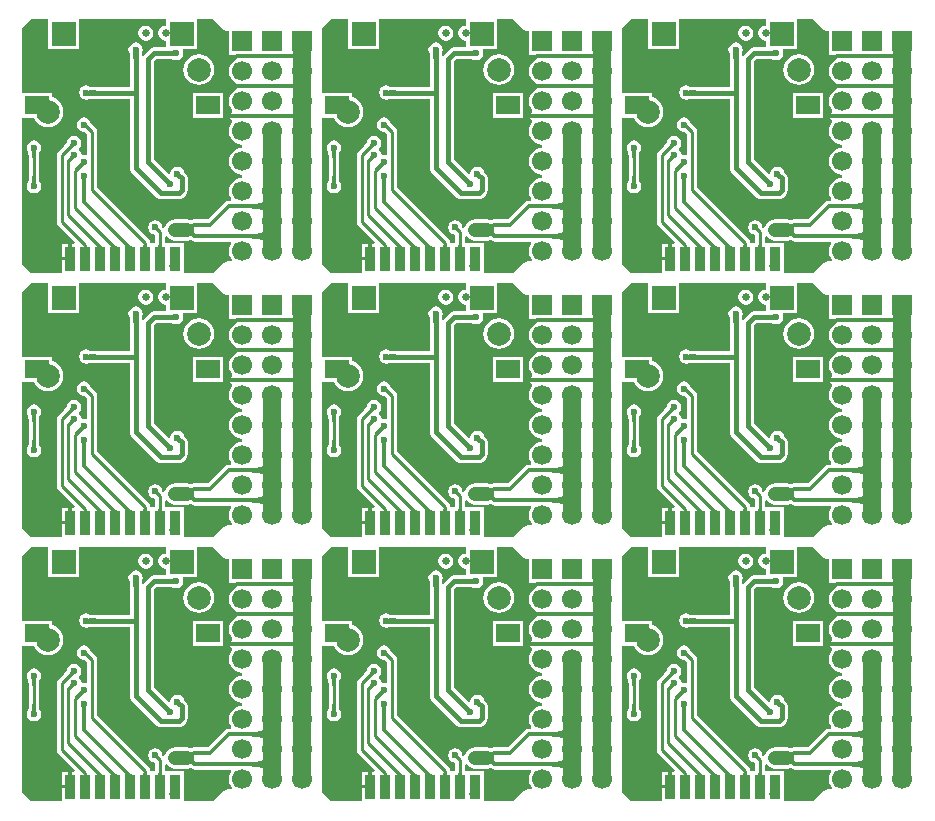
<source format=gbl>
G04*
G04 #@! TF.GenerationSoftware,Altium Limited,Altium Designer,20.2.6 (244)*
G04*
G04 Layer_Physical_Order=2*
G04 Layer_Color=16711680*
%FSLAX24Y24*%
%MOIN*%
G70*
G04*
G04 #@! TF.SameCoordinates,F166DB8F-6D7D-4CC1-83E2-008E4038BE53*
G04*
G04*
G04 #@! TF.FilePolarity,Positive*
G04*
G01*
G75*
%ADD25C,0.0130*%
%ADD26C,0.0157*%
%ADD27C,0.0472*%
%ADD28C,0.0100*%
%ADD29C,0.0118*%
%ADD31C,0.0591*%
%ADD32C,0.0256*%
%ADD33C,0.0669*%
%ADD34R,0.0669X0.0669*%
%ADD35C,0.0236*%
%ADD36C,0.0315*%
%ADD37R,0.0787X0.0787*%
%ADD38R,0.0787X0.0591*%
%ADD39C,0.0787*%
%ADD40R,0.0354X0.0787*%
G36*
X26886Y25886D02*
X26886Y25886D01*
X26939Y25852D01*
X27000Y25839D01*
X27047D01*
Y25047D01*
X27283D01*
X27315Y25009D01*
X27313Y25000D01*
X27328Y24928D01*
X27324Y24917D01*
X27272Y24895D01*
X27177Y24823D01*
X27105Y24728D01*
X27059Y24618D01*
X27043Y24500D01*
X27059Y24382D01*
X27105Y24272D01*
X27177Y24177D01*
X27272Y24105D01*
X27324Y24083D01*
X27328Y24072D01*
X27313Y24000D01*
X27328Y23929D01*
X27324Y23917D01*
X27272Y23895D01*
X27177Y23823D01*
X27105Y23728D01*
X27059Y23618D01*
X27043Y23500D01*
X27059Y23382D01*
X27105Y23272D01*
X27157Y23204D01*
X27150Y23139D01*
X27140Y23132D01*
X27099Y23071D01*
X27085Y23000D01*
X27099Y22929D01*
X27140Y22868D01*
X27150Y22861D01*
X27157Y22796D01*
X27105Y22728D01*
X27059Y22618D01*
X27043Y22500D01*
X27059Y22382D01*
X27105Y22272D01*
X27177Y22177D01*
X27272Y22105D01*
X27382Y22059D01*
X27500Y22043D01*
Y21957D01*
X27382Y21941D01*
X27272Y21895D01*
X27177Y21823D01*
X27105Y21728D01*
X27059Y21618D01*
X27043Y21500D01*
X27059Y21382D01*
X27105Y21272D01*
X27177Y21177D01*
X27272Y21105D01*
X27382Y21059D01*
X27500Y21043D01*
Y20957D01*
X27382Y20941D01*
X27272Y20895D01*
X27177Y20823D01*
X27105Y20728D01*
X27059Y20618D01*
X27043Y20500D01*
X27059Y20382D01*
X27105Y20272D01*
X27135Y20231D01*
X27113Y20187D01*
X27050D01*
X26979Y20172D01*
X26918Y20132D01*
X26353Y19567D01*
X25870D01*
X25799Y19552D01*
X25783Y19542D01*
X25752Y19555D01*
X25660Y19567D01*
X25260D01*
X25168Y19555D01*
X25081Y19520D01*
X25007Y19463D01*
X24950Y19389D01*
X24916Y19305D01*
X24900Y19298D01*
X24865Y19287D01*
X24833Y19309D01*
X24818Y19387D01*
X24765Y19465D01*
X24687Y19518D01*
X24595Y19536D01*
X24503Y19518D01*
X24425Y19465D01*
X24372Y19387D01*
X24354Y19295D01*
X24372Y19203D01*
X24425Y19125D01*
X24503Y19072D01*
X24582Y19057D01*
Y18767D01*
X24425D01*
Y18777D01*
X24412Y18842D01*
X24374Y18898D01*
X22661Y20611D01*
Y22480D01*
X22648Y22546D01*
X22611Y22601D01*
X22543Y22670D01*
X22459Y22756D01*
X22439Y22779D01*
X22433Y22814D01*
X22380Y22892D01*
X22302Y22944D01*
X22210Y22962D01*
X22118Y22944D01*
X22040Y22892D01*
X21987Y22814D01*
X21969Y22722D01*
X21987Y22629D01*
X22040Y22551D01*
X22118Y22499D01*
X22210Y22481D01*
X22220Y22483D01*
X22221Y22482D01*
X22231Y22477D01*
X22245Y22469D01*
X22260Y22458D01*
X22319Y22408D01*
Y21737D01*
X22269Y21699D01*
X22210Y21711D01*
X22179Y21705D01*
X22122Y21744D01*
X22113Y21790D01*
X22060Y21868D01*
X22044Y21879D01*
Y21929D01*
X22060Y21940D01*
X22113Y22018D01*
X22131Y22110D01*
X22113Y22202D01*
X22060Y22280D01*
X21982Y22333D01*
X21890Y22351D01*
X21798Y22333D01*
X21720Y22280D01*
X21667Y22202D01*
X21654Y22133D01*
X21653Y22132D01*
X21650Y22126D01*
X21560Y22022D01*
X21359Y21821D01*
X21322Y21766D01*
X21309Y21700D01*
Y19471D01*
X21322Y19406D01*
X21359Y19350D01*
X21910Y18799D01*
X21889Y18749D01*
X21812D01*
Y18255D01*
X21753D01*
Y18196D01*
X21476D01*
Y17761D01*
X21426Y17761D01*
X20467D01*
X20161Y18067D01*
Y22957D01*
X20541D01*
X20569Y22890D01*
X20652Y22783D01*
X20758Y22701D01*
X20883Y22649D01*
X21017Y22632D01*
X21150Y22649D01*
X21275Y22701D01*
X21382Y22783D01*
X21464Y22890D01*
X21515Y23014D01*
X21533Y23148D01*
X21515Y23281D01*
X21464Y23406D01*
X21382Y23513D01*
X21275Y23595D01*
X21157Y23643D01*
Y23784D01*
X20161D01*
Y25933D01*
X20467Y26239D01*
X21026D01*
Y25233D01*
X22049D01*
Y26239D01*
X24963D01*
Y26039D01*
X24945Y26024D01*
X24849Y26005D01*
X24767Y25951D01*
X24713Y25869D01*
X24694Y25773D01*
X24713Y25677D01*
X24767Y25596D01*
X24849Y25542D01*
X24945Y25522D01*
X24963Y25508D01*
Y25301D01*
X24550D01*
X24473Y25285D01*
X24408Y25242D01*
X24208Y25042D01*
X24191Y25017D01*
X24141Y25032D01*
Y25075D01*
X24142Y25095D01*
X24142Y25098D01*
X24163Y25130D01*
X24182Y25222D01*
X24163Y25314D01*
X24111Y25392D01*
X24033Y25445D01*
X23941Y25463D01*
X23849Y25445D01*
X23770Y25392D01*
X23718Y25314D01*
X23700Y25222D01*
X23718Y25130D01*
X23737Y25101D01*
X23740Y24974D01*
Y23991D01*
X22447D01*
X22427Y23991D01*
X22424Y23991D01*
X22392Y24013D01*
X22300Y24031D01*
X22207Y24013D01*
X22129Y23960D01*
X22077Y23882D01*
X22059Y23790D01*
X22077Y23698D01*
X22129Y23620D01*
X22207Y23567D01*
X22300Y23549D01*
X22392Y23567D01*
X22421Y23587D01*
X22548Y23589D01*
X23740D01*
Y21279D01*
X23755Y21202D01*
X23799Y21137D01*
X24648Y20288D01*
X24713Y20245D01*
X24790Y20229D01*
X25380D01*
X25457Y20245D01*
X25522Y20288D01*
X25622Y20388D01*
X25665Y20453D01*
X25681Y20530D01*
Y20929D01*
X25665Y21006D01*
X25622Y21071D01*
X25565Y21128D01*
X25558Y21166D01*
X25505Y21244D01*
X25427Y21296D01*
X25335Y21315D01*
X25243Y21296D01*
X25165Y21244D01*
X25113Y21166D01*
X25096Y21086D01*
X25063Y21069D01*
X25045Y21066D01*
X24551Y21561D01*
Y24817D01*
X24633Y24899D01*
X25133D01*
X25152Y24899D01*
X25156Y24899D01*
X25188Y24877D01*
X25280Y24859D01*
X25372Y24877D01*
X25450Y24930D01*
X25503Y25008D01*
X25521Y25100D01*
X25504Y25183D01*
X25531Y25233D01*
X25986D01*
Y26239D01*
X26533D01*
X26886Y25886D01*
D02*
G37*
G36*
X16886D02*
X16886Y25886D01*
X16939Y25852D01*
X17000Y25839D01*
X17047D01*
Y25047D01*
X17283D01*
X17315Y25009D01*
X17313Y25000D01*
X17328Y24928D01*
X17324Y24917D01*
X17272Y24895D01*
X17177Y24823D01*
X17105Y24728D01*
X17059Y24618D01*
X17043Y24500D01*
X17059Y24382D01*
X17105Y24272D01*
X17177Y24177D01*
X17272Y24105D01*
X17324Y24083D01*
X17328Y24072D01*
X17313Y24000D01*
X17328Y23929D01*
X17324Y23917D01*
X17272Y23895D01*
X17177Y23823D01*
X17105Y23728D01*
X17059Y23618D01*
X17043Y23500D01*
X17059Y23382D01*
X17105Y23272D01*
X17157Y23204D01*
X17150Y23139D01*
X17140Y23132D01*
X17099Y23071D01*
X17085Y23000D01*
X17099Y22929D01*
X17140Y22868D01*
X17150Y22861D01*
X17157Y22796D01*
X17105Y22728D01*
X17059Y22618D01*
X17043Y22500D01*
X17059Y22382D01*
X17105Y22272D01*
X17177Y22177D01*
X17272Y22105D01*
X17382Y22059D01*
X17500Y22043D01*
Y21957D01*
X17382Y21941D01*
X17272Y21895D01*
X17177Y21823D01*
X17105Y21728D01*
X17059Y21618D01*
X17043Y21500D01*
X17059Y21382D01*
X17105Y21272D01*
X17177Y21177D01*
X17272Y21105D01*
X17382Y21059D01*
X17500Y21043D01*
Y20957D01*
X17382Y20941D01*
X17272Y20895D01*
X17177Y20823D01*
X17105Y20728D01*
X17059Y20618D01*
X17043Y20500D01*
X17059Y20382D01*
X17105Y20272D01*
X17135Y20231D01*
X17113Y20187D01*
X17050D01*
X16979Y20172D01*
X16918Y20132D01*
X16353Y19567D01*
X15870D01*
X15799Y19552D01*
X15783Y19542D01*
X15753Y19555D01*
X15660Y19567D01*
X15260D01*
X15167Y19555D01*
X15081Y19520D01*
X15007Y19463D01*
X14950Y19389D01*
X14916Y19305D01*
X14900Y19298D01*
X14865Y19287D01*
X14833Y19309D01*
X14818Y19387D01*
X14765Y19465D01*
X14687Y19518D01*
X14595Y19536D01*
X14503Y19518D01*
X14425Y19465D01*
X14372Y19387D01*
X14354Y19295D01*
X14372Y19203D01*
X14425Y19125D01*
X14503Y19072D01*
X14582Y19057D01*
Y18767D01*
X14425D01*
Y18777D01*
X14412Y18842D01*
X14374Y18898D01*
X12661Y20611D01*
Y22480D01*
X12648Y22546D01*
X12611Y22601D01*
X12543Y22670D01*
X12459Y22756D01*
X12439Y22779D01*
X12433Y22814D01*
X12380Y22892D01*
X12302Y22944D01*
X12210Y22962D01*
X12118Y22944D01*
X12040Y22892D01*
X11987Y22814D01*
X11969Y22722D01*
X11987Y22629D01*
X12040Y22551D01*
X12118Y22499D01*
X12210Y22481D01*
X12220Y22483D01*
X12221Y22482D01*
X12231Y22477D01*
X12245Y22469D01*
X12260Y22458D01*
X12319Y22408D01*
Y21737D01*
X12269Y21699D01*
X12210Y21711D01*
X12179Y21705D01*
X12122Y21744D01*
X12113Y21790D01*
X12060Y21868D01*
X12044Y21879D01*
Y21929D01*
X12060Y21940D01*
X12113Y22018D01*
X12131Y22110D01*
X12113Y22202D01*
X12060Y22280D01*
X11982Y22333D01*
X11890Y22351D01*
X11798Y22333D01*
X11720Y22280D01*
X11667Y22202D01*
X11654Y22133D01*
X11653Y22132D01*
X11650Y22126D01*
X11560Y22022D01*
X11359Y21821D01*
X11322Y21766D01*
X11309Y21700D01*
Y19471D01*
X11322Y19406D01*
X11359Y19350D01*
X11910Y18799D01*
X11889Y18749D01*
X11812D01*
Y18255D01*
X11753D01*
Y18196D01*
X11476D01*
Y17761D01*
X11426Y17761D01*
X10467D01*
X10161Y18067D01*
Y22957D01*
X10541D01*
X10569Y22890D01*
X10652Y22783D01*
X10758Y22701D01*
X10883Y22649D01*
X11017Y22632D01*
X11150Y22649D01*
X11275Y22701D01*
X11382Y22783D01*
X11464Y22890D01*
X11515Y23014D01*
X11533Y23148D01*
X11515Y23281D01*
X11464Y23406D01*
X11382Y23513D01*
X11275Y23595D01*
X11157Y23643D01*
Y23784D01*
X10161D01*
Y25933D01*
X10467Y26239D01*
X11026D01*
Y25233D01*
X12049D01*
Y26239D01*
X14963D01*
Y26039D01*
X14945Y26024D01*
X14849Y26005D01*
X14767Y25951D01*
X14713Y25869D01*
X14694Y25773D01*
X14713Y25677D01*
X14767Y25596D01*
X14849Y25542D01*
X14945Y25522D01*
X14963Y25508D01*
Y25301D01*
X14550D01*
X14473Y25285D01*
X14408Y25242D01*
X14208Y25042D01*
X14191Y25017D01*
X14141Y25032D01*
Y25075D01*
X14142Y25095D01*
X14142Y25098D01*
X14163Y25130D01*
X14182Y25222D01*
X14163Y25314D01*
X14111Y25392D01*
X14033Y25445D01*
X13941Y25463D01*
X13849Y25445D01*
X13770Y25392D01*
X13718Y25314D01*
X13700Y25222D01*
X13718Y25130D01*
X13737Y25101D01*
X13740Y24974D01*
Y23991D01*
X12447D01*
X12427Y23991D01*
X12424Y23991D01*
X12392Y24013D01*
X12300Y24031D01*
X12207Y24013D01*
X12129Y23960D01*
X12077Y23882D01*
X12059Y23790D01*
X12077Y23698D01*
X12129Y23620D01*
X12207Y23567D01*
X12300Y23549D01*
X12392Y23567D01*
X12421Y23587D01*
X12548Y23589D01*
X13740D01*
Y21279D01*
X13755Y21202D01*
X13799Y21137D01*
X14648Y20288D01*
X14713Y20245D01*
X14790Y20229D01*
X15380D01*
X15457Y20245D01*
X15522Y20288D01*
X15622Y20388D01*
X15665Y20453D01*
X15681Y20530D01*
Y20929D01*
X15665Y21006D01*
X15622Y21071D01*
X15565Y21128D01*
X15558Y21166D01*
X15505Y21244D01*
X15427Y21296D01*
X15335Y21315D01*
X15243Y21296D01*
X15165Y21244D01*
X15113Y21166D01*
X15096Y21086D01*
X15063Y21069D01*
X15045Y21066D01*
X14551Y21561D01*
Y24817D01*
X14633Y24899D01*
X15133D01*
X15152Y24899D01*
X15156Y24899D01*
X15188Y24877D01*
X15280Y24859D01*
X15372Y24877D01*
X15450Y24930D01*
X15503Y25008D01*
X15521Y25100D01*
X15504Y25183D01*
X15531Y25233D01*
X15986D01*
Y26239D01*
X16533D01*
X16886Y25886D01*
D02*
G37*
G36*
X6886D02*
X6886Y25886D01*
X6939Y25852D01*
X7000Y25839D01*
X7047D01*
Y25047D01*
X7283D01*
X7315Y25009D01*
X7313Y25000D01*
X7328Y24928D01*
X7324Y24917D01*
X7272Y24895D01*
X7177Y24823D01*
X7105Y24728D01*
X7059Y24618D01*
X7043Y24500D01*
X7059Y24382D01*
X7105Y24272D01*
X7177Y24177D01*
X7272Y24105D01*
X7324Y24083D01*
X7328Y24072D01*
X7313Y24000D01*
X7328Y23929D01*
X7324Y23917D01*
X7272Y23895D01*
X7177Y23823D01*
X7105Y23728D01*
X7059Y23618D01*
X7043Y23500D01*
X7059Y23382D01*
X7105Y23272D01*
X7157Y23204D01*
X7150Y23139D01*
X7140Y23132D01*
X7099Y23071D01*
X7085Y23000D01*
X7099Y22929D01*
X7140Y22868D01*
X7150Y22861D01*
X7157Y22796D01*
X7105Y22728D01*
X7059Y22618D01*
X7043Y22500D01*
X7059Y22382D01*
X7105Y22272D01*
X7177Y22177D01*
X7272Y22105D01*
X7382Y22059D01*
X7500Y22043D01*
Y21957D01*
X7382Y21941D01*
X7272Y21895D01*
X7177Y21823D01*
X7105Y21728D01*
X7059Y21618D01*
X7043Y21500D01*
X7059Y21382D01*
X7105Y21272D01*
X7177Y21177D01*
X7272Y21105D01*
X7382Y21059D01*
X7500Y21043D01*
Y20957D01*
X7382Y20941D01*
X7272Y20895D01*
X7177Y20823D01*
X7105Y20728D01*
X7059Y20618D01*
X7043Y20500D01*
X7059Y20382D01*
X7105Y20272D01*
X7135Y20231D01*
X7113Y20187D01*
X7050D01*
X6979Y20172D01*
X6918Y20132D01*
X6353Y19567D01*
X5870D01*
X5799Y19552D01*
X5783Y19542D01*
X5753Y19555D01*
X5660Y19567D01*
X5260D01*
X5167Y19555D01*
X5081Y19520D01*
X5007Y19463D01*
X4950Y19389D01*
X4916Y19305D01*
X4900Y19298D01*
X4865Y19287D01*
X4833Y19309D01*
X4818Y19387D01*
X4765Y19465D01*
X4687Y19518D01*
X4595Y19536D01*
X4503Y19518D01*
X4425Y19465D01*
X4372Y19387D01*
X4354Y19295D01*
X4372Y19203D01*
X4425Y19125D01*
X4503Y19072D01*
X4582Y19057D01*
Y18767D01*
X4425D01*
Y18777D01*
X4412Y18842D01*
X4374Y18898D01*
X2661Y20611D01*
Y22480D01*
X2648Y22546D01*
X2611Y22601D01*
X2543Y22670D01*
X2459Y22756D01*
X2439Y22779D01*
X2433Y22814D01*
X2380Y22892D01*
X2302Y22944D01*
X2210Y22962D01*
X2118Y22944D01*
X2040Y22892D01*
X1987Y22814D01*
X1969Y22722D01*
X1987Y22629D01*
X2040Y22551D01*
X2118Y22499D01*
X2210Y22481D01*
X2220Y22483D01*
X2221Y22482D01*
X2231Y22477D01*
X2245Y22469D01*
X2260Y22458D01*
X2319Y22408D01*
Y21737D01*
X2269Y21699D01*
X2210Y21711D01*
X2179Y21705D01*
X2122Y21744D01*
X2113Y21790D01*
X2060Y21868D01*
X2044Y21879D01*
Y21929D01*
X2060Y21940D01*
X2113Y22018D01*
X2131Y22110D01*
X2113Y22202D01*
X2060Y22280D01*
X1982Y22333D01*
X1890Y22351D01*
X1798Y22333D01*
X1720Y22280D01*
X1667Y22202D01*
X1654Y22133D01*
X1653Y22132D01*
X1650Y22126D01*
X1560Y22022D01*
X1359Y21821D01*
X1322Y21766D01*
X1309Y21700D01*
Y19471D01*
X1322Y19406D01*
X1359Y19350D01*
X1910Y18799D01*
X1889Y18749D01*
X1812D01*
Y18255D01*
X1753D01*
Y18196D01*
X1476D01*
Y17761D01*
X1426Y17761D01*
X467D01*
X161Y18067D01*
Y22957D01*
X541D01*
X569Y22890D01*
X652Y22783D01*
X758Y22701D01*
X883Y22649D01*
X1017Y22632D01*
X1150Y22649D01*
X1275Y22701D01*
X1382Y22783D01*
X1464Y22890D01*
X1515Y23014D01*
X1533Y23148D01*
X1515Y23281D01*
X1464Y23406D01*
X1382Y23513D01*
X1275Y23595D01*
X1157Y23643D01*
Y23784D01*
X161D01*
Y25933D01*
X467Y26239D01*
X1026D01*
Y25233D01*
X2049D01*
Y26239D01*
X4963D01*
Y26039D01*
X4945Y26024D01*
X4849Y26005D01*
X4767Y25951D01*
X4713Y25869D01*
X4694Y25773D01*
X4713Y25677D01*
X4767Y25596D01*
X4849Y25542D01*
X4945Y25522D01*
X4963Y25508D01*
Y25301D01*
X4550D01*
X4473Y25285D01*
X4408Y25242D01*
X4208Y25042D01*
X4191Y25017D01*
X4141Y25032D01*
Y25075D01*
X4142Y25095D01*
X4142Y25098D01*
X4163Y25130D01*
X4182Y25222D01*
X4163Y25314D01*
X4111Y25392D01*
X4033Y25445D01*
X3941Y25463D01*
X3849Y25445D01*
X3770Y25392D01*
X3718Y25314D01*
X3700Y25222D01*
X3718Y25130D01*
X3737Y25101D01*
X3740Y24974D01*
Y23991D01*
X2447D01*
X2427Y23991D01*
X2424Y23991D01*
X2392Y24013D01*
X2300Y24031D01*
X2207Y24013D01*
X2129Y23960D01*
X2077Y23882D01*
X2059Y23790D01*
X2077Y23698D01*
X2129Y23620D01*
X2207Y23567D01*
X2300Y23549D01*
X2392Y23567D01*
X2421Y23587D01*
X2548Y23589D01*
X3740D01*
Y21279D01*
X3755Y21202D01*
X3799Y21137D01*
X4648Y20288D01*
X4713Y20245D01*
X4790Y20229D01*
X5380D01*
X5457Y20245D01*
X5522Y20288D01*
X5622Y20388D01*
X5665Y20453D01*
X5681Y20530D01*
Y20929D01*
X5665Y21006D01*
X5622Y21071D01*
X5565Y21128D01*
X5558Y21166D01*
X5505Y21244D01*
X5427Y21296D01*
X5335Y21315D01*
X5243Y21296D01*
X5165Y21244D01*
X5113Y21166D01*
X5096Y21086D01*
X5063Y21069D01*
X5045Y21066D01*
X4551Y21561D01*
Y24817D01*
X4633Y24899D01*
X5133D01*
X5152Y24899D01*
X5156Y24899D01*
X5188Y24877D01*
X5280Y24859D01*
X5372Y24877D01*
X5450Y24930D01*
X5503Y25008D01*
X5521Y25100D01*
X5504Y25183D01*
X5531Y25233D01*
X5986D01*
Y26239D01*
X6533D01*
X6886Y25886D01*
D02*
G37*
G36*
X25197Y25016D02*
X25193Y25017D01*
X25185Y25018D01*
X25156Y25020D01*
X24956Y25021D01*
Y25179D01*
X25197Y25184D01*
Y25016D01*
D02*
G37*
G36*
X15197D02*
X15193Y25017D01*
X15185Y25018D01*
X15156Y25020D01*
X14956Y25021D01*
Y25179D01*
X15197Y25184D01*
Y25016D01*
D02*
G37*
G36*
X5197D02*
X5193Y25017D01*
X5185Y25018D01*
X5156Y25020D01*
X4956Y25021D01*
Y25179D01*
X5197Y25184D01*
Y25016D01*
D02*
G37*
G36*
X24023Y25135D02*
X24023Y25128D01*
X24021Y25098D01*
X24019Y24898D01*
X23862D01*
X23857Y25139D01*
X24024D01*
X24023Y25135D01*
D02*
G37*
G36*
X14023D02*
X14023Y25128D01*
X14021Y25098D01*
X14019Y24898D01*
X13862D01*
X13857Y25139D01*
X14024D01*
X14023Y25135D01*
D02*
G37*
G36*
X4023D02*
X4023Y25128D01*
X4021Y25098D01*
X4019Y24898D01*
X3862D01*
X3857Y25139D01*
X4024D01*
X4023Y25135D01*
D02*
G37*
G36*
X22386Y23873D02*
X22394Y23872D01*
X22424Y23870D01*
X22624Y23869D01*
Y23711D01*
X22383Y23706D01*
Y23874D01*
X22386Y23873D01*
D02*
G37*
G36*
X12386D02*
X12394Y23872D01*
X12424Y23870D01*
X12624Y23869D01*
Y23711D01*
X12383Y23706D01*
Y23874D01*
X12386Y23873D01*
D02*
G37*
G36*
X2386D02*
X2394Y23872D01*
X2424Y23870D01*
X2624Y23869D01*
Y23711D01*
X2383Y23706D01*
Y23874D01*
X2386Y23873D01*
D02*
G37*
G36*
X22330Y22726D02*
X22335Y22717D01*
X22343Y22706D01*
X22370Y22675D01*
X22495Y22546D01*
X22443Y22456D01*
X22413Y22485D01*
X22334Y22553D01*
X22311Y22570D01*
X22289Y22583D01*
X22269Y22593D01*
X22251Y22600D01*
X22234Y22603D01*
X22219Y22604D01*
X22328Y22731D01*
X22330Y22726D01*
D02*
G37*
G36*
X12330D02*
X12335Y22717D01*
X12343Y22706D01*
X12370Y22675D01*
X12495Y22546D01*
X12443Y22456D01*
X12413Y22485D01*
X12334Y22553D01*
X12311Y22570D01*
X12289Y22583D01*
X12269Y22593D01*
X12251Y22600D01*
X12234Y22603D01*
X12219Y22604D01*
X12328Y22731D01*
X12330Y22726D01*
D02*
G37*
G36*
X2330D02*
X2335Y22717D01*
X2343Y22706D01*
X2370Y22675D01*
X2495Y22546D01*
X2443Y22456D01*
X2413Y22485D01*
X2334Y22553D01*
X2310Y22570D01*
X2289Y22583D01*
X2269Y22593D01*
X2251Y22600D01*
X2234Y22603D01*
X2219Y22604D01*
X2328Y22731D01*
X2330Y22726D01*
D02*
G37*
G36*
X21890Y21992D02*
X21879Y21990D01*
X21867Y21985D01*
X21851Y21977D01*
X21834Y21966D01*
X21814Y21952D01*
X21768Y21914D01*
X21714Y21862D01*
X21683Y21832D01*
X21612Y21903D01*
X21642Y21934D01*
X21746Y22054D01*
X21757Y22071D01*
X21765Y22087D01*
X21770Y22099D01*
X21772Y22110D01*
X21890Y21992D01*
D02*
G37*
G36*
X11890D02*
X11879Y21990D01*
X11867Y21985D01*
X11851Y21977D01*
X11834Y21966D01*
X11814Y21952D01*
X11768Y21914D01*
X11714Y21862D01*
X11683Y21832D01*
X11612Y21903D01*
X11642Y21934D01*
X11746Y22054D01*
X11757Y22071D01*
X11765Y22087D01*
X11770Y22099D01*
X11772Y22110D01*
X11890Y21992D01*
D02*
G37*
G36*
X1890D02*
X1879Y21990D01*
X1867Y21985D01*
X1851Y21977D01*
X1834Y21966D01*
X1814Y21952D01*
X1768Y21914D01*
X1714Y21862D01*
X1683Y21832D01*
X1612Y21903D01*
X1642Y21934D01*
X1746Y22054D01*
X1757Y22071D01*
X1765Y22087D01*
X1770Y22099D01*
X1772Y22110D01*
X1890Y21992D01*
D02*
G37*
G36*
X21899Y21580D02*
X21886Y21578D01*
X21872Y21574D01*
X21857Y21567D01*
X21840Y21558D01*
X21823Y21546D01*
X21804Y21532D01*
X21762Y21497D01*
X21715Y21453D01*
X21645Y21523D01*
X21668Y21547D01*
X21724Y21612D01*
X21738Y21631D01*
X21750Y21648D01*
X21759Y21665D01*
X21766Y21680D01*
X21770Y21694D01*
X21772Y21707D01*
X21899Y21580D01*
D02*
G37*
G36*
X11899D02*
X11886Y21578D01*
X11872Y21574D01*
X11857Y21567D01*
X11840Y21558D01*
X11823Y21546D01*
X11804Y21532D01*
X11762Y21497D01*
X11715Y21453D01*
X11645Y21523D01*
X11668Y21547D01*
X11724Y21612D01*
X11738Y21631D01*
X11750Y21648D01*
X11759Y21665D01*
X11766Y21680D01*
X11770Y21694D01*
X11772Y21707D01*
X11899Y21580D01*
D02*
G37*
G36*
X1899D02*
X1886Y21578D01*
X1872Y21574D01*
X1857Y21567D01*
X1840Y21558D01*
X1823Y21546D01*
X1804Y21532D01*
X1762Y21497D01*
X1715Y21453D01*
X1645Y21523D01*
X1668Y21547D01*
X1724Y21612D01*
X1738Y21631D01*
X1750Y21648D01*
X1759Y21665D01*
X1766Y21680D01*
X1770Y21694D01*
X1772Y21707D01*
X1899Y21580D01*
D02*
G37*
G36*
X22210Y21352D02*
X22199Y21350D01*
X22187Y21345D01*
X22171Y21337D01*
X22154Y21326D01*
X22134Y21312D01*
X22088Y21274D01*
X22034Y21222D01*
X22003Y21192D01*
X21932Y21263D01*
X21962Y21294D01*
X22066Y21414D01*
X22077Y21431D01*
X22085Y21447D01*
X22090Y21459D01*
X22092Y21470D01*
X22210Y21352D01*
D02*
G37*
G36*
X12210D02*
X12199Y21350D01*
X12187Y21345D01*
X12171Y21337D01*
X12154Y21326D01*
X12134Y21312D01*
X12088Y21274D01*
X12034Y21222D01*
X12003Y21192D01*
X11932Y21263D01*
X11962Y21294D01*
X12066Y21414D01*
X12077Y21431D01*
X12085Y21447D01*
X12090Y21459D01*
X12092Y21470D01*
X12210Y21352D01*
D02*
G37*
G36*
X2210D02*
X2199Y21350D01*
X2187Y21345D01*
X2171Y21337D01*
X2154Y21326D01*
X2134Y21312D01*
X2088Y21274D01*
X2034Y21222D01*
X2003Y21192D01*
X1932Y21263D01*
X1962Y21294D01*
X2066Y21414D01*
X2077Y21431D01*
X2085Y21447D01*
X2090Y21459D01*
X2092Y21470D01*
X2210Y21352D01*
D02*
G37*
G36*
X25100Y20846D02*
X24982Y20727D01*
X24980Y20730D01*
X24975Y20737D01*
X24955Y20758D01*
X24815Y20901D01*
X24926Y21012D01*
X25100Y20846D01*
D02*
G37*
G36*
X15100D02*
X14982Y20727D01*
X14980Y20730D01*
X14975Y20737D01*
X14955Y20758D01*
X14815Y20901D01*
X14926Y21012D01*
X15100Y20846D01*
D02*
G37*
G36*
X5100D02*
X4982Y20727D01*
X4980Y20730D01*
X4975Y20737D01*
X4955Y20758D01*
X4815Y20901D01*
X4926Y21012D01*
X5100Y20846D01*
D02*
G37*
G36*
X22289Y20920D02*
X22285Y20908D01*
X22281Y20893D01*
X22278Y20874D01*
X22273Y20823D01*
X22269Y20716D01*
X22269Y20671D01*
X22151D01*
X22151Y20716D01*
X22139Y20893D01*
X22135Y20908D01*
X22131Y20920D01*
X22126Y20927D01*
X22294D01*
X22289Y20920D01*
D02*
G37*
G36*
X12289D02*
X12285Y20908D01*
X12281Y20893D01*
X12278Y20874D01*
X12273Y20823D01*
X12269Y20716D01*
X12269Y20671D01*
X12151D01*
X12151Y20716D01*
X12139Y20893D01*
X12135Y20908D01*
X12131Y20920D01*
X12126Y20927D01*
X12294D01*
X12289Y20920D01*
D02*
G37*
G36*
X2289D02*
X2285Y20908D01*
X2281Y20893D01*
X2278Y20874D01*
X2273Y20823D01*
X2269Y20716D01*
X2269Y20671D01*
X2151D01*
X2151Y20716D01*
X2139Y20893D01*
X2135Y20908D01*
X2131Y20920D01*
X2126Y20927D01*
X2294D01*
X2289Y20920D01*
D02*
G37*
G36*
X28291Y19791D02*
X28259Y19818D01*
X28218Y19843D01*
X28171Y19864D01*
X28115Y19883D01*
X28052Y19899D01*
X27981Y19912D01*
X27903Y19922D01*
X27723Y19934D01*
X27621Y19935D01*
Y20065D01*
X27723Y20066D01*
X27981Y20088D01*
X28052Y20101D01*
X28115Y20117D01*
X28171Y20136D01*
X28218Y20157D01*
X28259Y20182D01*
X28291Y20209D01*
Y19791D01*
D02*
G37*
G36*
X18291D02*
X18259Y19818D01*
X18218Y19843D01*
X18171Y19864D01*
X18115Y19883D01*
X18052Y19899D01*
X17981Y19912D01*
X17903Y19922D01*
X17723Y19934D01*
X17621Y19935D01*
Y20065D01*
X17723Y20066D01*
X17981Y20088D01*
X18052Y20101D01*
X18115Y20117D01*
X18171Y20136D01*
X18218Y20157D01*
X18259Y20182D01*
X18291Y20209D01*
Y19791D01*
D02*
G37*
G36*
X8291D02*
X8259Y19818D01*
X8218Y19843D01*
X8171Y19864D01*
X8115Y19883D01*
X8052Y19899D01*
X7981Y19912D01*
X7903Y19922D01*
X7723Y19934D01*
X7621Y19935D01*
Y20065D01*
X7723Y20066D01*
X7981Y20088D01*
X8052Y20101D01*
X8115Y20117D01*
X8171Y20136D01*
X8218Y20157D01*
X8259Y20182D01*
X8291Y20209D01*
Y19791D01*
D02*
G37*
G36*
X24708Y19256D02*
X24710Y19253D01*
X24714Y19249D01*
X24773Y19188D01*
X24789Y19172D01*
X24718Y19101D01*
X24632Y19183D01*
X24707Y19258D01*
X24708Y19256D01*
D02*
G37*
G36*
X14708D02*
X14710Y19253D01*
X14714Y19249D01*
X14773Y19188D01*
X14789Y19172D01*
X14718Y19101D01*
X14632Y19183D01*
X14707Y19258D01*
X14708Y19256D01*
D02*
G37*
G36*
X4708D02*
X4710Y19253D01*
X4714Y19249D01*
X4773Y19188D01*
X4789Y19172D01*
X4718Y19101D01*
X4632Y19183D01*
X4707Y19258D01*
X4708Y19256D01*
D02*
G37*
G36*
X25819Y19200D02*
X25823Y19192D01*
X25830Y19182D01*
X25839Y19170D01*
X25885Y19119D01*
X25956Y19046D01*
X25864Y18954D01*
X25841Y18977D01*
X25755Y19052D01*
X25743Y19059D01*
X25734Y19063D01*
X25726Y19065D01*
X25721Y19065D01*
X25817Y19205D01*
X25819Y19200D01*
D02*
G37*
G36*
X15819D02*
X15823Y19192D01*
X15830Y19182D01*
X15839Y19170D01*
X15885Y19119D01*
X15956Y19046D01*
X15864Y18954D01*
X15841Y18977D01*
X15755Y19052D01*
X15743Y19059D01*
X15734Y19063D01*
X15726Y19065D01*
X15721Y19065D01*
X15817Y19205D01*
X15819Y19200D01*
D02*
G37*
G36*
X5819D02*
X5823Y19192D01*
X5830Y19182D01*
X5839Y19170D01*
X5885Y19119D01*
X5956Y19046D01*
X5864Y18954D01*
X5841Y18977D01*
X5755Y19052D01*
X5743Y19059D01*
X5734Y19063D01*
X5726Y19065D01*
X5721Y19065D01*
X5817Y19205D01*
X5819Y19200D01*
D02*
G37*
G36*
X28291Y18791D02*
X28259Y18818D01*
X28218Y18843D01*
X28171Y18865D01*
X28115Y18883D01*
X28052Y18899D01*
X27981Y18912D01*
X27903Y18922D01*
X27723Y18934D01*
X27621Y18935D01*
Y19065D01*
X27723Y19066D01*
X27981Y19088D01*
X28052Y19101D01*
X28115Y19117D01*
X28171Y19136D01*
X28218Y19157D01*
X28259Y19182D01*
X28291Y19209D01*
Y18791D01*
D02*
G37*
G36*
X18291D02*
X18259Y18818D01*
X18218Y18843D01*
X18171Y18865D01*
X18115Y18883D01*
X18052Y18899D01*
X17981Y18912D01*
X17903Y18922D01*
X17723Y18934D01*
X17621Y18935D01*
Y19065D01*
X17723Y19066D01*
X17981Y19088D01*
X18052Y19101D01*
X18115Y19117D01*
X18171Y19136D01*
X18218Y19157D01*
X18259Y19182D01*
X18291Y19209D01*
Y18791D01*
D02*
G37*
G36*
X8291D02*
X8259Y18818D01*
X8218Y18843D01*
X8171Y18865D01*
X8115Y18883D01*
X8052Y18899D01*
X7981Y18912D01*
X7903Y18922D01*
X7723Y18934D01*
X7621Y18935D01*
Y19065D01*
X7723Y19066D01*
X7981Y19088D01*
X8052Y19101D01*
X8115Y19117D01*
X8171Y19136D01*
X8218Y19157D01*
X8259Y19182D01*
X8291Y19209D01*
Y18791D01*
D02*
G37*
G36*
X24804Y18728D02*
X24805Y18711D01*
X24808Y18696D01*
X24811Y18683D01*
X24816Y18672D01*
X24821Y18663D01*
X24828Y18655D01*
X24835Y18650D01*
X24844Y18647D01*
X24853Y18646D01*
X24653D01*
X24663Y18647D01*
X24671Y18650D01*
X24679Y18655D01*
X24685Y18663D01*
X24691Y18672D01*
X24695Y18683D01*
X24699Y18696D01*
X24701Y18711D01*
X24703Y18728D01*
X24703Y18748D01*
X24803D01*
X24804Y18728D01*
D02*
G37*
G36*
X24304D02*
X24305Y18711D01*
X24308Y18696D01*
X24311Y18683D01*
X24316Y18672D01*
X24321Y18663D01*
X24328Y18655D01*
X24335Y18650D01*
X24344Y18647D01*
X24353Y18646D01*
X24153D01*
X24163Y18647D01*
X24171Y18650D01*
X24179Y18655D01*
X24185Y18663D01*
X24191Y18672D01*
X24195Y18683D01*
X24199Y18696D01*
X24201Y18711D01*
X24203Y18728D01*
X24203Y18748D01*
X24303D01*
X24304Y18728D01*
D02*
G37*
G36*
X23695Y18749D02*
X23742Y18708D01*
X23765Y18692D01*
X23786Y18678D01*
X23806Y18667D01*
X23826Y18658D01*
X23845Y18651D01*
X23863Y18648D01*
X23879Y18646D01*
X23577Y18648D01*
X23586Y18648D01*
X23592Y18651D01*
X23596Y18655D01*
X23597Y18661D01*
X23595Y18668D01*
X23591Y18678D01*
X23583Y18688D01*
X23573Y18701D01*
X23561Y18715D01*
X23545Y18731D01*
X23671Y18773D01*
X23695Y18749D01*
D02*
G37*
G36*
X23210Y18733D02*
X23250Y18699D01*
X23269Y18685D01*
X23287Y18673D01*
X23304Y18664D01*
X23321Y18656D01*
X23337Y18651D01*
X23352Y18647D01*
X23366Y18646D01*
X23083D01*
X23096Y18647D01*
X23106Y18649D01*
X23113Y18653D01*
X23118Y18658D01*
X23119Y18664D01*
X23118Y18672D01*
X23113Y18682D01*
X23106Y18692D01*
X23096Y18705D01*
X23083Y18718D01*
X23189Y18754D01*
X23210Y18733D01*
D02*
G37*
G36*
X22738D02*
X22778Y18699D01*
X22797Y18685D01*
X22815Y18673D01*
X22832Y18664D01*
X22849Y18656D01*
X22865Y18651D01*
X22880Y18647D01*
X22894Y18646D01*
X22611D01*
X22624Y18647D01*
X22634Y18649D01*
X22641Y18653D01*
X22646Y18658D01*
X22647Y18664D01*
X22646Y18672D01*
X22641Y18682D01*
X22634Y18692D01*
X22624Y18705D01*
X22611Y18718D01*
X22717Y18754D01*
X22738Y18733D01*
D02*
G37*
G36*
X22304Y18646D02*
X22203D01*
X22203Y18647D01*
X22203Y18648D01*
X22203Y18698D01*
X22303D01*
X22304Y18646D01*
D02*
G37*
G36*
X14804Y18728D02*
X14805Y18711D01*
X14808Y18696D01*
X14811Y18683D01*
X14816Y18672D01*
X14821Y18663D01*
X14828Y18655D01*
X14835Y18650D01*
X14844Y18647D01*
X14853Y18646D01*
X14653D01*
X14663Y18647D01*
X14671Y18650D01*
X14679Y18655D01*
X14685Y18663D01*
X14691Y18672D01*
X14695Y18683D01*
X14699Y18696D01*
X14701Y18711D01*
X14703Y18728D01*
X14703Y18748D01*
X14803D01*
X14804Y18728D01*
D02*
G37*
G36*
X14304D02*
X14305Y18711D01*
X14308Y18696D01*
X14311Y18683D01*
X14316Y18672D01*
X14321Y18663D01*
X14328Y18655D01*
X14335Y18650D01*
X14344Y18647D01*
X14353Y18646D01*
X14153D01*
X14163Y18647D01*
X14171Y18650D01*
X14179Y18655D01*
X14185Y18663D01*
X14191Y18672D01*
X14195Y18683D01*
X14199Y18696D01*
X14201Y18711D01*
X14203Y18728D01*
X14203Y18748D01*
X14303D01*
X14304Y18728D01*
D02*
G37*
G36*
X13695Y18749D02*
X13742Y18708D01*
X13765Y18692D01*
X13786Y18678D01*
X13806Y18667D01*
X13826Y18658D01*
X13845Y18651D01*
X13863Y18648D01*
X13879Y18646D01*
X13577Y18648D01*
X13586Y18648D01*
X13592Y18651D01*
X13596Y18655D01*
X13597Y18661D01*
X13595Y18668D01*
X13591Y18678D01*
X13583Y18688D01*
X13573Y18701D01*
X13561Y18715D01*
X13545Y18731D01*
X13671Y18773D01*
X13695Y18749D01*
D02*
G37*
G36*
X13210Y18733D02*
X13250Y18699D01*
X13269Y18685D01*
X13287Y18673D01*
X13304Y18664D01*
X13321Y18656D01*
X13337Y18651D01*
X13352Y18647D01*
X13366Y18646D01*
X13083D01*
X13096Y18647D01*
X13106Y18649D01*
X13113Y18653D01*
X13118Y18658D01*
X13119Y18664D01*
X13118Y18672D01*
X13113Y18682D01*
X13106Y18692D01*
X13096Y18705D01*
X13083Y18718D01*
X13189Y18754D01*
X13210Y18733D01*
D02*
G37*
G36*
X12738D02*
X12778Y18699D01*
X12797Y18685D01*
X12815Y18673D01*
X12832Y18664D01*
X12849Y18656D01*
X12865Y18651D01*
X12880Y18647D01*
X12894Y18646D01*
X12611D01*
X12624Y18647D01*
X12634Y18649D01*
X12641Y18653D01*
X12646Y18658D01*
X12647Y18664D01*
X12646Y18672D01*
X12641Y18682D01*
X12634Y18692D01*
X12624Y18705D01*
X12611Y18718D01*
X12717Y18754D01*
X12738Y18733D01*
D02*
G37*
G36*
X12304Y18646D02*
X12203D01*
X12203Y18647D01*
X12203Y18648D01*
X12203Y18698D01*
X12303D01*
X12304Y18646D01*
D02*
G37*
G36*
X4804Y18728D02*
X4805Y18711D01*
X4808Y18696D01*
X4811Y18683D01*
X4816Y18672D01*
X4821Y18663D01*
X4828Y18655D01*
X4835Y18650D01*
X4844Y18647D01*
X4853Y18646D01*
X4653D01*
X4663Y18647D01*
X4671Y18650D01*
X4679Y18655D01*
X4685Y18663D01*
X4691Y18672D01*
X4695Y18683D01*
X4699Y18696D01*
X4701Y18711D01*
X4703Y18728D01*
X4703Y18748D01*
X4803D01*
X4804Y18728D01*
D02*
G37*
G36*
X4304D02*
X4305Y18711D01*
X4308Y18696D01*
X4311Y18683D01*
X4316Y18672D01*
X4321Y18663D01*
X4328Y18655D01*
X4335Y18650D01*
X4344Y18647D01*
X4353Y18646D01*
X4153D01*
X4163Y18647D01*
X4171Y18650D01*
X4179Y18655D01*
X4185Y18663D01*
X4191Y18672D01*
X4195Y18683D01*
X4199Y18696D01*
X4201Y18711D01*
X4203Y18728D01*
X4203Y18748D01*
X4303D01*
X4304Y18728D01*
D02*
G37*
G36*
X3695Y18749D02*
X3742Y18708D01*
X3765Y18692D01*
X3786Y18678D01*
X3806Y18667D01*
X3826Y18658D01*
X3845Y18651D01*
X3863Y18648D01*
X3879Y18646D01*
X3577Y18648D01*
X3586Y18648D01*
X3592Y18651D01*
X3596Y18655D01*
X3597Y18661D01*
X3595Y18668D01*
X3591Y18678D01*
X3583Y18688D01*
X3573Y18701D01*
X3561Y18715D01*
X3545Y18731D01*
X3671Y18773D01*
X3695Y18749D01*
D02*
G37*
G36*
X3210Y18733D02*
X3250Y18699D01*
X3269Y18685D01*
X3287Y18673D01*
X3304Y18664D01*
X3321Y18656D01*
X3337Y18651D01*
X3352Y18647D01*
X3366Y18646D01*
X3083D01*
X3096Y18647D01*
X3106Y18649D01*
X3113Y18653D01*
X3118Y18658D01*
X3119Y18664D01*
X3118Y18672D01*
X3113Y18682D01*
X3106Y18692D01*
X3096Y18705D01*
X3083Y18718D01*
X3189Y18754D01*
X3210Y18733D01*
D02*
G37*
G36*
X2738D02*
X2778Y18699D01*
X2797Y18685D01*
X2815Y18673D01*
X2832Y18664D01*
X2849Y18656D01*
X2865Y18651D01*
X2880Y18647D01*
X2894Y18646D01*
X2611D01*
X2624Y18647D01*
X2634Y18649D01*
X2641Y18653D01*
X2646Y18658D01*
X2647Y18664D01*
X2646Y18672D01*
X2641Y18682D01*
X2634Y18692D01*
X2624Y18705D01*
X2611Y18718D01*
X2717Y18754D01*
X2738Y18733D01*
D02*
G37*
G36*
X2304Y18646D02*
X2203D01*
X2203Y18647D01*
X2203Y18648D01*
X2203Y18698D01*
X2303D01*
X2304Y18646D01*
D02*
G37*
G36*
X25007Y18957D02*
X25081Y18900D01*
X25168Y18865D01*
X25260Y18853D01*
X25660D01*
X25752Y18865D01*
X25773Y18873D01*
X25778Y18868D01*
X25839Y18828D01*
X25910Y18813D01*
X27113D01*
X27135Y18769D01*
X27105Y18728D01*
X27059Y18618D01*
X27043Y18500D01*
X27059Y18382D01*
X27105Y18272D01*
X27151Y18211D01*
X27127Y18161D01*
X27000D01*
X26939Y18148D01*
X26886Y18114D01*
X26886Y18114D01*
X26533Y17761D01*
X25548D01*
Y18767D01*
X24925D01*
Y18983D01*
X24975Y19000D01*
X25007Y18957D01*
D02*
G37*
G36*
X15007D02*
X15081Y18900D01*
X15167Y18865D01*
X15260Y18853D01*
X15660D01*
X15753Y18865D01*
X15773Y18873D01*
X15778Y18868D01*
X15839Y18828D01*
X15910Y18813D01*
X17113D01*
X17135Y18769D01*
X17105Y18728D01*
X17059Y18618D01*
X17043Y18500D01*
X17059Y18382D01*
X17105Y18272D01*
X17151Y18211D01*
X17127Y18161D01*
X17000D01*
X16939Y18148D01*
X16886Y18114D01*
X16886Y18114D01*
X16533Y17761D01*
X15548D01*
Y18767D01*
X14925D01*
Y18983D01*
X14975Y19000D01*
X15007Y18957D01*
D02*
G37*
G36*
X5007D02*
X5081Y18900D01*
X5167Y18865D01*
X5260Y18853D01*
X5660D01*
X5753Y18865D01*
X5773Y18873D01*
X5778Y18868D01*
X5839Y18828D01*
X5910Y18813D01*
X7113D01*
X7135Y18769D01*
X7105Y18728D01*
X7059Y18618D01*
X7043Y18500D01*
X7059Y18382D01*
X7105Y18272D01*
X7151Y18211D01*
X7127Y18161D01*
X7000D01*
X6939Y18148D01*
X6886Y18114D01*
X6886Y18114D01*
X6533Y17761D01*
X5548D01*
Y18767D01*
X4925D01*
Y18983D01*
X4975Y19000D01*
X5007Y18957D01*
D02*
G37*
G36*
X26886Y17086D02*
X26886Y17086D01*
X26939Y17052D01*
X27000Y17039D01*
X27047D01*
Y16247D01*
X27283D01*
X27315Y16209D01*
X27313Y16200D01*
X27328Y16128D01*
X27324Y16117D01*
X27272Y16095D01*
X27177Y16023D01*
X27105Y15928D01*
X27059Y15818D01*
X27043Y15700D01*
X27059Y15582D01*
X27105Y15472D01*
X27177Y15377D01*
X27272Y15305D01*
X27324Y15283D01*
X27328Y15272D01*
X27313Y15200D01*
X27328Y15129D01*
X27324Y15117D01*
X27272Y15095D01*
X27177Y15023D01*
X27105Y14928D01*
X27059Y14818D01*
X27043Y14700D01*
X27059Y14582D01*
X27105Y14472D01*
X27157Y14404D01*
X27150Y14339D01*
X27140Y14332D01*
X27099Y14271D01*
X27085Y14200D01*
X27099Y14129D01*
X27140Y14068D01*
X27150Y14061D01*
X27157Y13996D01*
X27105Y13928D01*
X27059Y13818D01*
X27043Y13700D01*
X27059Y13582D01*
X27105Y13472D01*
X27177Y13377D01*
X27272Y13305D01*
X27382Y13259D01*
X27500Y13243D01*
Y13157D01*
X27382Y13141D01*
X27272Y13095D01*
X27177Y13023D01*
X27105Y12928D01*
X27059Y12818D01*
X27043Y12700D01*
X27059Y12582D01*
X27105Y12472D01*
X27177Y12377D01*
X27272Y12305D01*
X27382Y12259D01*
X27500Y12243D01*
Y12157D01*
X27382Y12141D01*
X27272Y12095D01*
X27177Y12023D01*
X27105Y11928D01*
X27059Y11818D01*
X27043Y11700D01*
X27059Y11582D01*
X27105Y11472D01*
X27135Y11431D01*
X27113Y11387D01*
X27050D01*
X26979Y11372D01*
X26918Y11332D01*
X26353Y10767D01*
X25870D01*
X25799Y10752D01*
X25783Y10742D01*
X25752Y10755D01*
X25660Y10767D01*
X25260D01*
X25168Y10755D01*
X25081Y10720D01*
X25007Y10663D01*
X24950Y10589D01*
X24916Y10505D01*
X24900Y10498D01*
X24865Y10487D01*
X24833Y10509D01*
X24818Y10587D01*
X24765Y10665D01*
X24687Y10718D01*
X24595Y10736D01*
X24503Y10718D01*
X24425Y10665D01*
X24372Y10587D01*
X24354Y10495D01*
X24372Y10403D01*
X24425Y10325D01*
X24503Y10272D01*
X24582Y10257D01*
Y9967D01*
X24425D01*
Y9977D01*
X24412Y10042D01*
X24374Y10098D01*
X22661Y11811D01*
Y13680D01*
X22648Y13746D01*
X22611Y13801D01*
X22543Y13870D01*
X22459Y13956D01*
X22439Y13979D01*
X22433Y14014D01*
X22380Y14092D01*
X22302Y14144D01*
X22210Y14162D01*
X22118Y14144D01*
X22040Y14092D01*
X21987Y14014D01*
X21969Y13922D01*
X21987Y13829D01*
X22040Y13751D01*
X22118Y13699D01*
X22210Y13681D01*
X22220Y13683D01*
X22221Y13682D01*
X22231Y13677D01*
X22245Y13669D01*
X22260Y13658D01*
X22319Y13608D01*
Y12937D01*
X22269Y12899D01*
X22210Y12911D01*
X22179Y12905D01*
X22122Y12944D01*
X22113Y12990D01*
X22060Y13068D01*
X22044Y13079D01*
Y13129D01*
X22060Y13140D01*
X22113Y13218D01*
X22131Y13310D01*
X22113Y13402D01*
X22060Y13480D01*
X21982Y13533D01*
X21890Y13551D01*
X21798Y13533D01*
X21720Y13480D01*
X21667Y13402D01*
X21654Y13333D01*
X21653Y13332D01*
X21650Y13326D01*
X21560Y13222D01*
X21359Y13021D01*
X21322Y12966D01*
X21309Y12900D01*
Y10671D01*
X21322Y10606D01*
X21359Y10550D01*
X21910Y9999D01*
X21889Y9949D01*
X21812D01*
Y9455D01*
X21753D01*
Y9396D01*
X21476D01*
Y8961D01*
X21426Y8961D01*
X20467D01*
X20161Y9267D01*
Y14157D01*
X20541D01*
X20569Y14090D01*
X20652Y13983D01*
X20758Y13901D01*
X20883Y13849D01*
X21017Y13832D01*
X21150Y13849D01*
X21275Y13901D01*
X21382Y13983D01*
X21464Y14090D01*
X21515Y14214D01*
X21533Y14348D01*
X21515Y14481D01*
X21464Y14606D01*
X21382Y14713D01*
X21275Y14795D01*
X21157Y14843D01*
Y14984D01*
X20161D01*
Y17133D01*
X20467Y17439D01*
X21026D01*
Y16433D01*
X22049D01*
Y17439D01*
X24963D01*
Y17239D01*
X24945Y17224D01*
X24849Y17205D01*
X24767Y17151D01*
X24713Y17069D01*
X24694Y16973D01*
X24713Y16877D01*
X24767Y16796D01*
X24849Y16742D01*
X24945Y16722D01*
X24963Y16708D01*
Y16501D01*
X24550D01*
X24473Y16485D01*
X24408Y16442D01*
X24208Y16242D01*
X24191Y16217D01*
X24141Y16232D01*
Y16275D01*
X24142Y16295D01*
X24142Y16298D01*
X24163Y16330D01*
X24182Y16422D01*
X24163Y16514D01*
X24111Y16592D01*
X24033Y16645D01*
X23941Y16663D01*
X23849Y16645D01*
X23770Y16592D01*
X23718Y16514D01*
X23700Y16422D01*
X23718Y16330D01*
X23737Y16301D01*
X23740Y16174D01*
Y15191D01*
X22447D01*
X22427Y15191D01*
X22424Y15191D01*
X22392Y15213D01*
X22300Y15231D01*
X22207Y15213D01*
X22129Y15160D01*
X22077Y15082D01*
X22059Y14990D01*
X22077Y14898D01*
X22129Y14820D01*
X22207Y14767D01*
X22300Y14749D01*
X22392Y14767D01*
X22421Y14787D01*
X22548Y14789D01*
X23740D01*
Y12479D01*
X23755Y12402D01*
X23799Y12337D01*
X24648Y11488D01*
X24713Y11445D01*
X24790Y11429D01*
X25380D01*
X25457Y11445D01*
X25522Y11488D01*
X25622Y11588D01*
X25665Y11653D01*
X25681Y11730D01*
Y12129D01*
X25665Y12206D01*
X25622Y12271D01*
X25565Y12328D01*
X25558Y12366D01*
X25505Y12444D01*
X25427Y12496D01*
X25335Y12515D01*
X25243Y12496D01*
X25165Y12444D01*
X25113Y12366D01*
X25096Y12286D01*
X25063Y12269D01*
X25045Y12266D01*
X24551Y12761D01*
Y16017D01*
X24633Y16099D01*
X25133D01*
X25152Y16099D01*
X25156Y16099D01*
X25188Y16077D01*
X25280Y16059D01*
X25372Y16077D01*
X25450Y16130D01*
X25503Y16208D01*
X25521Y16300D01*
X25504Y16383D01*
X25531Y16433D01*
X25986D01*
Y17439D01*
X26533D01*
X26886Y17086D01*
D02*
G37*
G36*
X16886D02*
X16886Y17086D01*
X16939Y17052D01*
X17000Y17039D01*
X17047D01*
Y16247D01*
X17283D01*
X17315Y16209D01*
X17313Y16200D01*
X17328Y16128D01*
X17324Y16117D01*
X17272Y16095D01*
X17177Y16023D01*
X17105Y15928D01*
X17059Y15818D01*
X17043Y15700D01*
X17059Y15582D01*
X17105Y15472D01*
X17177Y15377D01*
X17272Y15305D01*
X17324Y15283D01*
X17328Y15272D01*
X17313Y15200D01*
X17328Y15129D01*
X17324Y15117D01*
X17272Y15095D01*
X17177Y15023D01*
X17105Y14928D01*
X17059Y14818D01*
X17043Y14700D01*
X17059Y14582D01*
X17105Y14472D01*
X17157Y14404D01*
X17150Y14339D01*
X17140Y14332D01*
X17099Y14271D01*
X17085Y14200D01*
X17099Y14129D01*
X17140Y14068D01*
X17150Y14061D01*
X17157Y13996D01*
X17105Y13928D01*
X17059Y13818D01*
X17043Y13700D01*
X17059Y13582D01*
X17105Y13472D01*
X17177Y13377D01*
X17272Y13305D01*
X17382Y13259D01*
X17500Y13243D01*
Y13157D01*
X17382Y13141D01*
X17272Y13095D01*
X17177Y13023D01*
X17105Y12928D01*
X17059Y12818D01*
X17043Y12700D01*
X17059Y12582D01*
X17105Y12472D01*
X17177Y12377D01*
X17272Y12305D01*
X17382Y12259D01*
X17500Y12243D01*
Y12157D01*
X17382Y12141D01*
X17272Y12095D01*
X17177Y12023D01*
X17105Y11928D01*
X17059Y11818D01*
X17043Y11700D01*
X17059Y11582D01*
X17105Y11472D01*
X17135Y11431D01*
X17113Y11387D01*
X17050D01*
X16979Y11372D01*
X16918Y11332D01*
X16353Y10767D01*
X15870D01*
X15799Y10752D01*
X15783Y10742D01*
X15753Y10755D01*
X15660Y10767D01*
X15260D01*
X15167Y10755D01*
X15081Y10720D01*
X15007Y10663D01*
X14950Y10589D01*
X14916Y10505D01*
X14900Y10498D01*
X14865Y10487D01*
X14833Y10509D01*
X14818Y10587D01*
X14765Y10665D01*
X14687Y10718D01*
X14595Y10736D01*
X14503Y10718D01*
X14425Y10665D01*
X14372Y10587D01*
X14354Y10495D01*
X14372Y10403D01*
X14425Y10325D01*
X14503Y10272D01*
X14582Y10257D01*
Y9967D01*
X14425D01*
Y9977D01*
X14412Y10042D01*
X14374Y10098D01*
X12661Y11811D01*
Y13680D01*
X12648Y13746D01*
X12611Y13801D01*
X12543Y13870D01*
X12459Y13956D01*
X12439Y13979D01*
X12433Y14014D01*
X12380Y14092D01*
X12302Y14144D01*
X12210Y14162D01*
X12118Y14144D01*
X12040Y14092D01*
X11987Y14014D01*
X11969Y13922D01*
X11987Y13829D01*
X12040Y13751D01*
X12118Y13699D01*
X12210Y13681D01*
X12220Y13683D01*
X12221Y13682D01*
X12231Y13677D01*
X12245Y13669D01*
X12260Y13658D01*
X12319Y13608D01*
Y12937D01*
X12269Y12899D01*
X12210Y12911D01*
X12179Y12905D01*
X12122Y12944D01*
X12113Y12990D01*
X12060Y13068D01*
X12044Y13079D01*
Y13129D01*
X12060Y13140D01*
X12113Y13218D01*
X12131Y13310D01*
X12113Y13402D01*
X12060Y13480D01*
X11982Y13533D01*
X11890Y13551D01*
X11798Y13533D01*
X11720Y13480D01*
X11667Y13402D01*
X11654Y13333D01*
X11653Y13332D01*
X11650Y13326D01*
X11560Y13222D01*
X11359Y13021D01*
X11322Y12966D01*
X11309Y12900D01*
Y10671D01*
X11322Y10606D01*
X11359Y10550D01*
X11910Y9999D01*
X11889Y9949D01*
X11812D01*
Y9455D01*
X11753D01*
Y9396D01*
X11476D01*
Y8961D01*
X11426Y8961D01*
X10467D01*
X10161Y9267D01*
Y14157D01*
X10541D01*
X10569Y14090D01*
X10652Y13983D01*
X10758Y13901D01*
X10883Y13849D01*
X11017Y13832D01*
X11150Y13849D01*
X11275Y13901D01*
X11382Y13983D01*
X11464Y14090D01*
X11515Y14214D01*
X11533Y14348D01*
X11515Y14481D01*
X11464Y14606D01*
X11382Y14713D01*
X11275Y14795D01*
X11157Y14843D01*
Y14984D01*
X10161D01*
Y17133D01*
X10467Y17439D01*
X11026D01*
Y16433D01*
X12049D01*
Y17439D01*
X14963D01*
Y17239D01*
X14945Y17224D01*
X14849Y17205D01*
X14767Y17151D01*
X14713Y17069D01*
X14694Y16973D01*
X14713Y16877D01*
X14767Y16796D01*
X14849Y16742D01*
X14945Y16722D01*
X14963Y16708D01*
Y16501D01*
X14550D01*
X14473Y16485D01*
X14408Y16442D01*
X14208Y16242D01*
X14191Y16217D01*
X14141Y16232D01*
Y16275D01*
X14142Y16295D01*
X14142Y16298D01*
X14163Y16330D01*
X14182Y16422D01*
X14163Y16514D01*
X14111Y16592D01*
X14033Y16645D01*
X13941Y16663D01*
X13849Y16645D01*
X13770Y16592D01*
X13718Y16514D01*
X13700Y16422D01*
X13718Y16330D01*
X13737Y16301D01*
X13740Y16174D01*
Y15191D01*
X12447D01*
X12427Y15191D01*
X12424Y15191D01*
X12392Y15213D01*
X12300Y15231D01*
X12207Y15213D01*
X12129Y15160D01*
X12077Y15082D01*
X12059Y14990D01*
X12077Y14898D01*
X12129Y14820D01*
X12207Y14767D01*
X12300Y14749D01*
X12392Y14767D01*
X12421Y14787D01*
X12548Y14789D01*
X13740D01*
Y12479D01*
X13755Y12402D01*
X13799Y12337D01*
X14648Y11488D01*
X14713Y11445D01*
X14790Y11429D01*
X15380D01*
X15457Y11445D01*
X15522Y11488D01*
X15622Y11588D01*
X15665Y11653D01*
X15681Y11730D01*
Y12129D01*
X15665Y12206D01*
X15622Y12271D01*
X15565Y12328D01*
X15558Y12366D01*
X15505Y12444D01*
X15427Y12496D01*
X15335Y12515D01*
X15243Y12496D01*
X15165Y12444D01*
X15113Y12366D01*
X15096Y12286D01*
X15063Y12269D01*
X15045Y12266D01*
X14551Y12761D01*
Y16017D01*
X14633Y16099D01*
X15133D01*
X15152Y16099D01*
X15156Y16099D01*
X15188Y16077D01*
X15280Y16059D01*
X15372Y16077D01*
X15450Y16130D01*
X15503Y16208D01*
X15521Y16300D01*
X15504Y16383D01*
X15531Y16433D01*
X15986D01*
Y17439D01*
X16533D01*
X16886Y17086D01*
D02*
G37*
G36*
X6886D02*
X6886Y17086D01*
X6939Y17052D01*
X7000Y17039D01*
X7047D01*
Y16247D01*
X7283D01*
X7315Y16209D01*
X7313Y16200D01*
X7328Y16128D01*
X7324Y16117D01*
X7272Y16095D01*
X7177Y16023D01*
X7105Y15928D01*
X7059Y15818D01*
X7043Y15700D01*
X7059Y15582D01*
X7105Y15472D01*
X7177Y15377D01*
X7272Y15305D01*
X7324Y15283D01*
X7328Y15272D01*
X7313Y15200D01*
X7328Y15129D01*
X7324Y15117D01*
X7272Y15095D01*
X7177Y15023D01*
X7105Y14928D01*
X7059Y14818D01*
X7043Y14700D01*
X7059Y14582D01*
X7105Y14472D01*
X7157Y14404D01*
X7150Y14339D01*
X7140Y14332D01*
X7099Y14271D01*
X7085Y14200D01*
X7099Y14129D01*
X7140Y14068D01*
X7150Y14061D01*
X7157Y13996D01*
X7105Y13928D01*
X7059Y13818D01*
X7043Y13700D01*
X7059Y13582D01*
X7105Y13472D01*
X7177Y13377D01*
X7272Y13305D01*
X7382Y13259D01*
X7500Y13243D01*
Y13157D01*
X7382Y13141D01*
X7272Y13095D01*
X7177Y13023D01*
X7105Y12928D01*
X7059Y12818D01*
X7043Y12700D01*
X7059Y12582D01*
X7105Y12472D01*
X7177Y12377D01*
X7272Y12305D01*
X7382Y12259D01*
X7500Y12243D01*
Y12157D01*
X7382Y12141D01*
X7272Y12095D01*
X7177Y12023D01*
X7105Y11928D01*
X7059Y11818D01*
X7043Y11700D01*
X7059Y11582D01*
X7105Y11472D01*
X7135Y11431D01*
X7113Y11387D01*
X7050D01*
X6979Y11372D01*
X6918Y11332D01*
X6353Y10767D01*
X5870D01*
X5799Y10752D01*
X5783Y10742D01*
X5753Y10755D01*
X5660Y10767D01*
X5260D01*
X5167Y10755D01*
X5081Y10720D01*
X5007Y10663D01*
X4950Y10589D01*
X4916Y10505D01*
X4900Y10498D01*
X4865Y10487D01*
X4833Y10509D01*
X4818Y10587D01*
X4765Y10665D01*
X4687Y10718D01*
X4595Y10736D01*
X4503Y10718D01*
X4425Y10665D01*
X4372Y10587D01*
X4354Y10495D01*
X4372Y10403D01*
X4425Y10325D01*
X4503Y10272D01*
X4582Y10257D01*
Y9967D01*
X4425D01*
Y9977D01*
X4412Y10042D01*
X4374Y10098D01*
X2661Y11811D01*
Y13680D01*
X2648Y13746D01*
X2611Y13801D01*
X2543Y13870D01*
X2459Y13956D01*
X2439Y13979D01*
X2433Y14014D01*
X2380Y14092D01*
X2302Y14144D01*
X2210Y14162D01*
X2118Y14144D01*
X2040Y14092D01*
X1987Y14014D01*
X1969Y13922D01*
X1987Y13829D01*
X2040Y13751D01*
X2118Y13699D01*
X2210Y13681D01*
X2220Y13683D01*
X2221Y13682D01*
X2231Y13677D01*
X2245Y13669D01*
X2260Y13658D01*
X2319Y13608D01*
Y12937D01*
X2269Y12899D01*
X2210Y12911D01*
X2179Y12905D01*
X2122Y12944D01*
X2113Y12990D01*
X2060Y13068D01*
X2044Y13079D01*
Y13129D01*
X2060Y13140D01*
X2113Y13218D01*
X2131Y13310D01*
X2113Y13402D01*
X2060Y13480D01*
X1982Y13533D01*
X1890Y13551D01*
X1798Y13533D01*
X1720Y13480D01*
X1667Y13402D01*
X1654Y13333D01*
X1653Y13332D01*
X1650Y13326D01*
X1560Y13222D01*
X1359Y13021D01*
X1322Y12966D01*
X1309Y12900D01*
Y10671D01*
X1322Y10606D01*
X1359Y10550D01*
X1910Y9999D01*
X1889Y9949D01*
X1812D01*
Y9455D01*
X1753D01*
Y9396D01*
X1476D01*
Y8961D01*
X1426Y8961D01*
X467D01*
X161Y9267D01*
Y14157D01*
X541D01*
X569Y14090D01*
X652Y13983D01*
X758Y13901D01*
X883Y13849D01*
X1017Y13832D01*
X1150Y13849D01*
X1275Y13901D01*
X1382Y13983D01*
X1464Y14090D01*
X1515Y14214D01*
X1533Y14348D01*
X1515Y14481D01*
X1464Y14606D01*
X1382Y14713D01*
X1275Y14795D01*
X1157Y14843D01*
Y14984D01*
X161D01*
Y17133D01*
X467Y17439D01*
X1026D01*
Y16433D01*
X2049D01*
Y17439D01*
X4963D01*
Y17239D01*
X4945Y17224D01*
X4849Y17205D01*
X4767Y17151D01*
X4713Y17069D01*
X4694Y16973D01*
X4713Y16877D01*
X4767Y16796D01*
X4849Y16742D01*
X4945Y16722D01*
X4963Y16708D01*
Y16501D01*
X4550D01*
X4473Y16485D01*
X4408Y16442D01*
X4208Y16242D01*
X4191Y16217D01*
X4141Y16232D01*
Y16275D01*
X4142Y16295D01*
X4142Y16298D01*
X4163Y16330D01*
X4182Y16422D01*
X4163Y16514D01*
X4111Y16592D01*
X4033Y16645D01*
X3941Y16663D01*
X3849Y16645D01*
X3770Y16592D01*
X3718Y16514D01*
X3700Y16422D01*
X3718Y16330D01*
X3737Y16301D01*
X3740Y16174D01*
Y15191D01*
X2447D01*
X2427Y15191D01*
X2424Y15191D01*
X2392Y15213D01*
X2300Y15231D01*
X2207Y15213D01*
X2129Y15160D01*
X2077Y15082D01*
X2059Y14990D01*
X2077Y14898D01*
X2129Y14820D01*
X2207Y14767D01*
X2300Y14749D01*
X2392Y14767D01*
X2421Y14787D01*
X2548Y14789D01*
X3740D01*
Y12479D01*
X3755Y12402D01*
X3799Y12337D01*
X4648Y11488D01*
X4713Y11445D01*
X4790Y11429D01*
X5380D01*
X5457Y11445D01*
X5522Y11488D01*
X5622Y11588D01*
X5665Y11653D01*
X5681Y11730D01*
Y12129D01*
X5665Y12206D01*
X5622Y12271D01*
X5565Y12328D01*
X5558Y12366D01*
X5505Y12444D01*
X5427Y12496D01*
X5335Y12515D01*
X5243Y12496D01*
X5165Y12444D01*
X5113Y12366D01*
X5096Y12286D01*
X5063Y12269D01*
X5045Y12266D01*
X4551Y12761D01*
Y16017D01*
X4633Y16099D01*
X5133D01*
X5152Y16099D01*
X5156Y16099D01*
X5188Y16077D01*
X5280Y16059D01*
X5372Y16077D01*
X5450Y16130D01*
X5503Y16208D01*
X5521Y16300D01*
X5504Y16383D01*
X5531Y16433D01*
X5986D01*
Y17439D01*
X6533D01*
X6886Y17086D01*
D02*
G37*
G36*
X25197Y16216D02*
X25193Y16217D01*
X25185Y16218D01*
X25156Y16220D01*
X24956Y16221D01*
Y16379D01*
X25197Y16384D01*
Y16216D01*
D02*
G37*
G36*
X15197D02*
X15193Y16217D01*
X15185Y16218D01*
X15156Y16220D01*
X14956Y16221D01*
Y16379D01*
X15197Y16384D01*
Y16216D01*
D02*
G37*
G36*
X5197D02*
X5193Y16217D01*
X5185Y16218D01*
X5156Y16220D01*
X4956Y16221D01*
Y16379D01*
X5197Y16384D01*
Y16216D01*
D02*
G37*
G36*
X24023Y16335D02*
X24023Y16328D01*
X24021Y16298D01*
X24019Y16098D01*
X23862D01*
X23857Y16339D01*
X24024D01*
X24023Y16335D01*
D02*
G37*
G36*
X14023D02*
X14023Y16328D01*
X14021Y16298D01*
X14019Y16098D01*
X13862D01*
X13857Y16339D01*
X14024D01*
X14023Y16335D01*
D02*
G37*
G36*
X4023D02*
X4023Y16328D01*
X4021Y16298D01*
X4019Y16098D01*
X3862D01*
X3857Y16339D01*
X4024D01*
X4023Y16335D01*
D02*
G37*
G36*
X22386Y15073D02*
X22394Y15072D01*
X22424Y15070D01*
X22624Y15069D01*
Y14911D01*
X22383Y14906D01*
Y15074D01*
X22386Y15073D01*
D02*
G37*
G36*
X12386D02*
X12394Y15072D01*
X12424Y15070D01*
X12624Y15069D01*
Y14911D01*
X12383Y14906D01*
Y15074D01*
X12386Y15073D01*
D02*
G37*
G36*
X2386D02*
X2394Y15072D01*
X2424Y15070D01*
X2624Y15069D01*
Y14911D01*
X2383Y14906D01*
Y15074D01*
X2386Y15073D01*
D02*
G37*
G36*
X22330Y13926D02*
X22335Y13917D01*
X22343Y13906D01*
X22370Y13875D01*
X22495Y13746D01*
X22443Y13656D01*
X22413Y13685D01*
X22334Y13753D01*
X22311Y13770D01*
X22289Y13783D01*
X22269Y13793D01*
X22251Y13800D01*
X22234Y13803D01*
X22219Y13804D01*
X22328Y13931D01*
X22330Y13926D01*
D02*
G37*
G36*
X12330D02*
X12335Y13917D01*
X12343Y13906D01*
X12370Y13875D01*
X12495Y13746D01*
X12443Y13656D01*
X12413Y13685D01*
X12334Y13753D01*
X12311Y13770D01*
X12289Y13783D01*
X12269Y13793D01*
X12251Y13800D01*
X12234Y13803D01*
X12219Y13804D01*
X12328Y13931D01*
X12330Y13926D01*
D02*
G37*
G36*
X2330D02*
X2335Y13917D01*
X2343Y13906D01*
X2370Y13875D01*
X2495Y13746D01*
X2443Y13656D01*
X2413Y13685D01*
X2334Y13753D01*
X2310Y13770D01*
X2289Y13783D01*
X2269Y13793D01*
X2251Y13800D01*
X2234Y13803D01*
X2219Y13804D01*
X2328Y13931D01*
X2330Y13926D01*
D02*
G37*
G36*
X21890Y13192D02*
X21879Y13190D01*
X21867Y13185D01*
X21851Y13177D01*
X21834Y13166D01*
X21814Y13152D01*
X21768Y13114D01*
X21714Y13062D01*
X21683Y13032D01*
X21612Y13103D01*
X21642Y13134D01*
X21746Y13254D01*
X21757Y13271D01*
X21765Y13287D01*
X21770Y13299D01*
X21772Y13310D01*
X21890Y13192D01*
D02*
G37*
G36*
X11890D02*
X11879Y13190D01*
X11867Y13185D01*
X11851Y13177D01*
X11834Y13166D01*
X11814Y13152D01*
X11768Y13114D01*
X11714Y13062D01*
X11683Y13032D01*
X11612Y13103D01*
X11642Y13134D01*
X11746Y13254D01*
X11757Y13271D01*
X11765Y13287D01*
X11770Y13299D01*
X11772Y13310D01*
X11890Y13192D01*
D02*
G37*
G36*
X1890D02*
X1879Y13190D01*
X1867Y13185D01*
X1851Y13177D01*
X1834Y13166D01*
X1814Y13152D01*
X1768Y13114D01*
X1714Y13062D01*
X1683Y13032D01*
X1612Y13103D01*
X1642Y13134D01*
X1746Y13254D01*
X1757Y13271D01*
X1765Y13287D01*
X1770Y13299D01*
X1772Y13310D01*
X1890Y13192D01*
D02*
G37*
G36*
X21899Y12780D02*
X21886Y12778D01*
X21872Y12774D01*
X21857Y12767D01*
X21840Y12758D01*
X21823Y12746D01*
X21804Y12732D01*
X21762Y12697D01*
X21715Y12653D01*
X21645Y12723D01*
X21668Y12747D01*
X21724Y12812D01*
X21738Y12831D01*
X21750Y12848D01*
X21759Y12865D01*
X21766Y12880D01*
X21770Y12894D01*
X21772Y12907D01*
X21899Y12780D01*
D02*
G37*
G36*
X11899D02*
X11886Y12778D01*
X11872Y12774D01*
X11857Y12767D01*
X11840Y12758D01*
X11823Y12746D01*
X11804Y12732D01*
X11762Y12697D01*
X11715Y12653D01*
X11645Y12723D01*
X11668Y12747D01*
X11724Y12812D01*
X11738Y12831D01*
X11750Y12848D01*
X11759Y12865D01*
X11766Y12880D01*
X11770Y12894D01*
X11772Y12907D01*
X11899Y12780D01*
D02*
G37*
G36*
X1899D02*
X1886Y12778D01*
X1872Y12774D01*
X1857Y12767D01*
X1840Y12758D01*
X1823Y12746D01*
X1804Y12732D01*
X1762Y12697D01*
X1715Y12653D01*
X1645Y12723D01*
X1668Y12747D01*
X1724Y12812D01*
X1738Y12831D01*
X1750Y12848D01*
X1759Y12865D01*
X1766Y12880D01*
X1770Y12894D01*
X1772Y12907D01*
X1899Y12780D01*
D02*
G37*
G36*
X22210Y12552D02*
X22199Y12550D01*
X22187Y12545D01*
X22171Y12537D01*
X22154Y12526D01*
X22134Y12512D01*
X22088Y12474D01*
X22034Y12422D01*
X22003Y12392D01*
X21932Y12463D01*
X21962Y12494D01*
X22066Y12614D01*
X22077Y12631D01*
X22085Y12647D01*
X22090Y12659D01*
X22092Y12670D01*
X22210Y12552D01*
D02*
G37*
G36*
X12210D02*
X12199Y12550D01*
X12187Y12545D01*
X12171Y12537D01*
X12154Y12526D01*
X12134Y12512D01*
X12088Y12474D01*
X12034Y12422D01*
X12003Y12392D01*
X11932Y12463D01*
X11962Y12494D01*
X12066Y12614D01*
X12077Y12631D01*
X12085Y12647D01*
X12090Y12659D01*
X12092Y12670D01*
X12210Y12552D01*
D02*
G37*
G36*
X2210D02*
X2199Y12550D01*
X2187Y12545D01*
X2171Y12537D01*
X2154Y12526D01*
X2134Y12512D01*
X2088Y12474D01*
X2034Y12422D01*
X2003Y12392D01*
X1932Y12463D01*
X1962Y12494D01*
X2066Y12614D01*
X2077Y12631D01*
X2085Y12647D01*
X2090Y12659D01*
X2092Y12670D01*
X2210Y12552D01*
D02*
G37*
G36*
X25100Y12046D02*
X24982Y11927D01*
X24980Y11930D01*
X24975Y11937D01*
X24955Y11958D01*
X24815Y12101D01*
X24926Y12212D01*
X25100Y12046D01*
D02*
G37*
G36*
X15100D02*
X14982Y11927D01*
X14980Y11930D01*
X14975Y11937D01*
X14955Y11958D01*
X14815Y12101D01*
X14926Y12212D01*
X15100Y12046D01*
D02*
G37*
G36*
X5100D02*
X4982Y11927D01*
X4980Y11930D01*
X4975Y11937D01*
X4955Y11958D01*
X4815Y12101D01*
X4926Y12212D01*
X5100Y12046D01*
D02*
G37*
G36*
X22289Y12120D02*
X22285Y12108D01*
X22281Y12093D01*
X22278Y12074D01*
X22273Y12023D01*
X22269Y11916D01*
X22269Y11871D01*
X22151D01*
X22151Y11916D01*
X22139Y12093D01*
X22135Y12108D01*
X22131Y12120D01*
X22126Y12127D01*
X22294D01*
X22289Y12120D01*
D02*
G37*
G36*
X12289D02*
X12285Y12108D01*
X12281Y12093D01*
X12278Y12074D01*
X12273Y12023D01*
X12269Y11916D01*
X12269Y11871D01*
X12151D01*
X12151Y11916D01*
X12139Y12093D01*
X12135Y12108D01*
X12131Y12120D01*
X12126Y12127D01*
X12294D01*
X12289Y12120D01*
D02*
G37*
G36*
X2289D02*
X2285Y12108D01*
X2281Y12093D01*
X2278Y12074D01*
X2273Y12023D01*
X2269Y11916D01*
X2269Y11871D01*
X2151D01*
X2151Y11916D01*
X2139Y12093D01*
X2135Y12108D01*
X2131Y12120D01*
X2126Y12127D01*
X2294D01*
X2289Y12120D01*
D02*
G37*
G36*
X28291Y10991D02*
X28259Y11018D01*
X28218Y11043D01*
X28171Y11064D01*
X28115Y11083D01*
X28052Y11099D01*
X27981Y11112D01*
X27903Y11122D01*
X27723Y11134D01*
X27621Y11135D01*
Y11265D01*
X27723Y11266D01*
X27981Y11288D01*
X28052Y11301D01*
X28115Y11317D01*
X28171Y11336D01*
X28218Y11357D01*
X28259Y11382D01*
X28291Y11409D01*
Y10991D01*
D02*
G37*
G36*
X18291D02*
X18259Y11018D01*
X18218Y11043D01*
X18171Y11064D01*
X18115Y11083D01*
X18052Y11099D01*
X17981Y11112D01*
X17903Y11122D01*
X17723Y11134D01*
X17621Y11135D01*
Y11265D01*
X17723Y11266D01*
X17981Y11288D01*
X18052Y11301D01*
X18115Y11317D01*
X18171Y11336D01*
X18218Y11357D01*
X18259Y11382D01*
X18291Y11409D01*
Y10991D01*
D02*
G37*
G36*
X8291D02*
X8259Y11018D01*
X8218Y11043D01*
X8171Y11064D01*
X8115Y11083D01*
X8052Y11099D01*
X7981Y11112D01*
X7903Y11122D01*
X7723Y11134D01*
X7621Y11135D01*
Y11265D01*
X7723Y11266D01*
X7981Y11288D01*
X8052Y11301D01*
X8115Y11317D01*
X8171Y11336D01*
X8218Y11357D01*
X8259Y11382D01*
X8291Y11409D01*
Y10991D01*
D02*
G37*
G36*
X24708Y10456D02*
X24710Y10453D01*
X24714Y10449D01*
X24773Y10388D01*
X24789Y10372D01*
X24718Y10301D01*
X24632Y10383D01*
X24707Y10458D01*
X24708Y10456D01*
D02*
G37*
G36*
X14708D02*
X14710Y10453D01*
X14714Y10449D01*
X14773Y10388D01*
X14789Y10372D01*
X14718Y10301D01*
X14632Y10383D01*
X14707Y10458D01*
X14708Y10456D01*
D02*
G37*
G36*
X4708D02*
X4710Y10453D01*
X4714Y10449D01*
X4773Y10388D01*
X4789Y10372D01*
X4718Y10301D01*
X4632Y10383D01*
X4707Y10458D01*
X4708Y10456D01*
D02*
G37*
G36*
X25819Y10400D02*
X25823Y10392D01*
X25830Y10382D01*
X25839Y10370D01*
X25885Y10319D01*
X25956Y10246D01*
X25864Y10154D01*
X25841Y10177D01*
X25755Y10252D01*
X25743Y10259D01*
X25734Y10263D01*
X25726Y10265D01*
X25721Y10265D01*
X25817Y10405D01*
X25819Y10400D01*
D02*
G37*
G36*
X15819D02*
X15823Y10392D01*
X15830Y10382D01*
X15839Y10370D01*
X15885Y10319D01*
X15956Y10246D01*
X15864Y10154D01*
X15841Y10177D01*
X15755Y10252D01*
X15743Y10259D01*
X15734Y10263D01*
X15726Y10265D01*
X15721Y10265D01*
X15817Y10405D01*
X15819Y10400D01*
D02*
G37*
G36*
X5819D02*
X5823Y10392D01*
X5830Y10382D01*
X5839Y10370D01*
X5885Y10319D01*
X5956Y10246D01*
X5864Y10154D01*
X5841Y10177D01*
X5755Y10252D01*
X5743Y10259D01*
X5734Y10263D01*
X5726Y10265D01*
X5721Y10265D01*
X5817Y10405D01*
X5819Y10400D01*
D02*
G37*
G36*
X28291Y9991D02*
X28259Y10018D01*
X28218Y10043D01*
X28171Y10065D01*
X28115Y10083D01*
X28052Y10099D01*
X27981Y10112D01*
X27903Y10122D01*
X27723Y10134D01*
X27621Y10135D01*
Y10265D01*
X27723Y10266D01*
X27981Y10288D01*
X28052Y10301D01*
X28115Y10317D01*
X28171Y10336D01*
X28218Y10357D01*
X28259Y10382D01*
X28291Y10409D01*
Y9991D01*
D02*
G37*
G36*
X18291D02*
X18259Y10018D01*
X18218Y10043D01*
X18171Y10065D01*
X18115Y10083D01*
X18052Y10099D01*
X17981Y10112D01*
X17903Y10122D01*
X17723Y10134D01*
X17621Y10135D01*
Y10265D01*
X17723Y10266D01*
X17981Y10288D01*
X18052Y10301D01*
X18115Y10317D01*
X18171Y10336D01*
X18218Y10357D01*
X18259Y10382D01*
X18291Y10409D01*
Y9991D01*
D02*
G37*
G36*
X8291D02*
X8259Y10018D01*
X8218Y10043D01*
X8171Y10065D01*
X8115Y10083D01*
X8052Y10099D01*
X7981Y10112D01*
X7903Y10122D01*
X7723Y10134D01*
X7621Y10135D01*
Y10265D01*
X7723Y10266D01*
X7981Y10288D01*
X8052Y10301D01*
X8115Y10317D01*
X8171Y10336D01*
X8218Y10357D01*
X8259Y10382D01*
X8291Y10409D01*
Y9991D01*
D02*
G37*
G36*
X24804Y9928D02*
X24805Y9911D01*
X24808Y9896D01*
X24811Y9883D01*
X24816Y9872D01*
X24821Y9863D01*
X24828Y9855D01*
X24835Y9850D01*
X24844Y9847D01*
X24853Y9846D01*
X24653D01*
X24663Y9847D01*
X24671Y9850D01*
X24679Y9855D01*
X24685Y9863D01*
X24691Y9872D01*
X24695Y9883D01*
X24699Y9896D01*
X24701Y9911D01*
X24703Y9928D01*
X24703Y9948D01*
X24803D01*
X24804Y9928D01*
D02*
G37*
G36*
X24304D02*
X24305Y9911D01*
X24308Y9896D01*
X24311Y9883D01*
X24316Y9872D01*
X24321Y9863D01*
X24328Y9855D01*
X24335Y9850D01*
X24344Y9847D01*
X24353Y9846D01*
X24153D01*
X24163Y9847D01*
X24171Y9850D01*
X24179Y9855D01*
X24185Y9863D01*
X24191Y9872D01*
X24195Y9883D01*
X24199Y9896D01*
X24201Y9911D01*
X24203Y9928D01*
X24203Y9948D01*
X24303D01*
X24304Y9928D01*
D02*
G37*
G36*
X23695Y9949D02*
X23742Y9908D01*
X23765Y9892D01*
X23786Y9878D01*
X23806Y9867D01*
X23826Y9858D01*
X23845Y9851D01*
X23863Y9848D01*
X23879Y9846D01*
X23577Y9848D01*
X23586Y9848D01*
X23592Y9851D01*
X23596Y9855D01*
X23597Y9861D01*
X23595Y9868D01*
X23591Y9878D01*
X23583Y9888D01*
X23573Y9901D01*
X23561Y9915D01*
X23545Y9931D01*
X23671Y9973D01*
X23695Y9949D01*
D02*
G37*
G36*
X23210Y9933D02*
X23250Y9899D01*
X23269Y9885D01*
X23287Y9873D01*
X23304Y9863D01*
X23321Y9856D01*
X23337Y9851D01*
X23352Y9847D01*
X23366Y9846D01*
X23083D01*
X23096Y9847D01*
X23106Y9849D01*
X23113Y9853D01*
X23118Y9858D01*
X23119Y9864D01*
X23118Y9872D01*
X23113Y9882D01*
X23106Y9892D01*
X23096Y9905D01*
X23083Y9918D01*
X23189Y9954D01*
X23210Y9933D01*
D02*
G37*
G36*
X22738D02*
X22778Y9899D01*
X22797Y9885D01*
X22815Y9873D01*
X22832Y9863D01*
X22849Y9856D01*
X22865Y9851D01*
X22880Y9847D01*
X22894Y9846D01*
X22611D01*
X22624Y9847D01*
X22634Y9849D01*
X22641Y9853D01*
X22646Y9858D01*
X22647Y9864D01*
X22646Y9872D01*
X22641Y9882D01*
X22634Y9892D01*
X22624Y9905D01*
X22611Y9918D01*
X22717Y9954D01*
X22738Y9933D01*
D02*
G37*
G36*
X22304Y9846D02*
X22203D01*
X22203Y9847D01*
X22203Y9848D01*
X22203Y9898D01*
X22303D01*
X22304Y9846D01*
D02*
G37*
G36*
X14804Y9928D02*
X14805Y9911D01*
X14808Y9896D01*
X14811Y9883D01*
X14816Y9872D01*
X14821Y9863D01*
X14828Y9855D01*
X14835Y9850D01*
X14844Y9847D01*
X14853Y9846D01*
X14653D01*
X14663Y9847D01*
X14671Y9850D01*
X14679Y9855D01*
X14685Y9863D01*
X14691Y9872D01*
X14695Y9883D01*
X14699Y9896D01*
X14701Y9911D01*
X14703Y9928D01*
X14703Y9948D01*
X14803D01*
X14804Y9928D01*
D02*
G37*
G36*
X14304D02*
X14305Y9911D01*
X14308Y9896D01*
X14311Y9883D01*
X14316Y9872D01*
X14321Y9863D01*
X14328Y9855D01*
X14335Y9850D01*
X14344Y9847D01*
X14353Y9846D01*
X14153D01*
X14163Y9847D01*
X14171Y9850D01*
X14179Y9855D01*
X14185Y9863D01*
X14191Y9872D01*
X14195Y9883D01*
X14199Y9896D01*
X14201Y9911D01*
X14203Y9928D01*
X14203Y9948D01*
X14303D01*
X14304Y9928D01*
D02*
G37*
G36*
X13695Y9949D02*
X13742Y9908D01*
X13765Y9892D01*
X13786Y9878D01*
X13806Y9867D01*
X13826Y9858D01*
X13845Y9851D01*
X13863Y9848D01*
X13879Y9846D01*
X13577Y9848D01*
X13586Y9848D01*
X13592Y9851D01*
X13596Y9855D01*
X13597Y9861D01*
X13595Y9868D01*
X13591Y9878D01*
X13583Y9888D01*
X13573Y9901D01*
X13561Y9915D01*
X13545Y9931D01*
X13671Y9973D01*
X13695Y9949D01*
D02*
G37*
G36*
X13210Y9933D02*
X13250Y9899D01*
X13269Y9885D01*
X13287Y9873D01*
X13304Y9863D01*
X13321Y9856D01*
X13337Y9851D01*
X13352Y9847D01*
X13366Y9846D01*
X13083D01*
X13096Y9847D01*
X13106Y9849D01*
X13113Y9853D01*
X13118Y9858D01*
X13119Y9864D01*
X13118Y9872D01*
X13113Y9882D01*
X13106Y9892D01*
X13096Y9905D01*
X13083Y9918D01*
X13189Y9954D01*
X13210Y9933D01*
D02*
G37*
G36*
X12738D02*
X12778Y9899D01*
X12797Y9885D01*
X12815Y9873D01*
X12832Y9863D01*
X12849Y9856D01*
X12865Y9851D01*
X12880Y9847D01*
X12894Y9846D01*
X12611D01*
X12624Y9847D01*
X12634Y9849D01*
X12641Y9853D01*
X12646Y9858D01*
X12647Y9864D01*
X12646Y9872D01*
X12641Y9882D01*
X12634Y9892D01*
X12624Y9905D01*
X12611Y9918D01*
X12717Y9954D01*
X12738Y9933D01*
D02*
G37*
G36*
X12304Y9846D02*
X12203D01*
X12203Y9847D01*
X12203Y9848D01*
X12203Y9898D01*
X12303D01*
X12304Y9846D01*
D02*
G37*
G36*
X4804Y9928D02*
X4805Y9911D01*
X4808Y9896D01*
X4811Y9883D01*
X4816Y9872D01*
X4821Y9863D01*
X4828Y9855D01*
X4835Y9850D01*
X4844Y9847D01*
X4853Y9846D01*
X4653D01*
X4663Y9847D01*
X4671Y9850D01*
X4679Y9855D01*
X4685Y9863D01*
X4691Y9872D01*
X4695Y9883D01*
X4699Y9896D01*
X4701Y9911D01*
X4703Y9928D01*
X4703Y9948D01*
X4803D01*
X4804Y9928D01*
D02*
G37*
G36*
X4304D02*
X4305Y9911D01*
X4308Y9896D01*
X4311Y9883D01*
X4316Y9872D01*
X4321Y9863D01*
X4328Y9855D01*
X4335Y9850D01*
X4344Y9847D01*
X4353Y9846D01*
X4153D01*
X4163Y9847D01*
X4171Y9850D01*
X4179Y9855D01*
X4185Y9863D01*
X4191Y9872D01*
X4195Y9883D01*
X4199Y9896D01*
X4201Y9911D01*
X4203Y9928D01*
X4203Y9948D01*
X4303D01*
X4304Y9928D01*
D02*
G37*
G36*
X3695Y9949D02*
X3742Y9908D01*
X3765Y9892D01*
X3786Y9878D01*
X3806Y9867D01*
X3826Y9858D01*
X3845Y9851D01*
X3863Y9848D01*
X3879Y9846D01*
X3577Y9848D01*
X3586Y9848D01*
X3592Y9851D01*
X3596Y9855D01*
X3597Y9861D01*
X3595Y9868D01*
X3591Y9878D01*
X3583Y9888D01*
X3573Y9901D01*
X3561Y9915D01*
X3545Y9931D01*
X3671Y9973D01*
X3695Y9949D01*
D02*
G37*
G36*
X3210Y9933D02*
X3250Y9899D01*
X3269Y9885D01*
X3287Y9873D01*
X3304Y9863D01*
X3321Y9856D01*
X3337Y9851D01*
X3352Y9847D01*
X3366Y9846D01*
X3083D01*
X3096Y9847D01*
X3106Y9849D01*
X3113Y9853D01*
X3118Y9858D01*
X3119Y9864D01*
X3118Y9872D01*
X3113Y9882D01*
X3106Y9892D01*
X3096Y9905D01*
X3083Y9918D01*
X3189Y9954D01*
X3210Y9933D01*
D02*
G37*
G36*
X2738D02*
X2778Y9899D01*
X2797Y9885D01*
X2815Y9873D01*
X2832Y9863D01*
X2849Y9856D01*
X2865Y9851D01*
X2880Y9847D01*
X2894Y9846D01*
X2611D01*
X2624Y9847D01*
X2634Y9849D01*
X2641Y9853D01*
X2646Y9858D01*
X2647Y9864D01*
X2646Y9872D01*
X2641Y9882D01*
X2634Y9892D01*
X2624Y9905D01*
X2611Y9918D01*
X2717Y9954D01*
X2738Y9933D01*
D02*
G37*
G36*
X2304Y9846D02*
X2203D01*
X2203Y9847D01*
X2203Y9848D01*
X2203Y9898D01*
X2303D01*
X2304Y9846D01*
D02*
G37*
G36*
X25007Y10157D02*
X25081Y10100D01*
X25168Y10065D01*
X25260Y10053D01*
X25660D01*
X25752Y10065D01*
X25773Y10073D01*
X25778Y10068D01*
X25839Y10028D01*
X25910Y10013D01*
X27113D01*
X27135Y9969D01*
X27105Y9928D01*
X27059Y9818D01*
X27043Y9700D01*
X27059Y9582D01*
X27105Y9472D01*
X27151Y9411D01*
X27127Y9361D01*
X27000D01*
X26939Y9348D01*
X26886Y9314D01*
X26886Y9314D01*
X26533Y8961D01*
X25548D01*
Y9967D01*
X24925D01*
Y10183D01*
X24975Y10200D01*
X25007Y10157D01*
D02*
G37*
G36*
X15007D02*
X15081Y10100D01*
X15167Y10065D01*
X15260Y10053D01*
X15660D01*
X15753Y10065D01*
X15773Y10073D01*
X15778Y10068D01*
X15839Y10028D01*
X15910Y10013D01*
X17113D01*
X17135Y9969D01*
X17105Y9928D01*
X17059Y9818D01*
X17043Y9700D01*
X17059Y9582D01*
X17105Y9472D01*
X17151Y9411D01*
X17127Y9361D01*
X17000D01*
X16939Y9348D01*
X16886Y9314D01*
X16886Y9314D01*
X16533Y8961D01*
X15548D01*
Y9967D01*
X14925D01*
Y10183D01*
X14975Y10200D01*
X15007Y10157D01*
D02*
G37*
G36*
X5007D02*
X5081Y10100D01*
X5167Y10065D01*
X5260Y10053D01*
X5660D01*
X5753Y10065D01*
X5773Y10073D01*
X5778Y10068D01*
X5839Y10028D01*
X5910Y10013D01*
X7113D01*
X7135Y9969D01*
X7105Y9928D01*
X7059Y9818D01*
X7043Y9700D01*
X7059Y9582D01*
X7105Y9472D01*
X7151Y9411D01*
X7127Y9361D01*
X7000D01*
X6939Y9348D01*
X6886Y9314D01*
X6886Y9314D01*
X6533Y8961D01*
X5548D01*
Y9967D01*
X4925D01*
Y10183D01*
X4975Y10200D01*
X5007Y10157D01*
D02*
G37*
G36*
X26886Y8286D02*
X26886Y8286D01*
X26939Y8252D01*
X27000Y8239D01*
X27047D01*
Y7447D01*
X27283D01*
X27315Y7409D01*
X27313Y7400D01*
X27328Y7328D01*
X27324Y7317D01*
X27272Y7295D01*
X27177Y7223D01*
X27105Y7128D01*
X27059Y7018D01*
X27043Y6900D01*
X27059Y6782D01*
X27105Y6672D01*
X27177Y6577D01*
X27272Y6505D01*
X27324Y6483D01*
X27328Y6472D01*
X27313Y6400D01*
X27328Y6329D01*
X27324Y6317D01*
X27272Y6295D01*
X27177Y6223D01*
X27105Y6128D01*
X27059Y6018D01*
X27043Y5900D01*
X27059Y5782D01*
X27105Y5672D01*
X27157Y5604D01*
X27150Y5539D01*
X27140Y5532D01*
X27099Y5471D01*
X27085Y5400D01*
X27099Y5329D01*
X27140Y5268D01*
X27150Y5261D01*
X27157Y5196D01*
X27105Y5128D01*
X27059Y5018D01*
X27043Y4900D01*
X27059Y4782D01*
X27105Y4672D01*
X27177Y4577D01*
X27272Y4505D01*
X27382Y4459D01*
X27500Y4443D01*
Y4357D01*
X27382Y4341D01*
X27272Y4295D01*
X27177Y4223D01*
X27105Y4128D01*
X27059Y4018D01*
X27043Y3900D01*
X27059Y3782D01*
X27105Y3672D01*
X27177Y3577D01*
X27272Y3505D01*
X27382Y3459D01*
X27500Y3443D01*
Y3357D01*
X27382Y3341D01*
X27272Y3295D01*
X27177Y3223D01*
X27105Y3128D01*
X27059Y3018D01*
X27043Y2900D01*
X27059Y2782D01*
X27105Y2672D01*
X27135Y2632D01*
X27113Y2587D01*
X27050D01*
X26979Y2572D01*
X26918Y2532D01*
X26353Y1967D01*
X25870D01*
X25799Y1952D01*
X25783Y1942D01*
X25752Y1955D01*
X25660Y1967D01*
X25260D01*
X25168Y1955D01*
X25081Y1920D01*
X25007Y1863D01*
X24950Y1789D01*
X24916Y1705D01*
X24900Y1698D01*
X24865Y1687D01*
X24833Y1709D01*
X24818Y1787D01*
X24765Y1865D01*
X24687Y1918D01*
X24595Y1936D01*
X24503Y1918D01*
X24425Y1865D01*
X24372Y1787D01*
X24354Y1695D01*
X24372Y1603D01*
X24425Y1525D01*
X24503Y1472D01*
X24582Y1457D01*
Y1167D01*
X24425D01*
Y1177D01*
X24412Y1242D01*
X24374Y1298D01*
X22661Y3011D01*
Y4880D01*
X22648Y4946D01*
X22611Y5001D01*
X22543Y5070D01*
X22459Y5156D01*
X22439Y5179D01*
X22433Y5214D01*
X22380Y5292D01*
X22302Y5344D01*
X22210Y5362D01*
X22118Y5344D01*
X22040Y5292D01*
X21987Y5214D01*
X21969Y5122D01*
X21987Y5029D01*
X22040Y4951D01*
X22118Y4899D01*
X22210Y4881D01*
X22220Y4883D01*
X22221Y4882D01*
X22231Y4877D01*
X22245Y4869D01*
X22260Y4858D01*
X22319Y4808D01*
Y4137D01*
X22269Y4099D01*
X22210Y4111D01*
X22179Y4105D01*
X22122Y4144D01*
X22113Y4190D01*
X22060Y4268D01*
X22044Y4279D01*
Y4329D01*
X22060Y4340D01*
X22113Y4418D01*
X22131Y4510D01*
X22113Y4602D01*
X22060Y4680D01*
X21982Y4733D01*
X21890Y4751D01*
X21798Y4733D01*
X21720Y4680D01*
X21667Y4602D01*
X21654Y4533D01*
X21653Y4532D01*
X21650Y4526D01*
X21560Y4422D01*
X21359Y4221D01*
X21322Y4166D01*
X21309Y4100D01*
Y1871D01*
X21322Y1806D01*
X21359Y1750D01*
X21910Y1199D01*
X21889Y1149D01*
X21812D01*
Y655D01*
X21753D01*
Y596D01*
X21476D01*
Y161D01*
X21426Y161D01*
X20467D01*
X20161Y467D01*
Y5357D01*
X20541D01*
X20569Y5290D01*
X20652Y5183D01*
X20758Y5101D01*
X20883Y5049D01*
X21017Y5032D01*
X21150Y5049D01*
X21275Y5101D01*
X21382Y5183D01*
X21464Y5290D01*
X21515Y5414D01*
X21533Y5548D01*
X21515Y5681D01*
X21464Y5806D01*
X21382Y5913D01*
X21275Y5995D01*
X21157Y6043D01*
Y6184D01*
X20161D01*
Y8333D01*
X20467Y8639D01*
X21026D01*
Y7633D01*
X22049D01*
Y8639D01*
X24963D01*
Y8439D01*
X24945Y8424D01*
X24849Y8405D01*
X24767Y8351D01*
X24713Y8269D01*
X24694Y8173D01*
X24713Y8077D01*
X24767Y7996D01*
X24849Y7942D01*
X24945Y7922D01*
X24963Y7908D01*
Y7701D01*
X24550D01*
X24473Y7685D01*
X24408Y7642D01*
X24208Y7442D01*
X24191Y7417D01*
X24141Y7432D01*
Y7475D01*
X24142Y7495D01*
X24142Y7498D01*
X24163Y7530D01*
X24182Y7622D01*
X24163Y7714D01*
X24111Y7792D01*
X24033Y7845D01*
X23941Y7863D01*
X23849Y7845D01*
X23770Y7792D01*
X23718Y7714D01*
X23700Y7622D01*
X23718Y7530D01*
X23737Y7501D01*
X23740Y7374D01*
Y6391D01*
X22447D01*
X22427Y6391D01*
X22424Y6391D01*
X22392Y6413D01*
X22300Y6431D01*
X22207Y6413D01*
X22129Y6360D01*
X22077Y6282D01*
X22059Y6190D01*
X22077Y6098D01*
X22129Y6020D01*
X22207Y5967D01*
X22300Y5949D01*
X22392Y5967D01*
X22421Y5987D01*
X22548Y5989D01*
X23740D01*
Y3679D01*
X23755Y3602D01*
X23799Y3537D01*
X24648Y2688D01*
X24713Y2645D01*
X24790Y2629D01*
X25380D01*
X25457Y2645D01*
X25522Y2688D01*
X25622Y2788D01*
X25665Y2853D01*
X25681Y2930D01*
Y3329D01*
X25665Y3406D01*
X25622Y3471D01*
X25565Y3528D01*
X25558Y3566D01*
X25505Y3644D01*
X25427Y3696D01*
X25335Y3715D01*
X25243Y3696D01*
X25165Y3644D01*
X25113Y3566D01*
X25096Y3486D01*
X25063Y3469D01*
X25045Y3466D01*
X24551Y3961D01*
Y7217D01*
X24633Y7299D01*
X25133D01*
X25152Y7299D01*
X25156Y7299D01*
X25188Y7277D01*
X25280Y7259D01*
X25372Y7277D01*
X25450Y7330D01*
X25503Y7408D01*
X25521Y7500D01*
X25504Y7583D01*
X25531Y7633D01*
X25986D01*
Y8639D01*
X26533D01*
X26886Y8286D01*
D02*
G37*
G36*
X16886D02*
X16886Y8286D01*
X16939Y8252D01*
X17000Y8239D01*
X17047D01*
Y7447D01*
X17283D01*
X17315Y7409D01*
X17313Y7400D01*
X17328Y7328D01*
X17324Y7317D01*
X17272Y7295D01*
X17177Y7223D01*
X17105Y7128D01*
X17059Y7018D01*
X17043Y6900D01*
X17059Y6782D01*
X17105Y6672D01*
X17177Y6577D01*
X17272Y6505D01*
X17324Y6483D01*
X17328Y6472D01*
X17313Y6400D01*
X17328Y6329D01*
X17324Y6317D01*
X17272Y6295D01*
X17177Y6223D01*
X17105Y6128D01*
X17059Y6018D01*
X17043Y5900D01*
X17059Y5782D01*
X17105Y5672D01*
X17157Y5604D01*
X17150Y5539D01*
X17140Y5532D01*
X17099Y5471D01*
X17085Y5400D01*
X17099Y5329D01*
X17140Y5268D01*
X17150Y5261D01*
X17157Y5196D01*
X17105Y5128D01*
X17059Y5018D01*
X17043Y4900D01*
X17059Y4782D01*
X17105Y4672D01*
X17177Y4577D01*
X17272Y4505D01*
X17382Y4459D01*
X17500Y4443D01*
Y4357D01*
X17382Y4341D01*
X17272Y4295D01*
X17177Y4223D01*
X17105Y4128D01*
X17059Y4018D01*
X17043Y3900D01*
X17059Y3782D01*
X17105Y3672D01*
X17177Y3577D01*
X17272Y3505D01*
X17382Y3459D01*
X17500Y3443D01*
Y3357D01*
X17382Y3341D01*
X17272Y3295D01*
X17177Y3223D01*
X17105Y3128D01*
X17059Y3018D01*
X17043Y2900D01*
X17059Y2782D01*
X17105Y2672D01*
X17135Y2632D01*
X17113Y2587D01*
X17050D01*
X16979Y2572D01*
X16918Y2532D01*
X16353Y1967D01*
X15870D01*
X15799Y1952D01*
X15783Y1942D01*
X15753Y1955D01*
X15660Y1967D01*
X15260D01*
X15167Y1955D01*
X15081Y1920D01*
X15007Y1863D01*
X14950Y1789D01*
X14916Y1705D01*
X14900Y1698D01*
X14865Y1687D01*
X14833Y1709D01*
X14818Y1787D01*
X14765Y1865D01*
X14687Y1918D01*
X14595Y1936D01*
X14503Y1918D01*
X14425Y1865D01*
X14372Y1787D01*
X14354Y1695D01*
X14372Y1603D01*
X14425Y1525D01*
X14503Y1472D01*
X14582Y1457D01*
Y1167D01*
X14425D01*
Y1177D01*
X14412Y1242D01*
X14374Y1298D01*
X12661Y3011D01*
Y4880D01*
X12648Y4946D01*
X12611Y5001D01*
X12543Y5070D01*
X12459Y5156D01*
X12439Y5179D01*
X12433Y5214D01*
X12380Y5292D01*
X12302Y5344D01*
X12210Y5362D01*
X12118Y5344D01*
X12040Y5292D01*
X11987Y5214D01*
X11969Y5122D01*
X11987Y5029D01*
X12040Y4951D01*
X12118Y4899D01*
X12210Y4881D01*
X12220Y4883D01*
X12221Y4882D01*
X12231Y4877D01*
X12245Y4869D01*
X12260Y4858D01*
X12319Y4808D01*
Y4137D01*
X12269Y4099D01*
X12210Y4111D01*
X12179Y4105D01*
X12122Y4144D01*
X12113Y4190D01*
X12060Y4268D01*
X12044Y4279D01*
Y4329D01*
X12060Y4340D01*
X12113Y4418D01*
X12131Y4510D01*
X12113Y4602D01*
X12060Y4680D01*
X11982Y4733D01*
X11890Y4751D01*
X11798Y4733D01*
X11720Y4680D01*
X11667Y4602D01*
X11654Y4533D01*
X11653Y4532D01*
X11650Y4526D01*
X11560Y4422D01*
X11359Y4221D01*
X11322Y4166D01*
X11309Y4100D01*
Y1871D01*
X11322Y1806D01*
X11359Y1750D01*
X11910Y1199D01*
X11889Y1149D01*
X11812D01*
Y655D01*
X11753D01*
Y596D01*
X11476D01*
Y161D01*
X11426Y161D01*
X10467D01*
X10161Y467D01*
Y5357D01*
X10541D01*
X10569Y5290D01*
X10652Y5183D01*
X10758Y5101D01*
X10883Y5049D01*
X11017Y5032D01*
X11150Y5049D01*
X11275Y5101D01*
X11382Y5183D01*
X11464Y5290D01*
X11515Y5414D01*
X11533Y5548D01*
X11515Y5681D01*
X11464Y5806D01*
X11382Y5913D01*
X11275Y5995D01*
X11157Y6043D01*
Y6184D01*
X10161D01*
Y8333D01*
X10467Y8639D01*
X11026D01*
Y7633D01*
X12049D01*
Y8639D01*
X14963D01*
Y8439D01*
X14945Y8424D01*
X14849Y8405D01*
X14767Y8351D01*
X14713Y8269D01*
X14694Y8173D01*
X14713Y8077D01*
X14767Y7996D01*
X14849Y7942D01*
X14945Y7922D01*
X14963Y7908D01*
Y7701D01*
X14550D01*
X14473Y7685D01*
X14408Y7642D01*
X14208Y7442D01*
X14191Y7417D01*
X14141Y7432D01*
Y7475D01*
X14142Y7495D01*
X14142Y7498D01*
X14163Y7530D01*
X14182Y7622D01*
X14163Y7714D01*
X14111Y7792D01*
X14033Y7845D01*
X13941Y7863D01*
X13849Y7845D01*
X13770Y7792D01*
X13718Y7714D01*
X13700Y7622D01*
X13718Y7530D01*
X13737Y7501D01*
X13740Y7374D01*
Y6391D01*
X12447D01*
X12427Y6391D01*
X12424Y6391D01*
X12392Y6413D01*
X12300Y6431D01*
X12207Y6413D01*
X12129Y6360D01*
X12077Y6282D01*
X12059Y6190D01*
X12077Y6098D01*
X12129Y6020D01*
X12207Y5967D01*
X12300Y5949D01*
X12392Y5967D01*
X12421Y5987D01*
X12548Y5989D01*
X13740D01*
Y3679D01*
X13755Y3602D01*
X13799Y3537D01*
X14648Y2688D01*
X14713Y2645D01*
X14790Y2629D01*
X15380D01*
X15457Y2645D01*
X15522Y2688D01*
X15622Y2788D01*
X15665Y2853D01*
X15681Y2930D01*
Y3329D01*
X15665Y3406D01*
X15622Y3471D01*
X15565Y3528D01*
X15558Y3566D01*
X15505Y3644D01*
X15427Y3696D01*
X15335Y3715D01*
X15243Y3696D01*
X15165Y3644D01*
X15113Y3566D01*
X15096Y3486D01*
X15063Y3469D01*
X15045Y3466D01*
X14551Y3961D01*
Y7217D01*
X14633Y7299D01*
X15133D01*
X15152Y7299D01*
X15156Y7299D01*
X15188Y7277D01*
X15280Y7259D01*
X15372Y7277D01*
X15450Y7330D01*
X15503Y7408D01*
X15521Y7500D01*
X15504Y7583D01*
X15531Y7633D01*
X15986D01*
Y8639D01*
X16533D01*
X16886Y8286D01*
D02*
G37*
G36*
X6886D02*
X6886Y8286D01*
X6939Y8252D01*
X7000Y8239D01*
X7047D01*
Y7447D01*
X7283D01*
X7315Y7409D01*
X7313Y7400D01*
X7328Y7328D01*
X7324Y7317D01*
X7272Y7295D01*
X7177Y7223D01*
X7105Y7128D01*
X7059Y7018D01*
X7043Y6900D01*
X7059Y6782D01*
X7105Y6672D01*
X7177Y6577D01*
X7272Y6505D01*
X7324Y6483D01*
X7328Y6472D01*
X7313Y6400D01*
X7328Y6329D01*
X7324Y6317D01*
X7272Y6295D01*
X7177Y6223D01*
X7105Y6128D01*
X7059Y6018D01*
X7043Y5900D01*
X7059Y5782D01*
X7105Y5672D01*
X7157Y5604D01*
X7150Y5539D01*
X7140Y5532D01*
X7099Y5471D01*
X7085Y5400D01*
X7099Y5329D01*
X7140Y5268D01*
X7150Y5261D01*
X7157Y5196D01*
X7105Y5128D01*
X7059Y5018D01*
X7043Y4900D01*
X7059Y4782D01*
X7105Y4672D01*
X7177Y4577D01*
X7272Y4505D01*
X7382Y4459D01*
X7500Y4443D01*
Y4357D01*
X7382Y4341D01*
X7272Y4295D01*
X7177Y4223D01*
X7105Y4128D01*
X7059Y4018D01*
X7043Y3900D01*
X7059Y3782D01*
X7105Y3672D01*
X7177Y3577D01*
X7272Y3505D01*
X7382Y3459D01*
X7500Y3443D01*
Y3357D01*
X7382Y3341D01*
X7272Y3295D01*
X7177Y3223D01*
X7105Y3128D01*
X7059Y3018D01*
X7043Y2900D01*
X7059Y2782D01*
X7105Y2672D01*
X7135Y2632D01*
X7113Y2587D01*
X7050D01*
X6979Y2572D01*
X6918Y2532D01*
X6353Y1967D01*
X5870D01*
X5799Y1952D01*
X5783Y1942D01*
X5753Y1955D01*
X5660Y1967D01*
X5260D01*
X5167Y1955D01*
X5081Y1920D01*
X5007Y1863D01*
X4950Y1789D01*
X4916Y1705D01*
X4900Y1698D01*
X4865Y1687D01*
X4833Y1709D01*
X4818Y1787D01*
X4765Y1865D01*
X4687Y1918D01*
X4595Y1936D01*
X4503Y1918D01*
X4425Y1865D01*
X4372Y1787D01*
X4354Y1695D01*
X4372Y1603D01*
X4425Y1525D01*
X4503Y1472D01*
X4582Y1457D01*
Y1167D01*
X4425D01*
Y1177D01*
X4412Y1242D01*
X4374Y1298D01*
X2661Y3011D01*
Y4880D01*
X2648Y4946D01*
X2611Y5001D01*
X2543Y5070D01*
X2459Y5156D01*
X2439Y5179D01*
X2433Y5214D01*
X2380Y5292D01*
X2302Y5344D01*
X2210Y5362D01*
X2118Y5344D01*
X2040Y5292D01*
X1987Y5214D01*
X1969Y5122D01*
X1987Y5029D01*
X2040Y4951D01*
X2118Y4899D01*
X2210Y4881D01*
X2220Y4883D01*
X2221Y4882D01*
X2231Y4877D01*
X2245Y4869D01*
X2260Y4858D01*
X2319Y4808D01*
Y4137D01*
X2269Y4099D01*
X2210Y4111D01*
X2179Y4105D01*
X2122Y4144D01*
X2113Y4190D01*
X2060Y4268D01*
X2044Y4279D01*
Y4329D01*
X2060Y4340D01*
X2113Y4418D01*
X2131Y4510D01*
X2113Y4602D01*
X2060Y4680D01*
X1982Y4733D01*
X1890Y4751D01*
X1798Y4733D01*
X1720Y4680D01*
X1667Y4602D01*
X1654Y4533D01*
X1653Y4532D01*
X1650Y4526D01*
X1560Y4422D01*
X1359Y4221D01*
X1322Y4166D01*
X1309Y4100D01*
Y1871D01*
X1322Y1806D01*
X1359Y1750D01*
X1910Y1199D01*
X1889Y1149D01*
X1812D01*
Y655D01*
X1753D01*
Y596D01*
X1476D01*
Y161D01*
X1426Y161D01*
X467D01*
X161Y467D01*
Y5357D01*
X541D01*
X569Y5290D01*
X652Y5183D01*
X758Y5101D01*
X883Y5049D01*
X1017Y5032D01*
X1150Y5049D01*
X1275Y5101D01*
X1382Y5183D01*
X1464Y5290D01*
X1515Y5414D01*
X1533Y5548D01*
X1515Y5681D01*
X1464Y5806D01*
X1382Y5913D01*
X1275Y5995D01*
X1157Y6043D01*
Y6184D01*
X161D01*
Y8333D01*
X467Y8639D01*
X1026D01*
Y7633D01*
X2049D01*
Y8639D01*
X4963D01*
Y8439D01*
X4945Y8424D01*
X4849Y8405D01*
X4767Y8351D01*
X4713Y8269D01*
X4694Y8173D01*
X4713Y8077D01*
X4767Y7996D01*
X4849Y7942D01*
X4945Y7922D01*
X4963Y7908D01*
Y7701D01*
X4550D01*
X4473Y7685D01*
X4408Y7642D01*
X4208Y7442D01*
X4191Y7417D01*
X4141Y7432D01*
Y7475D01*
X4142Y7495D01*
X4142Y7498D01*
X4163Y7530D01*
X4182Y7622D01*
X4163Y7714D01*
X4111Y7792D01*
X4033Y7845D01*
X3941Y7863D01*
X3849Y7845D01*
X3770Y7792D01*
X3718Y7714D01*
X3700Y7622D01*
X3718Y7530D01*
X3737Y7501D01*
X3740Y7374D01*
Y6391D01*
X2447D01*
X2427Y6391D01*
X2424Y6391D01*
X2392Y6413D01*
X2300Y6431D01*
X2207Y6413D01*
X2129Y6360D01*
X2077Y6282D01*
X2059Y6190D01*
X2077Y6098D01*
X2129Y6020D01*
X2207Y5967D01*
X2300Y5949D01*
X2392Y5967D01*
X2421Y5987D01*
X2548Y5989D01*
X3740D01*
Y3679D01*
X3755Y3602D01*
X3799Y3537D01*
X4648Y2688D01*
X4713Y2645D01*
X4790Y2629D01*
X5380D01*
X5457Y2645D01*
X5522Y2688D01*
X5622Y2788D01*
X5665Y2853D01*
X5681Y2930D01*
Y3329D01*
X5665Y3406D01*
X5622Y3471D01*
X5565Y3528D01*
X5558Y3566D01*
X5505Y3644D01*
X5427Y3696D01*
X5335Y3715D01*
X5243Y3696D01*
X5165Y3644D01*
X5113Y3566D01*
X5096Y3486D01*
X5063Y3469D01*
X5045Y3466D01*
X4551Y3961D01*
Y7217D01*
X4633Y7299D01*
X5133D01*
X5152Y7299D01*
X5156Y7299D01*
X5188Y7277D01*
X5280Y7259D01*
X5372Y7277D01*
X5450Y7330D01*
X5503Y7408D01*
X5521Y7500D01*
X5504Y7583D01*
X5531Y7633D01*
X5986D01*
Y8639D01*
X6533D01*
X6886Y8286D01*
D02*
G37*
G36*
X25197Y7416D02*
X25193Y7417D01*
X25185Y7418D01*
X25156Y7420D01*
X24956Y7421D01*
Y7579D01*
X25197Y7584D01*
Y7416D01*
D02*
G37*
G36*
X15197D02*
X15193Y7417D01*
X15185Y7418D01*
X15156Y7420D01*
X14956Y7421D01*
Y7579D01*
X15197Y7584D01*
Y7416D01*
D02*
G37*
G36*
X5197D02*
X5193Y7417D01*
X5185Y7418D01*
X5156Y7420D01*
X4956Y7421D01*
Y7579D01*
X5197Y7584D01*
Y7416D01*
D02*
G37*
G36*
X24023Y7535D02*
X24023Y7528D01*
X24021Y7498D01*
X24019Y7298D01*
X23862D01*
X23857Y7539D01*
X24024D01*
X24023Y7535D01*
D02*
G37*
G36*
X14023D02*
X14023Y7528D01*
X14021Y7498D01*
X14019Y7298D01*
X13862D01*
X13857Y7539D01*
X14024D01*
X14023Y7535D01*
D02*
G37*
G36*
X4023D02*
X4023Y7528D01*
X4021Y7498D01*
X4019Y7298D01*
X3862D01*
X3857Y7539D01*
X4024D01*
X4023Y7535D01*
D02*
G37*
G36*
X22386Y6273D02*
X22394Y6272D01*
X22424Y6270D01*
X22624Y6269D01*
Y6111D01*
X22383Y6106D01*
Y6274D01*
X22386Y6273D01*
D02*
G37*
G36*
X12386D02*
X12394Y6272D01*
X12424Y6270D01*
X12624Y6269D01*
Y6111D01*
X12383Y6106D01*
Y6274D01*
X12386Y6273D01*
D02*
G37*
G36*
X2386D02*
X2394Y6272D01*
X2424Y6270D01*
X2624Y6269D01*
Y6111D01*
X2383Y6106D01*
Y6274D01*
X2386Y6273D01*
D02*
G37*
G36*
X22330Y5126D02*
X22335Y5117D01*
X22343Y5106D01*
X22370Y5075D01*
X22495Y4946D01*
X22443Y4856D01*
X22413Y4885D01*
X22334Y4953D01*
X22311Y4970D01*
X22289Y4983D01*
X22269Y4993D01*
X22251Y5000D01*
X22234Y5003D01*
X22219Y5004D01*
X22328Y5131D01*
X22330Y5126D01*
D02*
G37*
G36*
X12330D02*
X12335Y5117D01*
X12343Y5106D01*
X12370Y5075D01*
X12495Y4946D01*
X12443Y4856D01*
X12413Y4885D01*
X12334Y4953D01*
X12311Y4970D01*
X12289Y4983D01*
X12269Y4993D01*
X12251Y5000D01*
X12234Y5003D01*
X12219Y5004D01*
X12328Y5131D01*
X12330Y5126D01*
D02*
G37*
G36*
X2330D02*
X2335Y5117D01*
X2343Y5106D01*
X2370Y5075D01*
X2495Y4946D01*
X2443Y4856D01*
X2413Y4885D01*
X2334Y4953D01*
X2310Y4970D01*
X2289Y4983D01*
X2269Y4993D01*
X2251Y5000D01*
X2234Y5003D01*
X2219Y5004D01*
X2328Y5131D01*
X2330Y5126D01*
D02*
G37*
G36*
X21890Y4392D02*
X21879Y4390D01*
X21867Y4385D01*
X21851Y4377D01*
X21834Y4366D01*
X21814Y4352D01*
X21768Y4314D01*
X21714Y4262D01*
X21683Y4232D01*
X21612Y4303D01*
X21642Y4334D01*
X21746Y4454D01*
X21757Y4471D01*
X21765Y4487D01*
X21770Y4499D01*
X21772Y4510D01*
X21890Y4392D01*
D02*
G37*
G36*
X11890D02*
X11879Y4390D01*
X11867Y4385D01*
X11851Y4377D01*
X11834Y4366D01*
X11814Y4352D01*
X11768Y4314D01*
X11714Y4262D01*
X11683Y4232D01*
X11612Y4303D01*
X11642Y4334D01*
X11746Y4454D01*
X11757Y4471D01*
X11765Y4487D01*
X11770Y4499D01*
X11772Y4510D01*
X11890Y4392D01*
D02*
G37*
G36*
X1890D02*
X1879Y4390D01*
X1867Y4385D01*
X1851Y4377D01*
X1834Y4366D01*
X1814Y4352D01*
X1768Y4314D01*
X1714Y4262D01*
X1683Y4232D01*
X1612Y4303D01*
X1642Y4334D01*
X1746Y4454D01*
X1757Y4471D01*
X1765Y4487D01*
X1770Y4499D01*
X1772Y4510D01*
X1890Y4392D01*
D02*
G37*
G36*
X21899Y3980D02*
X21886Y3978D01*
X21872Y3974D01*
X21857Y3967D01*
X21840Y3958D01*
X21823Y3946D01*
X21804Y3932D01*
X21762Y3897D01*
X21715Y3853D01*
X21645Y3923D01*
X21668Y3947D01*
X21724Y4012D01*
X21738Y4031D01*
X21750Y4048D01*
X21759Y4065D01*
X21766Y4080D01*
X21770Y4094D01*
X21772Y4107D01*
X21899Y3980D01*
D02*
G37*
G36*
X11899D02*
X11886Y3978D01*
X11872Y3974D01*
X11857Y3967D01*
X11840Y3958D01*
X11823Y3946D01*
X11804Y3932D01*
X11762Y3897D01*
X11715Y3853D01*
X11645Y3923D01*
X11668Y3947D01*
X11724Y4012D01*
X11738Y4031D01*
X11750Y4048D01*
X11759Y4065D01*
X11766Y4080D01*
X11770Y4094D01*
X11772Y4107D01*
X11899Y3980D01*
D02*
G37*
G36*
X1899D02*
X1886Y3978D01*
X1872Y3974D01*
X1857Y3967D01*
X1840Y3958D01*
X1823Y3946D01*
X1804Y3932D01*
X1762Y3897D01*
X1715Y3853D01*
X1645Y3923D01*
X1668Y3947D01*
X1724Y4012D01*
X1738Y4031D01*
X1750Y4048D01*
X1759Y4065D01*
X1766Y4080D01*
X1770Y4094D01*
X1772Y4107D01*
X1899Y3980D01*
D02*
G37*
G36*
X22210Y3752D02*
X22199Y3750D01*
X22187Y3745D01*
X22171Y3737D01*
X22154Y3726D01*
X22134Y3712D01*
X22088Y3674D01*
X22034Y3622D01*
X22003Y3592D01*
X21932Y3663D01*
X21962Y3694D01*
X22066Y3814D01*
X22077Y3831D01*
X22085Y3847D01*
X22090Y3859D01*
X22092Y3870D01*
X22210Y3752D01*
D02*
G37*
G36*
X12210D02*
X12199Y3750D01*
X12187Y3745D01*
X12171Y3737D01*
X12154Y3726D01*
X12134Y3712D01*
X12088Y3674D01*
X12034Y3622D01*
X12003Y3592D01*
X11932Y3663D01*
X11962Y3694D01*
X12066Y3814D01*
X12077Y3831D01*
X12085Y3847D01*
X12090Y3859D01*
X12092Y3870D01*
X12210Y3752D01*
D02*
G37*
G36*
X2210D02*
X2199Y3750D01*
X2187Y3745D01*
X2171Y3737D01*
X2154Y3726D01*
X2134Y3712D01*
X2088Y3674D01*
X2034Y3622D01*
X2003Y3592D01*
X1932Y3663D01*
X1962Y3694D01*
X2066Y3814D01*
X2077Y3831D01*
X2085Y3847D01*
X2090Y3859D01*
X2092Y3870D01*
X2210Y3752D01*
D02*
G37*
G36*
X25100Y3246D02*
X24982Y3127D01*
X24980Y3130D01*
X24975Y3137D01*
X24955Y3158D01*
X24815Y3301D01*
X24926Y3412D01*
X25100Y3246D01*
D02*
G37*
G36*
X15100D02*
X14982Y3127D01*
X14980Y3130D01*
X14975Y3137D01*
X14955Y3158D01*
X14815Y3301D01*
X14926Y3412D01*
X15100Y3246D01*
D02*
G37*
G36*
X5100D02*
X4982Y3127D01*
X4980Y3130D01*
X4975Y3137D01*
X4955Y3158D01*
X4815Y3301D01*
X4926Y3412D01*
X5100Y3246D01*
D02*
G37*
G36*
X22289Y3320D02*
X22285Y3308D01*
X22281Y3293D01*
X22278Y3274D01*
X22273Y3223D01*
X22269Y3116D01*
X22269Y3071D01*
X22151D01*
X22151Y3116D01*
X22139Y3293D01*
X22135Y3308D01*
X22131Y3320D01*
X22126Y3327D01*
X22294D01*
X22289Y3320D01*
D02*
G37*
G36*
X12289D02*
X12285Y3308D01*
X12281Y3293D01*
X12278Y3274D01*
X12273Y3223D01*
X12269Y3116D01*
X12269Y3071D01*
X12151D01*
X12151Y3116D01*
X12139Y3293D01*
X12135Y3308D01*
X12131Y3320D01*
X12126Y3327D01*
X12294D01*
X12289Y3320D01*
D02*
G37*
G36*
X2289D02*
X2285Y3308D01*
X2281Y3293D01*
X2278Y3274D01*
X2273Y3223D01*
X2269Y3116D01*
X2269Y3071D01*
X2151D01*
X2151Y3116D01*
X2139Y3293D01*
X2135Y3308D01*
X2131Y3320D01*
X2126Y3327D01*
X2294D01*
X2289Y3320D01*
D02*
G37*
G36*
X28291Y2191D02*
X28259Y2218D01*
X28218Y2243D01*
X28171Y2264D01*
X28115Y2283D01*
X28052Y2299D01*
X27981Y2312D01*
X27903Y2322D01*
X27723Y2334D01*
X27621Y2335D01*
Y2465D01*
X27723Y2466D01*
X27981Y2488D01*
X28052Y2501D01*
X28115Y2517D01*
X28171Y2535D01*
X28218Y2557D01*
X28259Y2582D01*
X28291Y2609D01*
Y2191D01*
D02*
G37*
G36*
X18291D02*
X18259Y2218D01*
X18218Y2243D01*
X18171Y2264D01*
X18115Y2283D01*
X18052Y2299D01*
X17981Y2312D01*
X17903Y2322D01*
X17723Y2334D01*
X17621Y2335D01*
Y2465D01*
X17723Y2466D01*
X17981Y2488D01*
X18052Y2501D01*
X18115Y2517D01*
X18171Y2535D01*
X18218Y2557D01*
X18259Y2582D01*
X18291Y2609D01*
Y2191D01*
D02*
G37*
G36*
X8291D02*
X8259Y2218D01*
X8218Y2243D01*
X8171Y2264D01*
X8115Y2283D01*
X8052Y2299D01*
X7981Y2312D01*
X7903Y2322D01*
X7723Y2334D01*
X7621Y2335D01*
Y2465D01*
X7723Y2466D01*
X7981Y2488D01*
X8052Y2501D01*
X8115Y2517D01*
X8171Y2535D01*
X8218Y2557D01*
X8259Y2582D01*
X8291Y2609D01*
Y2191D01*
D02*
G37*
G36*
X24708Y1656D02*
X24710Y1653D01*
X24714Y1649D01*
X24773Y1588D01*
X24789Y1572D01*
X24718Y1501D01*
X24632Y1583D01*
X24707Y1658D01*
X24708Y1656D01*
D02*
G37*
G36*
X14708D02*
X14710Y1653D01*
X14714Y1649D01*
X14773Y1588D01*
X14789Y1572D01*
X14718Y1501D01*
X14632Y1583D01*
X14707Y1658D01*
X14708Y1656D01*
D02*
G37*
G36*
X4708D02*
X4710Y1653D01*
X4714Y1649D01*
X4773Y1588D01*
X4789Y1572D01*
X4718Y1501D01*
X4632Y1583D01*
X4707Y1658D01*
X4708Y1656D01*
D02*
G37*
G36*
X25819Y1600D02*
X25823Y1592D01*
X25830Y1582D01*
X25839Y1570D01*
X25885Y1519D01*
X25956Y1446D01*
X25864Y1354D01*
X25841Y1377D01*
X25755Y1452D01*
X25743Y1459D01*
X25734Y1463D01*
X25726Y1465D01*
X25721Y1465D01*
X25817Y1605D01*
X25819Y1600D01*
D02*
G37*
G36*
X15819D02*
X15823Y1592D01*
X15830Y1582D01*
X15839Y1570D01*
X15885Y1519D01*
X15956Y1446D01*
X15864Y1354D01*
X15841Y1377D01*
X15755Y1452D01*
X15743Y1459D01*
X15734Y1463D01*
X15726Y1465D01*
X15721Y1465D01*
X15817Y1605D01*
X15819Y1600D01*
D02*
G37*
G36*
X5819D02*
X5823Y1592D01*
X5830Y1582D01*
X5839Y1570D01*
X5885Y1519D01*
X5956Y1446D01*
X5864Y1354D01*
X5841Y1377D01*
X5755Y1452D01*
X5743Y1459D01*
X5734Y1463D01*
X5726Y1465D01*
X5721Y1465D01*
X5817Y1605D01*
X5819Y1600D01*
D02*
G37*
G36*
X28291Y1191D02*
X28259Y1218D01*
X28218Y1243D01*
X28171Y1265D01*
X28115Y1283D01*
X28052Y1299D01*
X27981Y1312D01*
X27903Y1322D01*
X27723Y1334D01*
X27621Y1335D01*
Y1465D01*
X27723Y1466D01*
X27981Y1488D01*
X28052Y1501D01*
X28115Y1517D01*
X28171Y1535D01*
X28218Y1557D01*
X28259Y1582D01*
X28291Y1609D01*
Y1191D01*
D02*
G37*
G36*
X18291D02*
X18259Y1218D01*
X18218Y1243D01*
X18171Y1265D01*
X18115Y1283D01*
X18052Y1299D01*
X17981Y1312D01*
X17903Y1322D01*
X17723Y1334D01*
X17621Y1335D01*
Y1465D01*
X17723Y1466D01*
X17981Y1488D01*
X18052Y1501D01*
X18115Y1517D01*
X18171Y1535D01*
X18218Y1557D01*
X18259Y1582D01*
X18291Y1609D01*
Y1191D01*
D02*
G37*
G36*
X8291D02*
X8259Y1218D01*
X8218Y1243D01*
X8171Y1265D01*
X8115Y1283D01*
X8052Y1299D01*
X7981Y1312D01*
X7903Y1322D01*
X7723Y1334D01*
X7621Y1335D01*
Y1465D01*
X7723Y1466D01*
X7981Y1488D01*
X8052Y1501D01*
X8115Y1517D01*
X8171Y1535D01*
X8218Y1557D01*
X8259Y1582D01*
X8291Y1609D01*
Y1191D01*
D02*
G37*
G36*
X24804Y1128D02*
X24805Y1111D01*
X24808Y1096D01*
X24811Y1083D01*
X24816Y1072D01*
X24821Y1063D01*
X24828Y1055D01*
X24835Y1050D01*
X24844Y1047D01*
X24853Y1046D01*
X24653D01*
X24663Y1047D01*
X24671Y1050D01*
X24679Y1055D01*
X24685Y1063D01*
X24691Y1072D01*
X24695Y1083D01*
X24699Y1096D01*
X24701Y1111D01*
X24703Y1128D01*
X24703Y1148D01*
X24803D01*
X24804Y1128D01*
D02*
G37*
G36*
X24304D02*
X24305Y1111D01*
X24308Y1096D01*
X24311Y1083D01*
X24316Y1072D01*
X24321Y1063D01*
X24328Y1055D01*
X24335Y1050D01*
X24344Y1047D01*
X24353Y1046D01*
X24153D01*
X24163Y1047D01*
X24171Y1050D01*
X24179Y1055D01*
X24185Y1063D01*
X24191Y1072D01*
X24195Y1083D01*
X24199Y1096D01*
X24201Y1111D01*
X24203Y1128D01*
X24203Y1148D01*
X24303D01*
X24304Y1128D01*
D02*
G37*
G36*
X23695Y1149D02*
X23742Y1108D01*
X23765Y1092D01*
X23786Y1078D01*
X23806Y1067D01*
X23826Y1058D01*
X23845Y1051D01*
X23863Y1048D01*
X23879Y1046D01*
X23577Y1048D01*
X23586Y1048D01*
X23592Y1051D01*
X23596Y1055D01*
X23597Y1061D01*
X23595Y1068D01*
X23591Y1078D01*
X23583Y1088D01*
X23573Y1101D01*
X23561Y1115D01*
X23545Y1131D01*
X23671Y1173D01*
X23695Y1149D01*
D02*
G37*
G36*
X23210Y1133D02*
X23250Y1099D01*
X23269Y1085D01*
X23287Y1073D01*
X23304Y1063D01*
X23321Y1056D01*
X23337Y1051D01*
X23352Y1047D01*
X23366Y1046D01*
X23083D01*
X23096Y1047D01*
X23106Y1049D01*
X23113Y1053D01*
X23118Y1058D01*
X23119Y1064D01*
X23118Y1072D01*
X23113Y1082D01*
X23106Y1092D01*
X23096Y1105D01*
X23083Y1118D01*
X23189Y1154D01*
X23210Y1133D01*
D02*
G37*
G36*
X22738D02*
X22778Y1099D01*
X22797Y1085D01*
X22815Y1073D01*
X22832Y1063D01*
X22849Y1056D01*
X22865Y1051D01*
X22880Y1047D01*
X22894Y1046D01*
X22611D01*
X22624Y1047D01*
X22634Y1049D01*
X22641Y1053D01*
X22646Y1058D01*
X22647Y1064D01*
X22646Y1072D01*
X22641Y1082D01*
X22634Y1092D01*
X22624Y1105D01*
X22611Y1118D01*
X22717Y1154D01*
X22738Y1133D01*
D02*
G37*
G36*
X22304Y1046D02*
X22203D01*
X22203Y1047D01*
X22203Y1048D01*
X22203Y1098D01*
X22303D01*
X22304Y1046D01*
D02*
G37*
G36*
X14804Y1128D02*
X14805Y1111D01*
X14808Y1096D01*
X14811Y1083D01*
X14816Y1072D01*
X14821Y1063D01*
X14828Y1055D01*
X14835Y1050D01*
X14844Y1047D01*
X14853Y1046D01*
X14653D01*
X14663Y1047D01*
X14671Y1050D01*
X14679Y1055D01*
X14685Y1063D01*
X14691Y1072D01*
X14695Y1083D01*
X14699Y1096D01*
X14701Y1111D01*
X14703Y1128D01*
X14703Y1148D01*
X14803D01*
X14804Y1128D01*
D02*
G37*
G36*
X14304D02*
X14305Y1111D01*
X14308Y1096D01*
X14311Y1083D01*
X14316Y1072D01*
X14321Y1063D01*
X14328Y1055D01*
X14335Y1050D01*
X14344Y1047D01*
X14353Y1046D01*
X14153D01*
X14163Y1047D01*
X14171Y1050D01*
X14179Y1055D01*
X14185Y1063D01*
X14191Y1072D01*
X14195Y1083D01*
X14199Y1096D01*
X14201Y1111D01*
X14203Y1128D01*
X14203Y1148D01*
X14303D01*
X14304Y1128D01*
D02*
G37*
G36*
X13695Y1149D02*
X13742Y1108D01*
X13765Y1092D01*
X13786Y1078D01*
X13806Y1067D01*
X13826Y1058D01*
X13845Y1051D01*
X13863Y1048D01*
X13879Y1046D01*
X13577Y1048D01*
X13586Y1048D01*
X13592Y1051D01*
X13596Y1055D01*
X13597Y1061D01*
X13595Y1068D01*
X13591Y1078D01*
X13583Y1088D01*
X13573Y1101D01*
X13561Y1115D01*
X13545Y1131D01*
X13671Y1173D01*
X13695Y1149D01*
D02*
G37*
G36*
X13210Y1133D02*
X13250Y1099D01*
X13269Y1085D01*
X13287Y1073D01*
X13304Y1063D01*
X13321Y1056D01*
X13337Y1051D01*
X13352Y1047D01*
X13366Y1046D01*
X13083D01*
X13096Y1047D01*
X13106Y1049D01*
X13113Y1053D01*
X13118Y1058D01*
X13119Y1064D01*
X13118Y1072D01*
X13113Y1082D01*
X13106Y1092D01*
X13096Y1105D01*
X13083Y1118D01*
X13189Y1154D01*
X13210Y1133D01*
D02*
G37*
G36*
X12738D02*
X12778Y1099D01*
X12797Y1085D01*
X12815Y1073D01*
X12832Y1063D01*
X12849Y1056D01*
X12865Y1051D01*
X12880Y1047D01*
X12894Y1046D01*
X12611D01*
X12624Y1047D01*
X12634Y1049D01*
X12641Y1053D01*
X12646Y1058D01*
X12647Y1064D01*
X12646Y1072D01*
X12641Y1082D01*
X12634Y1092D01*
X12624Y1105D01*
X12611Y1118D01*
X12717Y1154D01*
X12738Y1133D01*
D02*
G37*
G36*
X12304Y1046D02*
X12203D01*
X12203Y1047D01*
X12203Y1048D01*
X12203Y1098D01*
X12303D01*
X12304Y1046D01*
D02*
G37*
G36*
X4804Y1128D02*
X4805Y1111D01*
X4808Y1096D01*
X4811Y1083D01*
X4816Y1072D01*
X4821Y1063D01*
X4828Y1055D01*
X4835Y1050D01*
X4844Y1047D01*
X4853Y1046D01*
X4653D01*
X4663Y1047D01*
X4671Y1050D01*
X4679Y1055D01*
X4685Y1063D01*
X4691Y1072D01*
X4695Y1083D01*
X4699Y1096D01*
X4701Y1111D01*
X4703Y1128D01*
X4703Y1148D01*
X4803D01*
X4804Y1128D01*
D02*
G37*
G36*
X4304D02*
X4305Y1111D01*
X4308Y1096D01*
X4311Y1083D01*
X4316Y1072D01*
X4321Y1063D01*
X4328Y1055D01*
X4335Y1050D01*
X4344Y1047D01*
X4353Y1046D01*
X4153D01*
X4163Y1047D01*
X4171Y1050D01*
X4179Y1055D01*
X4185Y1063D01*
X4191Y1072D01*
X4195Y1083D01*
X4199Y1096D01*
X4201Y1111D01*
X4203Y1128D01*
X4203Y1148D01*
X4303D01*
X4304Y1128D01*
D02*
G37*
G36*
X3695Y1149D02*
X3742Y1108D01*
X3765Y1092D01*
X3786Y1078D01*
X3806Y1067D01*
X3826Y1058D01*
X3845Y1051D01*
X3863Y1048D01*
X3879Y1046D01*
X3577Y1048D01*
X3586Y1048D01*
X3592Y1051D01*
X3596Y1055D01*
X3597Y1061D01*
X3595Y1068D01*
X3591Y1078D01*
X3583Y1088D01*
X3573Y1101D01*
X3561Y1115D01*
X3545Y1131D01*
X3671Y1173D01*
X3695Y1149D01*
D02*
G37*
G36*
X3210Y1133D02*
X3250Y1099D01*
X3269Y1085D01*
X3287Y1073D01*
X3304Y1063D01*
X3321Y1056D01*
X3337Y1051D01*
X3352Y1047D01*
X3366Y1046D01*
X3083D01*
X3096Y1047D01*
X3106Y1049D01*
X3113Y1053D01*
X3118Y1058D01*
X3119Y1064D01*
X3118Y1072D01*
X3113Y1082D01*
X3106Y1092D01*
X3096Y1105D01*
X3083Y1118D01*
X3189Y1154D01*
X3210Y1133D01*
D02*
G37*
G36*
X2738D02*
X2778Y1099D01*
X2797Y1085D01*
X2815Y1073D01*
X2832Y1063D01*
X2849Y1056D01*
X2865Y1051D01*
X2880Y1047D01*
X2894Y1046D01*
X2611D01*
X2624Y1047D01*
X2634Y1049D01*
X2641Y1053D01*
X2646Y1058D01*
X2647Y1064D01*
X2646Y1072D01*
X2641Y1082D01*
X2634Y1092D01*
X2624Y1105D01*
X2611Y1118D01*
X2717Y1154D01*
X2738Y1133D01*
D02*
G37*
G36*
X2304Y1046D02*
X2203D01*
X2203Y1047D01*
X2203Y1048D01*
X2203Y1098D01*
X2303D01*
X2304Y1046D01*
D02*
G37*
G36*
X25007Y1357D02*
X25081Y1300D01*
X25168Y1265D01*
X25260Y1253D01*
X25660D01*
X25752Y1265D01*
X25773Y1273D01*
X25778Y1268D01*
X25839Y1228D01*
X25910Y1213D01*
X27113D01*
X27135Y1169D01*
X27105Y1128D01*
X27059Y1018D01*
X27043Y900D01*
X27059Y782D01*
X27105Y672D01*
X27151Y611D01*
X27127Y561D01*
X27000D01*
X26939Y548D01*
X26886Y514D01*
X26886Y514D01*
X26533Y161D01*
X25548D01*
Y1167D01*
X24925D01*
Y1383D01*
X24975Y1400D01*
X25007Y1357D01*
D02*
G37*
G36*
X15007D02*
X15081Y1300D01*
X15167Y1265D01*
X15260Y1253D01*
X15660D01*
X15753Y1265D01*
X15773Y1273D01*
X15778Y1268D01*
X15839Y1228D01*
X15910Y1213D01*
X17113D01*
X17135Y1169D01*
X17105Y1128D01*
X17059Y1018D01*
X17043Y900D01*
X17059Y782D01*
X17105Y672D01*
X17151Y611D01*
X17127Y561D01*
X17000D01*
X16939Y548D01*
X16886Y514D01*
X16886Y514D01*
X16533Y161D01*
X15548D01*
Y1167D01*
X14925D01*
Y1383D01*
X14975Y1400D01*
X15007Y1357D01*
D02*
G37*
G36*
X5007D02*
X5081Y1300D01*
X5167Y1265D01*
X5260Y1253D01*
X5660D01*
X5753Y1265D01*
X5773Y1273D01*
X5778Y1268D01*
X5839Y1228D01*
X5910Y1213D01*
X7113D01*
X7135Y1169D01*
X7105Y1128D01*
X7059Y1018D01*
X7043Y900D01*
X7059Y782D01*
X7105Y672D01*
X7151Y611D01*
X7127Y561D01*
X7000D01*
X6939Y548D01*
X6886Y514D01*
X6886Y514D01*
X6533Y161D01*
X5548D01*
Y1167D01*
X4925D01*
Y1383D01*
X4975Y1400D01*
X5007Y1357D01*
D02*
G37*
%LPC*%
G36*
X24275Y26024D02*
X24179Y26005D01*
X24098Y25951D01*
X24044Y25869D01*
X24024Y25773D01*
X24044Y25677D01*
X24098Y25596D01*
X24179Y25542D01*
X24275Y25522D01*
X24371Y25542D01*
X24453Y25596D01*
X24507Y25677D01*
X24526Y25773D01*
X24507Y25869D01*
X24453Y25951D01*
X24371Y26005D01*
X24275Y26024D01*
D02*
G37*
G36*
X26040Y25073D02*
X25907Y25056D01*
X25782Y25004D01*
X25675Y24922D01*
X25593Y24815D01*
X25542Y24691D01*
X25524Y24557D01*
X25542Y24424D01*
X25593Y24299D01*
X25675Y24192D01*
X25782Y24110D01*
X25907Y24059D01*
X26040Y24041D01*
X26174Y24059D01*
X26298Y24110D01*
X26405Y24192D01*
X26487Y24299D01*
X26539Y24424D01*
X26556Y24557D01*
X26539Y24691D01*
X26487Y24815D01*
X26405Y24922D01*
X26298Y25004D01*
X26174Y25056D01*
X26040Y25073D01*
D02*
G37*
G36*
X26866Y23784D02*
X25843D01*
Y22957D01*
X26866D01*
Y23784D01*
D02*
G37*
G36*
X20550Y22195D02*
X20458Y22176D01*
X20380Y22124D01*
X20327Y22046D01*
X20309Y21954D01*
X20327Y21862D01*
X20367Y21803D01*
X20367Y21802D01*
X20368Y21795D01*
X20379Y21658D01*
Y20958D01*
X20377Y20907D01*
X20372Y20854D01*
X20369Y20837D01*
X20367Y20826D01*
X20367Y20825D01*
X20327Y20766D01*
X20309Y20674D01*
X20327Y20582D01*
X20380Y20504D01*
X20458Y20452D01*
X20550Y20433D01*
X20642Y20452D01*
X20720Y20504D01*
X20773Y20582D01*
X20791Y20674D01*
X20773Y20766D01*
X20733Y20825D01*
X20733Y20826D01*
X20732Y20833D01*
X20721Y20970D01*
Y21670D01*
X20723Y21721D01*
X20728Y21774D01*
X20731Y21791D01*
X20733Y21802D01*
X20733Y21803D01*
X20773Y21862D01*
X20791Y21954D01*
X20773Y22046D01*
X20720Y22124D01*
X20642Y22176D01*
X20550Y22195D01*
D02*
G37*
G36*
X21694Y18749D02*
X21476D01*
Y18314D01*
X21694D01*
Y18749D01*
D02*
G37*
%LPD*%
G36*
X20627Y21862D02*
X20621Y21849D01*
X20616Y21833D01*
X20612Y21813D01*
X20608Y21789D01*
X20603Y21729D01*
X20600Y21654D01*
X20600Y21611D01*
X20500D01*
X20500Y21654D01*
X20488Y21813D01*
X20484Y21833D01*
X20479Y21849D01*
X20473Y21862D01*
X20466Y21870D01*
X20634D01*
X20627Y21862D01*
D02*
G37*
G36*
X20600Y20974D02*
X20612Y20815D01*
X20616Y20795D01*
X20621Y20779D01*
X20627Y20766D01*
X20634Y20758D01*
X20466D01*
X20473Y20766D01*
X20479Y20779D01*
X20484Y20795D01*
X20488Y20815D01*
X20492Y20840D01*
X20497Y20899D01*
X20500Y20974D01*
X20500Y21018D01*
X20600D01*
X20600Y20974D01*
D02*
G37*
%LPC*%
G36*
X14275Y26024D02*
X14179Y26005D01*
X14098Y25951D01*
X14044Y25869D01*
X14024Y25773D01*
X14044Y25677D01*
X14098Y25596D01*
X14179Y25542D01*
X14275Y25522D01*
X14371Y25542D01*
X14453Y25596D01*
X14507Y25677D01*
X14526Y25773D01*
X14507Y25869D01*
X14453Y25951D01*
X14371Y26005D01*
X14275Y26024D01*
D02*
G37*
G36*
X16040Y25073D02*
X15907Y25056D01*
X15782Y25004D01*
X15675Y24922D01*
X15593Y24815D01*
X15542Y24691D01*
X15524Y24557D01*
X15542Y24424D01*
X15593Y24299D01*
X15675Y24192D01*
X15782Y24110D01*
X15907Y24059D01*
X16040Y24041D01*
X16174Y24059D01*
X16298Y24110D01*
X16405Y24192D01*
X16487Y24299D01*
X16539Y24424D01*
X16556Y24557D01*
X16539Y24691D01*
X16487Y24815D01*
X16405Y24922D01*
X16298Y25004D01*
X16174Y25056D01*
X16040Y25073D01*
D02*
G37*
G36*
X16866Y23784D02*
X15843D01*
Y22957D01*
X16866D01*
Y23784D01*
D02*
G37*
G36*
X10550Y22195D02*
X10458Y22176D01*
X10380Y22124D01*
X10327Y22046D01*
X10309Y21954D01*
X10327Y21862D01*
X10367Y21803D01*
X10367Y21802D01*
X10368Y21795D01*
X10379Y21658D01*
Y20958D01*
X10377Y20907D01*
X10372Y20854D01*
X10369Y20837D01*
X10367Y20826D01*
X10367Y20825D01*
X10327Y20766D01*
X10309Y20674D01*
X10327Y20582D01*
X10380Y20504D01*
X10458Y20452D01*
X10550Y20433D01*
X10642Y20452D01*
X10720Y20504D01*
X10773Y20582D01*
X10791Y20674D01*
X10773Y20766D01*
X10733Y20825D01*
X10733Y20826D01*
X10732Y20833D01*
X10721Y20970D01*
Y21670D01*
X10723Y21721D01*
X10728Y21774D01*
X10731Y21791D01*
X10733Y21802D01*
X10733Y21803D01*
X10773Y21862D01*
X10791Y21954D01*
X10773Y22046D01*
X10720Y22124D01*
X10642Y22176D01*
X10550Y22195D01*
D02*
G37*
G36*
X11694Y18749D02*
X11476D01*
Y18314D01*
X11694D01*
Y18749D01*
D02*
G37*
%LPD*%
G36*
X10627Y21862D02*
X10621Y21849D01*
X10616Y21833D01*
X10612Y21813D01*
X10608Y21789D01*
X10603Y21729D01*
X10600Y21654D01*
X10600Y21611D01*
X10500D01*
X10500Y21654D01*
X10488Y21813D01*
X10484Y21833D01*
X10479Y21849D01*
X10473Y21862D01*
X10466Y21870D01*
X10634D01*
X10627Y21862D01*
D02*
G37*
G36*
X10600Y20974D02*
X10612Y20815D01*
X10616Y20795D01*
X10621Y20779D01*
X10627Y20766D01*
X10634Y20758D01*
X10466D01*
X10473Y20766D01*
X10479Y20779D01*
X10484Y20795D01*
X10488Y20815D01*
X10492Y20840D01*
X10497Y20899D01*
X10500Y20974D01*
X10500Y21018D01*
X10600D01*
X10600Y20974D01*
D02*
G37*
%LPC*%
G36*
X4275Y26024D02*
X4179Y26005D01*
X4098Y25951D01*
X4044Y25869D01*
X4024Y25773D01*
X4044Y25677D01*
X4098Y25596D01*
X4179Y25542D01*
X4275Y25522D01*
X4371Y25542D01*
X4453Y25596D01*
X4507Y25677D01*
X4526Y25773D01*
X4507Y25869D01*
X4453Y25951D01*
X4371Y26005D01*
X4275Y26024D01*
D02*
G37*
G36*
X6040Y25073D02*
X5907Y25056D01*
X5782Y25004D01*
X5675Y24922D01*
X5593Y24815D01*
X5542Y24691D01*
X5524Y24557D01*
X5542Y24424D01*
X5593Y24299D01*
X5675Y24192D01*
X5782Y24110D01*
X5907Y24059D01*
X6040Y24041D01*
X6174Y24059D01*
X6298Y24110D01*
X6405Y24192D01*
X6487Y24299D01*
X6539Y24424D01*
X6556Y24557D01*
X6539Y24691D01*
X6487Y24815D01*
X6405Y24922D01*
X6298Y25004D01*
X6174Y25056D01*
X6040Y25073D01*
D02*
G37*
G36*
X6866Y23784D02*
X5843D01*
Y22957D01*
X6866D01*
Y23784D01*
D02*
G37*
G36*
X550Y22195D02*
X458Y22176D01*
X380Y22124D01*
X327Y22046D01*
X309Y21954D01*
X327Y21862D01*
X367Y21803D01*
X367Y21802D01*
X368Y21795D01*
X379Y21658D01*
Y20958D01*
X377Y20907D01*
X372Y20854D01*
X369Y20837D01*
X367Y20826D01*
X367Y20825D01*
X327Y20766D01*
X309Y20674D01*
X327Y20582D01*
X380Y20504D01*
X458Y20452D01*
X550Y20433D01*
X642Y20452D01*
X720Y20504D01*
X773Y20582D01*
X791Y20674D01*
X773Y20766D01*
X733Y20825D01*
X733Y20826D01*
X732Y20833D01*
X721Y20970D01*
Y21670D01*
X723Y21721D01*
X728Y21774D01*
X731Y21791D01*
X733Y21802D01*
X733Y21803D01*
X773Y21862D01*
X791Y21954D01*
X773Y22046D01*
X720Y22124D01*
X642Y22176D01*
X550Y22195D01*
D02*
G37*
G36*
X1694Y18749D02*
X1476D01*
Y18314D01*
X1694D01*
Y18749D01*
D02*
G37*
%LPD*%
G36*
X627Y21862D02*
X621Y21849D01*
X616Y21833D01*
X612Y21813D01*
X608Y21789D01*
X603Y21729D01*
X600Y21654D01*
X600Y21611D01*
X500D01*
X500Y21654D01*
X488Y21813D01*
X484Y21833D01*
X479Y21849D01*
X473Y21862D01*
X466Y21870D01*
X634D01*
X627Y21862D01*
D02*
G37*
G36*
X600Y20974D02*
X612Y20815D01*
X616Y20795D01*
X621Y20779D01*
X627Y20766D01*
X634Y20758D01*
X466D01*
X473Y20766D01*
X479Y20779D01*
X484Y20795D01*
X488Y20815D01*
X492Y20840D01*
X497Y20899D01*
X500Y20974D01*
X500Y21018D01*
X600D01*
X600Y20974D01*
D02*
G37*
%LPC*%
G36*
X24275Y17224D02*
X24179Y17205D01*
X24098Y17151D01*
X24044Y17069D01*
X24024Y16973D01*
X24044Y16877D01*
X24098Y16796D01*
X24179Y16742D01*
X24275Y16722D01*
X24371Y16742D01*
X24453Y16796D01*
X24507Y16877D01*
X24526Y16973D01*
X24507Y17069D01*
X24453Y17151D01*
X24371Y17205D01*
X24275Y17224D01*
D02*
G37*
G36*
X26040Y16273D02*
X25907Y16256D01*
X25782Y16204D01*
X25675Y16122D01*
X25593Y16015D01*
X25542Y15891D01*
X25524Y15757D01*
X25542Y15624D01*
X25593Y15499D01*
X25675Y15392D01*
X25782Y15310D01*
X25907Y15259D01*
X26040Y15241D01*
X26174Y15259D01*
X26298Y15310D01*
X26405Y15392D01*
X26487Y15499D01*
X26539Y15624D01*
X26556Y15757D01*
X26539Y15891D01*
X26487Y16015D01*
X26405Y16122D01*
X26298Y16204D01*
X26174Y16256D01*
X26040Y16273D01*
D02*
G37*
G36*
X26866Y14984D02*
X25843D01*
Y14157D01*
X26866D01*
Y14984D01*
D02*
G37*
G36*
X20550Y13395D02*
X20458Y13376D01*
X20380Y13324D01*
X20327Y13246D01*
X20309Y13154D01*
X20327Y13062D01*
X20367Y13003D01*
X20367Y13002D01*
X20368Y12995D01*
X20379Y12858D01*
Y12158D01*
X20377Y12107D01*
X20372Y12054D01*
X20369Y12037D01*
X20367Y12026D01*
X20367Y12025D01*
X20327Y11967D01*
X20309Y11874D01*
X20327Y11782D01*
X20380Y11704D01*
X20458Y11652D01*
X20550Y11633D01*
X20642Y11652D01*
X20720Y11704D01*
X20773Y11782D01*
X20791Y11874D01*
X20773Y11967D01*
X20733Y12025D01*
X20733Y12026D01*
X20732Y12033D01*
X20721Y12170D01*
Y12870D01*
X20723Y12921D01*
X20728Y12974D01*
X20731Y12991D01*
X20733Y13002D01*
X20733Y13003D01*
X20773Y13062D01*
X20791Y13154D01*
X20773Y13246D01*
X20720Y13324D01*
X20642Y13376D01*
X20550Y13395D01*
D02*
G37*
G36*
X21694Y9949D02*
X21476D01*
Y9514D01*
X21694D01*
Y9949D01*
D02*
G37*
%LPD*%
G36*
X20627Y13062D02*
X20621Y13049D01*
X20616Y13033D01*
X20612Y13013D01*
X20608Y12989D01*
X20603Y12929D01*
X20600Y12854D01*
X20600Y12811D01*
X20500D01*
X20500Y12854D01*
X20488Y13013D01*
X20484Y13033D01*
X20479Y13049D01*
X20473Y13062D01*
X20466Y13070D01*
X20634D01*
X20627Y13062D01*
D02*
G37*
G36*
X20600Y12174D02*
X20612Y12015D01*
X20616Y11995D01*
X20621Y11979D01*
X20627Y11966D01*
X20634Y11958D01*
X20466D01*
X20473Y11966D01*
X20479Y11979D01*
X20484Y11995D01*
X20488Y12015D01*
X20492Y12040D01*
X20497Y12099D01*
X20500Y12174D01*
X20500Y12218D01*
X20600D01*
X20600Y12174D01*
D02*
G37*
%LPC*%
G36*
X14275Y17224D02*
X14179Y17205D01*
X14098Y17151D01*
X14044Y17069D01*
X14024Y16973D01*
X14044Y16877D01*
X14098Y16796D01*
X14179Y16742D01*
X14275Y16722D01*
X14371Y16742D01*
X14453Y16796D01*
X14507Y16877D01*
X14526Y16973D01*
X14507Y17069D01*
X14453Y17151D01*
X14371Y17205D01*
X14275Y17224D01*
D02*
G37*
G36*
X16040Y16273D02*
X15907Y16256D01*
X15782Y16204D01*
X15675Y16122D01*
X15593Y16015D01*
X15542Y15891D01*
X15524Y15757D01*
X15542Y15624D01*
X15593Y15499D01*
X15675Y15392D01*
X15782Y15310D01*
X15907Y15259D01*
X16040Y15241D01*
X16174Y15259D01*
X16298Y15310D01*
X16405Y15392D01*
X16487Y15499D01*
X16539Y15624D01*
X16556Y15757D01*
X16539Y15891D01*
X16487Y16015D01*
X16405Y16122D01*
X16298Y16204D01*
X16174Y16256D01*
X16040Y16273D01*
D02*
G37*
G36*
X16866Y14984D02*
X15843D01*
Y14157D01*
X16866D01*
Y14984D01*
D02*
G37*
G36*
X10550Y13395D02*
X10458Y13376D01*
X10380Y13324D01*
X10327Y13246D01*
X10309Y13154D01*
X10327Y13062D01*
X10367Y13003D01*
X10367Y13002D01*
X10368Y12995D01*
X10379Y12858D01*
Y12158D01*
X10377Y12107D01*
X10372Y12054D01*
X10369Y12037D01*
X10367Y12026D01*
X10367Y12025D01*
X10327Y11967D01*
X10309Y11874D01*
X10327Y11782D01*
X10380Y11704D01*
X10458Y11652D01*
X10550Y11633D01*
X10642Y11652D01*
X10720Y11704D01*
X10773Y11782D01*
X10791Y11874D01*
X10773Y11967D01*
X10733Y12025D01*
X10733Y12026D01*
X10732Y12033D01*
X10721Y12170D01*
Y12870D01*
X10723Y12921D01*
X10728Y12974D01*
X10731Y12991D01*
X10733Y13002D01*
X10733Y13003D01*
X10773Y13062D01*
X10791Y13154D01*
X10773Y13246D01*
X10720Y13324D01*
X10642Y13376D01*
X10550Y13395D01*
D02*
G37*
G36*
X11694Y9949D02*
X11476D01*
Y9514D01*
X11694D01*
Y9949D01*
D02*
G37*
%LPD*%
G36*
X10627Y13062D02*
X10621Y13049D01*
X10616Y13033D01*
X10612Y13013D01*
X10608Y12989D01*
X10603Y12929D01*
X10600Y12854D01*
X10600Y12811D01*
X10500D01*
X10500Y12854D01*
X10488Y13013D01*
X10484Y13033D01*
X10479Y13049D01*
X10473Y13062D01*
X10466Y13070D01*
X10634D01*
X10627Y13062D01*
D02*
G37*
G36*
X10600Y12174D02*
X10612Y12015D01*
X10616Y11995D01*
X10621Y11979D01*
X10627Y11966D01*
X10634Y11958D01*
X10466D01*
X10473Y11966D01*
X10479Y11979D01*
X10484Y11995D01*
X10488Y12015D01*
X10492Y12040D01*
X10497Y12099D01*
X10500Y12174D01*
X10500Y12218D01*
X10600D01*
X10600Y12174D01*
D02*
G37*
%LPC*%
G36*
X4275Y17224D02*
X4179Y17205D01*
X4098Y17151D01*
X4044Y17069D01*
X4024Y16973D01*
X4044Y16877D01*
X4098Y16796D01*
X4179Y16742D01*
X4275Y16722D01*
X4371Y16742D01*
X4453Y16796D01*
X4507Y16877D01*
X4526Y16973D01*
X4507Y17069D01*
X4453Y17151D01*
X4371Y17205D01*
X4275Y17224D01*
D02*
G37*
G36*
X6040Y16273D02*
X5907Y16256D01*
X5782Y16204D01*
X5675Y16122D01*
X5593Y16015D01*
X5542Y15891D01*
X5524Y15757D01*
X5542Y15624D01*
X5593Y15499D01*
X5675Y15392D01*
X5782Y15310D01*
X5907Y15259D01*
X6040Y15241D01*
X6174Y15259D01*
X6298Y15310D01*
X6405Y15392D01*
X6487Y15499D01*
X6539Y15624D01*
X6556Y15757D01*
X6539Y15891D01*
X6487Y16015D01*
X6405Y16122D01*
X6298Y16204D01*
X6174Y16256D01*
X6040Y16273D01*
D02*
G37*
G36*
X6866Y14984D02*
X5843D01*
Y14157D01*
X6866D01*
Y14984D01*
D02*
G37*
G36*
X550Y13395D02*
X458Y13376D01*
X380Y13324D01*
X327Y13246D01*
X309Y13154D01*
X327Y13062D01*
X367Y13003D01*
X367Y13002D01*
X368Y12995D01*
X379Y12858D01*
Y12158D01*
X377Y12107D01*
X372Y12054D01*
X369Y12037D01*
X367Y12026D01*
X367Y12025D01*
X327Y11967D01*
X309Y11874D01*
X327Y11782D01*
X380Y11704D01*
X458Y11652D01*
X550Y11633D01*
X642Y11652D01*
X720Y11704D01*
X773Y11782D01*
X791Y11874D01*
X773Y11967D01*
X733Y12025D01*
X733Y12026D01*
X732Y12033D01*
X721Y12170D01*
Y12870D01*
X723Y12921D01*
X728Y12974D01*
X731Y12991D01*
X733Y13002D01*
X733Y13003D01*
X773Y13062D01*
X791Y13154D01*
X773Y13246D01*
X720Y13324D01*
X642Y13376D01*
X550Y13395D01*
D02*
G37*
G36*
X1694Y9949D02*
X1476D01*
Y9514D01*
X1694D01*
Y9949D01*
D02*
G37*
%LPD*%
G36*
X627Y13062D02*
X621Y13049D01*
X616Y13033D01*
X612Y13013D01*
X608Y12989D01*
X603Y12929D01*
X600Y12854D01*
X600Y12811D01*
X500D01*
X500Y12854D01*
X488Y13013D01*
X484Y13033D01*
X479Y13049D01*
X473Y13062D01*
X466Y13070D01*
X634D01*
X627Y13062D01*
D02*
G37*
G36*
X600Y12174D02*
X612Y12015D01*
X616Y11995D01*
X621Y11979D01*
X627Y11966D01*
X634Y11958D01*
X466D01*
X473Y11966D01*
X479Y11979D01*
X484Y11995D01*
X488Y12015D01*
X492Y12040D01*
X497Y12099D01*
X500Y12174D01*
X500Y12218D01*
X600D01*
X600Y12174D01*
D02*
G37*
%LPC*%
G36*
X24275Y8424D02*
X24179Y8405D01*
X24098Y8351D01*
X24044Y8269D01*
X24024Y8173D01*
X24044Y8077D01*
X24098Y7996D01*
X24179Y7942D01*
X24275Y7922D01*
X24371Y7942D01*
X24453Y7996D01*
X24507Y8077D01*
X24526Y8173D01*
X24507Y8269D01*
X24453Y8351D01*
X24371Y8405D01*
X24275Y8424D01*
D02*
G37*
G36*
X26040Y7473D02*
X25907Y7456D01*
X25782Y7404D01*
X25675Y7322D01*
X25593Y7215D01*
X25542Y7091D01*
X25524Y6957D01*
X25542Y6824D01*
X25593Y6699D01*
X25675Y6592D01*
X25782Y6510D01*
X25907Y6459D01*
X26040Y6441D01*
X26174Y6459D01*
X26298Y6510D01*
X26405Y6592D01*
X26487Y6699D01*
X26539Y6824D01*
X26556Y6957D01*
X26539Y7091D01*
X26487Y7215D01*
X26405Y7322D01*
X26298Y7404D01*
X26174Y7456D01*
X26040Y7473D01*
D02*
G37*
G36*
X26866Y6184D02*
X25843D01*
Y5357D01*
X26866D01*
Y6184D01*
D02*
G37*
G36*
X20550Y4595D02*
X20458Y4576D01*
X20380Y4524D01*
X20327Y4446D01*
X20309Y4354D01*
X20327Y4262D01*
X20367Y4203D01*
X20367Y4202D01*
X20368Y4195D01*
X20379Y4058D01*
Y3358D01*
X20377Y3307D01*
X20372Y3254D01*
X20369Y3237D01*
X20367Y3226D01*
X20367Y3225D01*
X20327Y3167D01*
X20309Y3074D01*
X20327Y2982D01*
X20380Y2904D01*
X20458Y2852D01*
X20550Y2833D01*
X20642Y2852D01*
X20720Y2904D01*
X20773Y2982D01*
X20791Y3074D01*
X20773Y3167D01*
X20733Y3225D01*
X20733Y3226D01*
X20732Y3233D01*
X20721Y3370D01*
Y4070D01*
X20723Y4121D01*
X20728Y4174D01*
X20731Y4191D01*
X20733Y4202D01*
X20733Y4203D01*
X20773Y4262D01*
X20791Y4354D01*
X20773Y4446D01*
X20720Y4524D01*
X20642Y4576D01*
X20550Y4595D01*
D02*
G37*
G36*
X21694Y1149D02*
X21476D01*
Y714D01*
X21694D01*
Y1149D01*
D02*
G37*
%LPD*%
G36*
X20627Y4262D02*
X20621Y4249D01*
X20616Y4233D01*
X20612Y4213D01*
X20608Y4189D01*
X20603Y4129D01*
X20600Y4054D01*
X20600Y4011D01*
X20500D01*
X20500Y4054D01*
X20488Y4213D01*
X20484Y4233D01*
X20479Y4249D01*
X20473Y4262D01*
X20466Y4270D01*
X20634D01*
X20627Y4262D01*
D02*
G37*
G36*
X20600Y3374D02*
X20612Y3215D01*
X20616Y3195D01*
X20621Y3179D01*
X20627Y3166D01*
X20634Y3158D01*
X20466D01*
X20473Y3166D01*
X20479Y3179D01*
X20484Y3195D01*
X20488Y3215D01*
X20492Y3240D01*
X20497Y3299D01*
X20500Y3374D01*
X20500Y3418D01*
X20600D01*
X20600Y3374D01*
D02*
G37*
%LPC*%
G36*
X14275Y8424D02*
X14179Y8405D01*
X14098Y8351D01*
X14044Y8269D01*
X14024Y8173D01*
X14044Y8077D01*
X14098Y7996D01*
X14179Y7942D01*
X14275Y7922D01*
X14371Y7942D01*
X14453Y7996D01*
X14507Y8077D01*
X14526Y8173D01*
X14507Y8269D01*
X14453Y8351D01*
X14371Y8405D01*
X14275Y8424D01*
D02*
G37*
G36*
X16040Y7473D02*
X15907Y7456D01*
X15782Y7404D01*
X15675Y7322D01*
X15593Y7215D01*
X15542Y7091D01*
X15524Y6957D01*
X15542Y6824D01*
X15593Y6699D01*
X15675Y6592D01*
X15782Y6510D01*
X15907Y6459D01*
X16040Y6441D01*
X16174Y6459D01*
X16298Y6510D01*
X16405Y6592D01*
X16487Y6699D01*
X16539Y6824D01*
X16556Y6957D01*
X16539Y7091D01*
X16487Y7215D01*
X16405Y7322D01*
X16298Y7404D01*
X16174Y7456D01*
X16040Y7473D01*
D02*
G37*
G36*
X16866Y6184D02*
X15843D01*
Y5357D01*
X16866D01*
Y6184D01*
D02*
G37*
G36*
X10550Y4595D02*
X10458Y4576D01*
X10380Y4524D01*
X10327Y4446D01*
X10309Y4354D01*
X10327Y4262D01*
X10367Y4203D01*
X10367Y4202D01*
X10368Y4195D01*
X10379Y4058D01*
Y3358D01*
X10377Y3307D01*
X10372Y3254D01*
X10369Y3237D01*
X10367Y3226D01*
X10367Y3225D01*
X10327Y3167D01*
X10309Y3074D01*
X10327Y2982D01*
X10380Y2904D01*
X10458Y2852D01*
X10550Y2833D01*
X10642Y2852D01*
X10720Y2904D01*
X10773Y2982D01*
X10791Y3074D01*
X10773Y3167D01*
X10733Y3225D01*
X10733Y3226D01*
X10732Y3233D01*
X10721Y3370D01*
Y4070D01*
X10723Y4121D01*
X10728Y4174D01*
X10731Y4191D01*
X10733Y4202D01*
X10733Y4203D01*
X10773Y4262D01*
X10791Y4354D01*
X10773Y4446D01*
X10720Y4524D01*
X10642Y4576D01*
X10550Y4595D01*
D02*
G37*
G36*
X11694Y1149D02*
X11476D01*
Y714D01*
X11694D01*
Y1149D01*
D02*
G37*
%LPD*%
G36*
X10627Y4262D02*
X10621Y4249D01*
X10616Y4233D01*
X10612Y4213D01*
X10608Y4189D01*
X10603Y4129D01*
X10600Y4054D01*
X10600Y4011D01*
X10500D01*
X10500Y4054D01*
X10488Y4213D01*
X10484Y4233D01*
X10479Y4249D01*
X10473Y4262D01*
X10466Y4270D01*
X10634D01*
X10627Y4262D01*
D02*
G37*
G36*
X10600Y3374D02*
X10612Y3215D01*
X10616Y3195D01*
X10621Y3179D01*
X10627Y3166D01*
X10634Y3158D01*
X10466D01*
X10473Y3166D01*
X10479Y3179D01*
X10484Y3195D01*
X10488Y3215D01*
X10492Y3240D01*
X10497Y3299D01*
X10500Y3374D01*
X10500Y3418D01*
X10600D01*
X10600Y3374D01*
D02*
G37*
%LPC*%
G36*
X4275Y8424D02*
X4179Y8405D01*
X4098Y8351D01*
X4044Y8269D01*
X4024Y8173D01*
X4044Y8077D01*
X4098Y7996D01*
X4179Y7942D01*
X4275Y7922D01*
X4371Y7942D01*
X4453Y7996D01*
X4507Y8077D01*
X4526Y8173D01*
X4507Y8269D01*
X4453Y8351D01*
X4371Y8405D01*
X4275Y8424D01*
D02*
G37*
G36*
X6040Y7473D02*
X5907Y7456D01*
X5782Y7404D01*
X5675Y7322D01*
X5593Y7215D01*
X5542Y7091D01*
X5524Y6957D01*
X5542Y6824D01*
X5593Y6699D01*
X5675Y6592D01*
X5782Y6510D01*
X5907Y6459D01*
X6040Y6441D01*
X6174Y6459D01*
X6298Y6510D01*
X6405Y6592D01*
X6487Y6699D01*
X6539Y6824D01*
X6556Y6957D01*
X6539Y7091D01*
X6487Y7215D01*
X6405Y7322D01*
X6298Y7404D01*
X6174Y7456D01*
X6040Y7473D01*
D02*
G37*
G36*
X6866Y6184D02*
X5843D01*
Y5357D01*
X6866D01*
Y6184D01*
D02*
G37*
G36*
X550Y4595D02*
X458Y4576D01*
X380Y4524D01*
X327Y4446D01*
X309Y4354D01*
X327Y4262D01*
X367Y4203D01*
X367Y4202D01*
X368Y4195D01*
X379Y4058D01*
Y3358D01*
X377Y3307D01*
X372Y3254D01*
X369Y3237D01*
X367Y3226D01*
X367Y3225D01*
X327Y3167D01*
X309Y3074D01*
X327Y2982D01*
X380Y2904D01*
X458Y2852D01*
X550Y2833D01*
X642Y2852D01*
X720Y2904D01*
X773Y2982D01*
X791Y3074D01*
X773Y3167D01*
X733Y3225D01*
X733Y3226D01*
X732Y3233D01*
X721Y3370D01*
Y4070D01*
X723Y4121D01*
X728Y4174D01*
X731Y4191D01*
X733Y4202D01*
X733Y4203D01*
X773Y4262D01*
X791Y4354D01*
X773Y4446D01*
X720Y4524D01*
X642Y4576D01*
X550Y4595D01*
D02*
G37*
G36*
X1694Y1149D02*
X1476D01*
Y714D01*
X1694D01*
Y1149D01*
D02*
G37*
%LPD*%
G36*
X627Y4262D02*
X621Y4249D01*
X616Y4233D01*
X612Y4213D01*
X608Y4189D01*
X603Y4129D01*
X600Y4054D01*
X600Y4011D01*
X500D01*
X500Y4054D01*
X488Y4213D01*
X484Y4233D01*
X479Y4249D01*
X473Y4262D01*
X466Y4270D01*
X634D01*
X627Y4262D01*
D02*
G37*
G36*
X600Y3374D02*
X612Y3215D01*
X616Y3195D01*
X621Y3179D01*
X627Y3166D01*
X634Y3158D01*
X466D01*
X473Y3166D01*
X479Y3179D01*
X484Y3195D01*
X488Y3215D01*
X492Y3240D01*
X497Y3299D01*
X500Y3374D01*
X500Y3418D01*
X600D01*
X600Y3374D01*
D02*
G37*
D25*
X7236Y6400D02*
X9500D01*
X7085Y5400D02*
X9500D01*
X7313Y7400D02*
X9489D01*
X9500Y7388D01*
X5910Y1400D02*
X8500D01*
X7050Y2400D02*
X8500D01*
X5700Y1610D02*
X5910Y1400D01*
X5700Y1610D02*
X5870Y1780D01*
X6430D01*
X7050Y2400D01*
X17236Y6400D02*
X19500D01*
X17085Y5400D02*
X19500D01*
X17313Y7400D02*
X19489D01*
X19500Y7388D01*
X15910Y1400D02*
X18500D01*
X17050Y2400D02*
X18500D01*
X15700Y1610D02*
X15910Y1400D01*
X15700Y1610D02*
X15870Y1780D01*
X16430D01*
X17050Y2400D01*
X27236Y6400D02*
X29500D01*
X27085Y5400D02*
X29500D01*
X27313Y7400D02*
X29489D01*
X29500Y7388D01*
X25910Y1400D02*
X28500D01*
X27050Y2400D02*
X28500D01*
X25700Y1610D02*
X25910Y1400D01*
X25700Y1610D02*
X25870Y1780D01*
X26430D01*
X27050Y2400D01*
X7236Y15200D02*
X9500D01*
X7085Y14200D02*
X9500D01*
X7313Y16200D02*
X9489D01*
X9500Y16188D01*
X5910Y10200D02*
X8500D01*
X7050Y11200D02*
X8500D01*
X5700Y10410D02*
X5910Y10200D01*
X5700Y10410D02*
X5870Y10580D01*
X6430D01*
X7050Y11200D01*
X17236Y15200D02*
X19500D01*
X17085Y14200D02*
X19500D01*
X17313Y16200D02*
X19489D01*
X19500Y16188D01*
X15910Y10200D02*
X18500D01*
X17050Y11200D02*
X18500D01*
X15700Y10410D02*
X15910Y10200D01*
X15700Y10410D02*
X15870Y10580D01*
X16430D01*
X17050Y11200D01*
X27236Y15200D02*
X29500D01*
X27085Y14200D02*
X29500D01*
X27313Y16200D02*
X29489D01*
X29500Y16188D01*
X25910Y10200D02*
X28500D01*
X27050Y11200D02*
X28500D01*
X25700Y10410D02*
X25910Y10200D01*
X25700Y10410D02*
X25870Y10580D01*
X26430D01*
X27050Y11200D01*
X7236Y24000D02*
X9500D01*
X7085Y23000D02*
X9500D01*
X7313Y25000D02*
X9489D01*
X9500Y24988D01*
X5910Y19000D02*
X8500D01*
X7050Y20000D02*
X8500D01*
X5700Y19210D02*
X5910Y19000D01*
X5700Y19210D02*
X5870Y19380D01*
X6430D01*
X7050Y20000D01*
X17236Y24000D02*
X19500D01*
X17085Y23000D02*
X19500D01*
X17313Y25000D02*
X19489D01*
X19500Y24988D01*
X15910Y19000D02*
X18500D01*
X17050Y20000D02*
X18500D01*
X15700Y19210D02*
X15910Y19000D01*
X15700Y19210D02*
X15870Y19380D01*
X16430D01*
X17050Y20000D01*
X27236Y24000D02*
X29500D01*
X27085Y23000D02*
X29500D01*
X27313Y25000D02*
X29489D01*
X29500Y24988D01*
X25910Y19000D02*
X28500D01*
X27050Y20000D02*
X28500D01*
X25700Y19210D02*
X25910Y19000D01*
X25700Y19210D02*
X25870Y19380D01*
X26430D01*
X27050Y20000D01*
D26*
X2300Y6190D02*
X3931D01*
X3941Y6200D02*
Y7622D01*
Y3679D02*
Y6200D01*
X4350Y7300D02*
X4550Y7500D01*
X5280D01*
X3941Y3679D02*
X4790Y2830D01*
X4350Y3877D02*
X5100Y3127D01*
X4350Y3877D02*
Y7300D01*
X4790Y2830D02*
X5380D01*
X5480Y2930D01*
Y3329D01*
X5335Y3474D02*
X5480Y3329D01*
X12300Y6190D02*
X13931D01*
X13941Y6200D02*
Y7622D01*
Y3679D02*
Y6200D01*
X14350Y7300D02*
X14550Y7500D01*
X15280D01*
X13941Y3679D02*
X14790Y2830D01*
X14350Y3877D02*
X15100Y3127D01*
X14350Y3877D02*
Y7300D01*
X14790Y2830D02*
X15380D01*
X15480Y2930D01*
Y3329D01*
X15335Y3474D02*
X15480Y3329D01*
X22300Y6190D02*
X23931D01*
X23941Y6200D02*
Y7622D01*
Y3679D02*
Y6200D01*
X24350Y7300D02*
X24550Y7500D01*
X25280D01*
X23941Y3679D02*
X24790Y2830D01*
X24350Y3877D02*
X25100Y3127D01*
X24350Y3877D02*
Y7300D01*
X24790Y2830D02*
X25380D01*
X25480Y2930D01*
Y3329D01*
X25335Y3474D02*
X25480Y3329D01*
X2300Y14990D02*
X3931D01*
X3941Y15000D02*
Y16422D01*
Y12479D02*
Y15000D01*
X4350Y16100D02*
X4550Y16300D01*
X5280D01*
X3941Y12479D02*
X4790Y11630D01*
X4350Y12677D02*
X5100Y11927D01*
X4350Y12677D02*
Y16100D01*
X4790Y11630D02*
X5380D01*
X5480Y11730D01*
Y12129D01*
X5335Y12274D02*
X5480Y12129D01*
X12300Y14990D02*
X13931D01*
X13941Y15000D02*
Y16422D01*
Y12479D02*
Y15000D01*
X14350Y16100D02*
X14550Y16300D01*
X15280D01*
X13941Y12479D02*
X14790Y11630D01*
X14350Y12677D02*
X15100Y11927D01*
X14350Y12677D02*
Y16100D01*
X14790Y11630D02*
X15380D01*
X15480Y11730D01*
Y12129D01*
X15335Y12274D02*
X15480Y12129D01*
X22300Y14990D02*
X23931D01*
X23941Y15000D02*
Y16422D01*
Y12479D02*
Y15000D01*
X24350Y16100D02*
X24550Y16300D01*
X25280D01*
X23941Y12479D02*
X24790Y11630D01*
X24350Y12677D02*
X25100Y11927D01*
X24350Y12677D02*
Y16100D01*
X24790Y11630D02*
X25380D01*
X25480Y11730D01*
Y12129D01*
X25335Y12274D02*
X25480Y12129D01*
X2300Y23790D02*
X3931D01*
X3941Y23800D02*
Y25222D01*
Y21279D02*
Y23800D01*
X4350Y24900D02*
X4550Y25100D01*
X5280D01*
X3941Y21279D02*
X4790Y20430D01*
X4350Y21477D02*
X5100Y20727D01*
X4350Y21477D02*
Y24900D01*
X4790Y20430D02*
X5380D01*
X5480Y20530D01*
Y20929D01*
X5335Y21074D02*
X5480Y20929D01*
X12300Y23790D02*
X13931D01*
X13941Y23800D02*
Y25222D01*
Y21279D02*
Y23800D01*
X14350Y24900D02*
X14550Y25100D01*
X15280D01*
X13941Y21279D02*
X14790Y20430D01*
X14350Y21477D02*
X15100Y20727D01*
X14350Y21477D02*
Y24900D01*
X14790Y20430D02*
X15380D01*
X15480Y20530D01*
Y20929D01*
X15335Y21074D02*
X15480Y20929D01*
X22300Y23790D02*
X23931D01*
X23941Y23800D02*
Y25222D01*
Y21279D02*
Y23800D01*
X24350Y24900D02*
X24550Y25100D01*
X25280D01*
X23941Y21279D02*
X24790Y20430D01*
X24350Y21477D02*
X25100Y20727D01*
X24350Y21477D02*
Y24900D01*
X24790Y20430D02*
X25380D01*
X25480Y20530D01*
Y20929D01*
X25335Y21074D02*
X25480Y20929D01*
D27*
X5260Y1610D02*
X5660D01*
X15260D02*
X15660D01*
X25260D02*
X25660D01*
X5260Y10410D02*
X5660D01*
X15260D02*
X15660D01*
X25260D02*
X25660D01*
X5260Y19210D02*
X5660D01*
X15260D02*
X15660D01*
X25260D02*
X25660D01*
D28*
X550Y3074D02*
Y4354D01*
X3931Y6190D02*
X3941Y6200D01*
Y7622D02*
Y7630D01*
X2248Y5122D02*
X2490Y4880D01*
Y2940D02*
Y4880D01*
Y2940D02*
X4253Y1177D01*
X4753Y977D02*
Y1537D01*
X4595Y1695D02*
X4753Y1537D01*
X1930Y3590D02*
X2210Y3870D01*
X1930Y2342D02*
Y3590D01*
Y2342D02*
X3253Y1019D01*
X1480Y4100D02*
X1890Y4510D01*
X1480Y1871D02*
X2253Y1098D01*
X1480Y1871D02*
Y4100D01*
X1680Y3888D02*
X1890Y4098D01*
X1680Y2120D02*
Y3888D01*
Y2120D02*
X2753Y1047D01*
X2210Y5122D02*
X2248D01*
X3253Y655D02*
Y1019D01*
X2753Y655D02*
Y1047D01*
X2253Y655D02*
Y1098D01*
X4753Y655D02*
Y977D01*
X4253Y655D02*
Y1177D01*
X10550Y3074D02*
Y4354D01*
X13931Y6190D02*
X13941Y6200D01*
Y7622D02*
Y7630D01*
X12248Y5122D02*
X12490Y4880D01*
Y2940D02*
Y4880D01*
Y2940D02*
X14253Y1177D01*
X14753Y977D02*
Y1537D01*
X14595Y1695D02*
X14753Y1537D01*
X11930Y3590D02*
X12210Y3870D01*
X11930Y2342D02*
Y3590D01*
Y2342D02*
X13253Y1019D01*
X11480Y4100D02*
X11890Y4510D01*
X11480Y1871D02*
X12253Y1098D01*
X11480Y1871D02*
Y4100D01*
X11680Y3888D02*
X11890Y4098D01*
X11680Y2120D02*
Y3888D01*
Y2120D02*
X12753Y1047D01*
X12210Y5122D02*
X12248D01*
X13253Y655D02*
Y1019D01*
X12753Y655D02*
Y1047D01*
X12253Y655D02*
Y1098D01*
X14753Y655D02*
Y977D01*
X14253Y655D02*
Y1177D01*
X20550Y3074D02*
Y4354D01*
X23931Y6190D02*
X23941Y6200D01*
Y7622D02*
Y7630D01*
X22248Y5122D02*
X22490Y4880D01*
Y2940D02*
Y4880D01*
Y2940D02*
X24253Y1177D01*
X24753Y977D02*
Y1537D01*
X24595Y1695D02*
X24753Y1537D01*
X21930Y3590D02*
X22210Y3870D01*
X21930Y2342D02*
Y3590D01*
Y2342D02*
X23253Y1019D01*
X21480Y4100D02*
X21890Y4510D01*
X21480Y1871D02*
X22253Y1098D01*
X21480Y1871D02*
Y4100D01*
X21680Y3888D02*
X21890Y4098D01*
X21680Y2120D02*
Y3888D01*
Y2120D02*
X22753Y1047D01*
X22210Y5122D02*
X22248D01*
X23253Y655D02*
Y1019D01*
X22753Y655D02*
Y1047D01*
X22253Y655D02*
Y1098D01*
X24753Y655D02*
Y977D01*
X24253Y655D02*
Y1177D01*
X550Y11874D02*
Y13154D01*
X3931Y14990D02*
X3941Y15000D01*
Y16422D02*
Y16430D01*
X2248Y13922D02*
X2490Y13680D01*
Y11740D02*
Y13680D01*
Y11740D02*
X4253Y9977D01*
X4753Y9777D02*
Y10337D01*
X4595Y10495D02*
X4753Y10337D01*
X1930Y12390D02*
X2210Y12670D01*
X1930Y11142D02*
Y12390D01*
Y11142D02*
X3253Y9819D01*
X1480Y12900D02*
X1890Y13310D01*
X1480Y10671D02*
X2253Y9898D01*
X1480Y10671D02*
Y12900D01*
X1680Y12688D02*
X1890Y12898D01*
X1680Y10920D02*
Y12688D01*
Y10920D02*
X2753Y9847D01*
X2210Y13922D02*
X2248D01*
X3253Y9455D02*
Y9819D01*
X2753Y9455D02*
Y9847D01*
X2253Y9455D02*
Y9898D01*
X4753Y9455D02*
Y9777D01*
X4253Y9455D02*
Y9977D01*
X10550Y11874D02*
Y13154D01*
X13931Y14990D02*
X13941Y15000D01*
Y16422D02*
Y16430D01*
X12248Y13922D02*
X12490Y13680D01*
Y11740D02*
Y13680D01*
Y11740D02*
X14253Y9977D01*
X14753Y9777D02*
Y10337D01*
X14595Y10495D02*
X14753Y10337D01*
X11930Y12390D02*
X12210Y12670D01*
X11930Y11142D02*
Y12390D01*
Y11142D02*
X13253Y9819D01*
X11480Y12900D02*
X11890Y13310D01*
X11480Y10671D02*
X12253Y9898D01*
X11480Y10671D02*
Y12900D01*
X11680Y12688D02*
X11890Y12898D01*
X11680Y10920D02*
Y12688D01*
Y10920D02*
X12753Y9847D01*
X12210Y13922D02*
X12248D01*
X13253Y9455D02*
Y9819D01*
X12753Y9455D02*
Y9847D01*
X12253Y9455D02*
Y9898D01*
X14753Y9455D02*
Y9777D01*
X14253Y9455D02*
Y9977D01*
X20550Y11874D02*
Y13154D01*
X23931Y14990D02*
X23941Y15000D01*
Y16422D02*
Y16430D01*
X22248Y13922D02*
X22490Y13680D01*
Y11740D02*
Y13680D01*
Y11740D02*
X24253Y9977D01*
X24753Y9777D02*
Y10337D01*
X24595Y10495D02*
X24753Y10337D01*
X21930Y12390D02*
X22210Y12670D01*
X21930Y11142D02*
Y12390D01*
Y11142D02*
X23253Y9819D01*
X21480Y12900D02*
X21890Y13310D01*
X21480Y10671D02*
X22253Y9898D01*
X21480Y10671D02*
Y12900D01*
X21680Y12688D02*
X21890Y12898D01*
X21680Y10920D02*
Y12688D01*
Y10920D02*
X22753Y9847D01*
X22210Y13922D02*
X22248D01*
X23253Y9455D02*
Y9819D01*
X22753Y9455D02*
Y9847D01*
X22253Y9455D02*
Y9898D01*
X24753Y9455D02*
Y9777D01*
X24253Y9455D02*
Y9977D01*
X550Y20674D02*
Y21954D01*
X3931Y23790D02*
X3941Y23800D01*
Y25222D02*
Y25230D01*
X2248Y22722D02*
X2490Y22480D01*
Y20540D02*
Y22480D01*
Y20540D02*
X4253Y18777D01*
X4753Y18577D02*
Y19137D01*
X4595Y19295D02*
X4753Y19137D01*
X1930Y21190D02*
X2210Y21470D01*
X1930Y19942D02*
Y21190D01*
Y19942D02*
X3253Y18619D01*
X1480Y21700D02*
X1890Y22110D01*
X1480Y19471D02*
X2253Y18698D01*
X1480Y19471D02*
Y21700D01*
X1680Y21488D02*
X1890Y21698D01*
X1680Y19720D02*
Y21488D01*
Y19720D02*
X2753Y18647D01*
X2210Y22722D02*
X2248D01*
X3253Y18255D02*
Y18619D01*
X2753Y18255D02*
Y18647D01*
X2253Y18255D02*
Y18698D01*
X4753Y18255D02*
Y18577D01*
X4253Y18255D02*
Y18777D01*
X10550Y20674D02*
Y21954D01*
X13931Y23790D02*
X13941Y23800D01*
Y25222D02*
Y25230D01*
X12248Y22722D02*
X12490Y22480D01*
Y20540D02*
Y22480D01*
Y20540D02*
X14253Y18777D01*
X14753Y18577D02*
Y19137D01*
X14595Y19295D02*
X14753Y19137D01*
X11930Y21190D02*
X12210Y21470D01*
X11930Y19942D02*
Y21190D01*
Y19942D02*
X13253Y18619D01*
X11480Y21700D02*
X11890Y22110D01*
X11480Y19471D02*
X12253Y18698D01*
X11480Y19471D02*
Y21700D01*
X11680Y21488D02*
X11890Y21698D01*
X11680Y19720D02*
Y21488D01*
Y19720D02*
X12753Y18647D01*
X12210Y22722D02*
X12248D01*
X13253Y18255D02*
Y18619D01*
X12753Y18255D02*
Y18647D01*
X12253Y18255D02*
Y18698D01*
X14753Y18255D02*
Y18577D01*
X14253Y18255D02*
Y18777D01*
X20550Y20674D02*
Y21954D01*
X23931Y23790D02*
X23941Y23800D01*
Y25222D02*
Y25230D01*
X22248Y22722D02*
X22490Y22480D01*
Y20540D02*
Y22480D01*
Y20540D02*
X24253Y18777D01*
X24753Y18577D02*
Y19137D01*
X24595Y19295D02*
X24753Y19137D01*
X21930Y21190D02*
X22210Y21470D01*
X21930Y19942D02*
Y21190D01*
Y19942D02*
X23253Y18619D01*
X21480Y21700D02*
X21890Y22110D01*
X21480Y19471D02*
X22253Y18698D01*
X21480Y19471D02*
Y21700D01*
X21680Y21488D02*
X21890Y21698D01*
X21680Y19720D02*
Y21488D01*
Y19720D02*
X22753Y18647D01*
X22210Y22722D02*
X22248D01*
X23253Y18255D02*
Y18619D01*
X22753Y18255D02*
Y18647D01*
X22253Y18255D02*
Y18698D01*
X24753Y18255D02*
Y18577D01*
X24253Y18255D02*
Y18777D01*
D29*
X2210Y2550D02*
Y3410D01*
Y2550D02*
X3753Y1007D01*
Y655D02*
Y1007D01*
X12210Y2550D02*
Y3410D01*
Y2550D02*
X13753Y1007D01*
Y655D02*
Y1007D01*
X22210Y2550D02*
Y3410D01*
Y2550D02*
X23753Y1007D01*
Y655D02*
Y1007D01*
X2210Y11350D02*
Y12210D01*
Y11350D02*
X3753Y9807D01*
Y9455D02*
Y9807D01*
X12210Y11350D02*
Y12210D01*
Y11350D02*
X13753Y9807D01*
Y9455D02*
Y9807D01*
X22210Y11350D02*
Y12210D01*
Y11350D02*
X23753Y9807D01*
Y9455D02*
Y9807D01*
X2210Y20150D02*
Y21010D01*
Y20150D02*
X3753Y18607D01*
Y18255D02*
Y18607D01*
X12210Y20150D02*
Y21010D01*
Y20150D02*
X13753Y18607D01*
Y18255D02*
Y18607D01*
X22210Y20150D02*
Y21010D01*
Y20150D02*
X23753Y18607D01*
Y18255D02*
Y18607D01*
D31*
X9500Y7388D02*
Y7900D01*
Y6900D02*
Y7388D01*
Y5400D02*
Y5900D01*
Y4900D02*
Y5400D01*
X8500Y2900D02*
Y3900D01*
Y4900D01*
X9500Y900D02*
Y1900D01*
Y2900D01*
Y3900D01*
Y4900D01*
Y5900D02*
Y6400D01*
Y6900D01*
X8500Y1900D02*
Y2400D01*
Y2900D01*
Y900D02*
Y1400D01*
Y1900D01*
X19500Y7388D02*
Y7900D01*
Y6900D02*
Y7388D01*
Y5400D02*
Y5900D01*
Y4900D02*
Y5400D01*
X18500Y2900D02*
Y3900D01*
Y4900D01*
X19500Y900D02*
Y1900D01*
Y2900D01*
Y3900D01*
Y4900D01*
Y5900D02*
Y6400D01*
Y6900D01*
X18500Y1900D02*
Y2400D01*
Y2900D01*
Y900D02*
Y1400D01*
Y1900D01*
X29500Y7388D02*
Y7900D01*
Y6900D02*
Y7388D01*
Y5400D02*
Y5900D01*
Y4900D02*
Y5400D01*
X28500Y2900D02*
Y3900D01*
Y4900D01*
X29500Y900D02*
Y1900D01*
Y2900D01*
Y3900D01*
Y4900D01*
Y5900D02*
Y6400D01*
Y6900D01*
X28500Y1900D02*
Y2400D01*
Y2900D01*
Y900D02*
Y1400D01*
Y1900D01*
X9500Y16188D02*
Y16700D01*
Y15700D02*
Y16188D01*
Y14200D02*
Y14700D01*
Y13700D02*
Y14200D01*
X8500Y11700D02*
Y12700D01*
Y13700D01*
X9500Y9700D02*
Y10700D01*
Y11700D01*
Y12700D01*
Y13700D01*
Y14700D02*
Y15200D01*
Y15700D01*
X8500Y10700D02*
Y11200D01*
Y11700D01*
Y9700D02*
Y10200D01*
Y10700D01*
X19500Y16188D02*
Y16700D01*
Y15700D02*
Y16188D01*
Y14200D02*
Y14700D01*
Y13700D02*
Y14200D01*
X18500Y11700D02*
Y12700D01*
Y13700D01*
X19500Y9700D02*
Y10700D01*
Y11700D01*
Y12700D01*
Y13700D01*
Y14700D02*
Y15200D01*
Y15700D01*
X18500Y10700D02*
Y11200D01*
Y11700D01*
Y9700D02*
Y10200D01*
Y10700D01*
X29500Y16188D02*
Y16700D01*
Y15700D02*
Y16188D01*
Y14200D02*
Y14700D01*
Y13700D02*
Y14200D01*
X28500Y11700D02*
Y12700D01*
Y13700D01*
X29500Y9700D02*
Y10700D01*
Y11700D01*
Y12700D01*
Y13700D01*
Y14700D02*
Y15200D01*
Y15700D01*
X28500Y10700D02*
Y11200D01*
Y11700D01*
Y9700D02*
Y10200D01*
Y10700D01*
X9500Y24988D02*
Y25500D01*
Y24500D02*
Y24988D01*
Y23000D02*
Y23500D01*
Y22500D02*
Y23000D01*
X8500Y20500D02*
Y21500D01*
Y22500D01*
X9500Y18500D02*
Y19500D01*
Y20500D01*
Y21500D01*
Y22500D01*
Y23500D02*
Y24000D01*
Y24500D01*
X8500Y19500D02*
Y20000D01*
Y20500D01*
Y18500D02*
Y19000D01*
Y19500D01*
X19500Y24988D02*
Y25500D01*
Y24500D02*
Y24988D01*
Y23000D02*
Y23500D01*
Y22500D02*
Y23000D01*
X18500Y20500D02*
Y21500D01*
Y22500D01*
X19500Y18500D02*
Y19500D01*
Y20500D01*
Y21500D01*
Y22500D01*
Y23500D02*
Y24000D01*
Y24500D01*
X18500Y19500D02*
Y20000D01*
Y20500D01*
Y18500D02*
Y19000D01*
Y19500D01*
X29500Y24988D02*
Y25500D01*
Y24500D02*
Y24988D01*
Y23000D02*
Y23500D01*
Y22500D02*
Y23000D01*
X28500Y20500D02*
Y21500D01*
Y22500D01*
X29500Y18500D02*
Y19500D01*
Y20500D01*
Y21500D01*
Y22500D01*
Y23500D02*
Y24000D01*
Y24500D01*
X28500Y19500D02*
Y20000D01*
Y20500D01*
Y18500D02*
Y19000D01*
Y19500D01*
D32*
X4275Y8173D02*
D03*
X4945D02*
D03*
X14275D02*
D03*
X14945D02*
D03*
X24275D02*
D03*
X24945D02*
D03*
X4275Y16973D02*
D03*
X4945D02*
D03*
X14275D02*
D03*
X14945D02*
D03*
X24275D02*
D03*
X24945D02*
D03*
X4275Y25773D02*
D03*
X4945D02*
D03*
X14275D02*
D03*
X14945D02*
D03*
X24275D02*
D03*
X24945D02*
D03*
D33*
X7500Y900D02*
D03*
Y1900D02*
D03*
Y6900D02*
D03*
Y5900D02*
D03*
Y4900D02*
D03*
Y3900D02*
D03*
Y2900D02*
D03*
X8500Y900D02*
D03*
Y1900D02*
D03*
Y6900D02*
D03*
Y5900D02*
D03*
Y4900D02*
D03*
Y3900D02*
D03*
Y2900D02*
D03*
X9500Y900D02*
D03*
Y1900D02*
D03*
Y6900D02*
D03*
Y5900D02*
D03*
Y4900D02*
D03*
Y3900D02*
D03*
Y2900D02*
D03*
X17500Y900D02*
D03*
Y1900D02*
D03*
Y6900D02*
D03*
Y5900D02*
D03*
Y4900D02*
D03*
Y3900D02*
D03*
Y2900D02*
D03*
X18500Y900D02*
D03*
Y1900D02*
D03*
Y6900D02*
D03*
Y5900D02*
D03*
Y4900D02*
D03*
Y3900D02*
D03*
Y2900D02*
D03*
X19500Y900D02*
D03*
Y1900D02*
D03*
Y6900D02*
D03*
Y5900D02*
D03*
Y4900D02*
D03*
Y3900D02*
D03*
Y2900D02*
D03*
X27500Y900D02*
D03*
Y1900D02*
D03*
Y6900D02*
D03*
Y5900D02*
D03*
Y4900D02*
D03*
Y3900D02*
D03*
Y2900D02*
D03*
X28500Y900D02*
D03*
Y1900D02*
D03*
Y6900D02*
D03*
Y5900D02*
D03*
Y4900D02*
D03*
Y3900D02*
D03*
Y2900D02*
D03*
X29500Y900D02*
D03*
Y1900D02*
D03*
Y6900D02*
D03*
Y5900D02*
D03*
Y4900D02*
D03*
Y3900D02*
D03*
Y2900D02*
D03*
X7500Y9700D02*
D03*
Y10700D02*
D03*
Y15700D02*
D03*
Y14700D02*
D03*
Y13700D02*
D03*
Y12700D02*
D03*
Y11700D02*
D03*
X8500Y9700D02*
D03*
Y10700D02*
D03*
Y15700D02*
D03*
Y14700D02*
D03*
Y13700D02*
D03*
Y12700D02*
D03*
Y11700D02*
D03*
X9500Y9700D02*
D03*
Y10700D02*
D03*
Y15700D02*
D03*
Y14700D02*
D03*
Y13700D02*
D03*
Y12700D02*
D03*
Y11700D02*
D03*
X17500Y9700D02*
D03*
Y10700D02*
D03*
Y15700D02*
D03*
Y14700D02*
D03*
Y13700D02*
D03*
Y12700D02*
D03*
Y11700D02*
D03*
X18500Y9700D02*
D03*
Y10700D02*
D03*
Y15700D02*
D03*
Y14700D02*
D03*
Y13700D02*
D03*
Y12700D02*
D03*
Y11700D02*
D03*
X19500Y9700D02*
D03*
Y10700D02*
D03*
Y15700D02*
D03*
Y14700D02*
D03*
Y13700D02*
D03*
Y12700D02*
D03*
Y11700D02*
D03*
X27500Y9700D02*
D03*
Y10700D02*
D03*
Y15700D02*
D03*
Y14700D02*
D03*
Y13700D02*
D03*
Y12700D02*
D03*
Y11700D02*
D03*
X28500Y9700D02*
D03*
Y10700D02*
D03*
Y15700D02*
D03*
Y14700D02*
D03*
Y13700D02*
D03*
Y12700D02*
D03*
Y11700D02*
D03*
X29500Y9700D02*
D03*
Y10700D02*
D03*
Y15700D02*
D03*
Y14700D02*
D03*
Y13700D02*
D03*
Y12700D02*
D03*
Y11700D02*
D03*
X7500Y18500D02*
D03*
Y19500D02*
D03*
Y24500D02*
D03*
Y23500D02*
D03*
Y22500D02*
D03*
Y21500D02*
D03*
Y20500D02*
D03*
X8500Y18500D02*
D03*
Y19500D02*
D03*
Y24500D02*
D03*
Y23500D02*
D03*
Y22500D02*
D03*
Y21500D02*
D03*
Y20500D02*
D03*
X9500Y18500D02*
D03*
Y19500D02*
D03*
Y24500D02*
D03*
Y23500D02*
D03*
Y22500D02*
D03*
Y21500D02*
D03*
Y20500D02*
D03*
X17500Y18500D02*
D03*
Y19500D02*
D03*
Y24500D02*
D03*
Y23500D02*
D03*
Y22500D02*
D03*
Y21500D02*
D03*
Y20500D02*
D03*
X18500Y18500D02*
D03*
Y19500D02*
D03*
Y24500D02*
D03*
Y23500D02*
D03*
Y22500D02*
D03*
Y21500D02*
D03*
Y20500D02*
D03*
X19500Y18500D02*
D03*
Y19500D02*
D03*
Y24500D02*
D03*
Y23500D02*
D03*
Y22500D02*
D03*
Y21500D02*
D03*
Y20500D02*
D03*
X27500Y18500D02*
D03*
Y19500D02*
D03*
Y24500D02*
D03*
Y23500D02*
D03*
Y22500D02*
D03*
Y21500D02*
D03*
Y20500D02*
D03*
X28500Y18500D02*
D03*
Y19500D02*
D03*
Y24500D02*
D03*
Y23500D02*
D03*
Y22500D02*
D03*
Y21500D02*
D03*
Y20500D02*
D03*
X29500Y18500D02*
D03*
Y19500D02*
D03*
Y24500D02*
D03*
Y23500D02*
D03*
Y22500D02*
D03*
Y21500D02*
D03*
Y20500D02*
D03*
D34*
X7500Y7900D02*
D03*
X8500D02*
D03*
X9500D02*
D03*
X17500D02*
D03*
X18500D02*
D03*
X19500D02*
D03*
X27500D02*
D03*
X28500D02*
D03*
X29500D02*
D03*
X7500Y16700D02*
D03*
X8500D02*
D03*
X9500D02*
D03*
X17500D02*
D03*
X18500D02*
D03*
X19500D02*
D03*
X27500D02*
D03*
X28500D02*
D03*
X29500D02*
D03*
X7500Y25500D02*
D03*
X8500D02*
D03*
X9500D02*
D03*
X17500D02*
D03*
X18500D02*
D03*
X19500D02*
D03*
X27500D02*
D03*
X28500D02*
D03*
X29500D02*
D03*
D35*
X6260Y2101D02*
D03*
X5236D02*
D03*
X6690Y611D02*
D03*
X6012Y400D02*
D03*
X1800Y5800D02*
D03*
X2200D02*
D03*
X2611Y5783D02*
D03*
X6500Y8300D02*
D03*
X5100Y6000D02*
D03*
X2257Y8518D02*
D03*
X2619D02*
D03*
X3521Y7286D02*
D03*
X3507Y7779D02*
D03*
X5507Y5998D02*
D03*
X5667Y3920D02*
D03*
X374Y1222D02*
D03*
X999Y2101D02*
D03*
X335Y7482D02*
D03*
X3257Y5650D02*
D03*
X1007Y2400D02*
D03*
X757Y400D02*
D03*
X1257D02*
D03*
X6507Y4150D02*
D03*
X7007Y4400D02*
D03*
X4757Y5650D02*
D03*
X6507Y7900D02*
D03*
X550Y3074D02*
D03*
Y4354D02*
D03*
X2300Y6190D02*
D03*
X5280Y7500D02*
D03*
X3941Y7622D02*
D03*
X1890Y4510D02*
D03*
X2210Y3410D02*
D03*
X4595Y1695D02*
D03*
X1890Y4098D02*
D03*
X2210Y3870D02*
D03*
Y5122D02*
D03*
X5335Y3474D02*
D03*
X5100Y3127D02*
D03*
X16260Y2101D02*
D03*
X15236D02*
D03*
X16690Y611D02*
D03*
X16012Y400D02*
D03*
X11800Y5800D02*
D03*
X12200D02*
D03*
X12611Y5783D02*
D03*
X16500Y8300D02*
D03*
X15100Y6000D02*
D03*
X12257Y8518D02*
D03*
X12619D02*
D03*
X13520Y7286D02*
D03*
X13507Y7779D02*
D03*
X15507Y5998D02*
D03*
X15667Y3920D02*
D03*
X10374Y1222D02*
D03*
X10999Y2101D02*
D03*
X10335Y7482D02*
D03*
X13257Y5650D02*
D03*
X11007Y2400D02*
D03*
X10757Y400D02*
D03*
X11257D02*
D03*
X16507Y4150D02*
D03*
X17007Y4400D02*
D03*
X14757Y5650D02*
D03*
X16507Y7900D02*
D03*
X10550Y3074D02*
D03*
Y4354D02*
D03*
X12300Y6190D02*
D03*
X15280Y7500D02*
D03*
X13941Y7622D02*
D03*
X11890Y4510D02*
D03*
X12210Y3410D02*
D03*
X14595Y1695D02*
D03*
X11890Y4098D02*
D03*
X12210Y3870D02*
D03*
Y5122D02*
D03*
X15335Y3474D02*
D03*
X15100Y3127D02*
D03*
X26260Y2101D02*
D03*
X25236D02*
D03*
X26690Y611D02*
D03*
X26012Y400D02*
D03*
X21800Y5800D02*
D03*
X22200D02*
D03*
X22611Y5783D02*
D03*
X26500Y8300D02*
D03*
X25100Y6000D02*
D03*
X22257Y8518D02*
D03*
X22619D02*
D03*
X23521Y7286D02*
D03*
X23507Y7779D02*
D03*
X25507Y5998D02*
D03*
X25667Y3920D02*
D03*
X20374Y1222D02*
D03*
X20999Y2101D02*
D03*
X20335Y7482D02*
D03*
X23257Y5650D02*
D03*
X21007Y2400D02*
D03*
X20757Y400D02*
D03*
X21257D02*
D03*
X26507Y4150D02*
D03*
X27007Y4400D02*
D03*
X24757Y5650D02*
D03*
X26507Y7900D02*
D03*
X20550Y3074D02*
D03*
Y4354D02*
D03*
X22300Y6190D02*
D03*
X25280Y7500D02*
D03*
X23941Y7622D02*
D03*
X21890Y4510D02*
D03*
X22210Y3410D02*
D03*
X24595Y1695D02*
D03*
X21890Y4098D02*
D03*
X22210Y3870D02*
D03*
Y5122D02*
D03*
X25335Y3474D02*
D03*
X25100Y3127D02*
D03*
X6260Y10901D02*
D03*
X5236D02*
D03*
X6690Y9411D02*
D03*
X6012Y9200D02*
D03*
X1800Y14600D02*
D03*
X2200D02*
D03*
X2611Y14583D02*
D03*
X6500Y17100D02*
D03*
X5100Y14800D02*
D03*
X2257Y17318D02*
D03*
X2619D02*
D03*
X3521Y16086D02*
D03*
X3507Y16579D02*
D03*
X5507Y14798D02*
D03*
X5667Y12720D02*
D03*
X374Y10022D02*
D03*
X999Y10901D02*
D03*
X335Y16282D02*
D03*
X3257Y14450D02*
D03*
X1007Y11200D02*
D03*
X757Y9200D02*
D03*
X1257D02*
D03*
X6507Y12950D02*
D03*
X7007Y13200D02*
D03*
X4757Y14450D02*
D03*
X6507Y16700D02*
D03*
X550Y11874D02*
D03*
Y13154D02*
D03*
X2300Y14990D02*
D03*
X5280Y16300D02*
D03*
X3941Y16422D02*
D03*
X1890Y13310D02*
D03*
X2210Y12210D02*
D03*
X4595Y10495D02*
D03*
X1890Y12898D02*
D03*
X2210Y12670D02*
D03*
Y13922D02*
D03*
X5335Y12274D02*
D03*
X5100Y11927D02*
D03*
X16260Y10901D02*
D03*
X15236D02*
D03*
X16690Y9411D02*
D03*
X16012Y9200D02*
D03*
X11800Y14600D02*
D03*
X12200D02*
D03*
X12611Y14583D02*
D03*
X16500Y17100D02*
D03*
X15100Y14800D02*
D03*
X12257Y17318D02*
D03*
X12619D02*
D03*
X13520Y16086D02*
D03*
X13507Y16579D02*
D03*
X15507Y14798D02*
D03*
X15667Y12720D02*
D03*
X10374Y10022D02*
D03*
X10999Y10901D02*
D03*
X10335Y16282D02*
D03*
X13257Y14450D02*
D03*
X11007Y11200D02*
D03*
X10757Y9200D02*
D03*
X11257D02*
D03*
X16507Y12950D02*
D03*
X17007Y13200D02*
D03*
X14757Y14450D02*
D03*
X16507Y16700D02*
D03*
X10550Y11874D02*
D03*
Y13154D02*
D03*
X12300Y14990D02*
D03*
X15280Y16300D02*
D03*
X13941Y16422D02*
D03*
X11890Y13310D02*
D03*
X12210Y12210D02*
D03*
X14595Y10495D02*
D03*
X11890Y12898D02*
D03*
X12210Y12670D02*
D03*
Y13922D02*
D03*
X15335Y12274D02*
D03*
X15100Y11927D02*
D03*
X26260Y10901D02*
D03*
X25236D02*
D03*
X26690Y9411D02*
D03*
X26012Y9200D02*
D03*
X21800Y14600D02*
D03*
X22200D02*
D03*
X22611Y14583D02*
D03*
X26500Y17100D02*
D03*
X25100Y14800D02*
D03*
X22257Y17318D02*
D03*
X22619D02*
D03*
X23521Y16086D02*
D03*
X23507Y16579D02*
D03*
X25507Y14798D02*
D03*
X25667Y12720D02*
D03*
X20374Y10022D02*
D03*
X20999Y10901D02*
D03*
X20335Y16282D02*
D03*
X23257Y14450D02*
D03*
X21007Y11200D02*
D03*
X20757Y9200D02*
D03*
X21257D02*
D03*
X26507Y12950D02*
D03*
X27007Y13200D02*
D03*
X24757Y14450D02*
D03*
X26507Y16700D02*
D03*
X20550Y11874D02*
D03*
Y13154D02*
D03*
X22300Y14990D02*
D03*
X25280Y16300D02*
D03*
X23941Y16422D02*
D03*
X21890Y13310D02*
D03*
X22210Y12210D02*
D03*
X24595Y10495D02*
D03*
X21890Y12898D02*
D03*
X22210Y12670D02*
D03*
Y13922D02*
D03*
X25335Y12274D02*
D03*
X25100Y11927D02*
D03*
X6260Y19701D02*
D03*
X5236D02*
D03*
X6690Y18211D02*
D03*
X6012Y18000D02*
D03*
X1800Y23400D02*
D03*
X2200D02*
D03*
X2611Y23383D02*
D03*
X6500Y25900D02*
D03*
X5100Y23600D02*
D03*
X2257Y26118D02*
D03*
X2619D02*
D03*
X3521Y24886D02*
D03*
X3507Y25379D02*
D03*
X5507Y23598D02*
D03*
X5667Y21520D02*
D03*
X374Y18822D02*
D03*
X999Y19701D02*
D03*
X335Y25082D02*
D03*
X3257Y23250D02*
D03*
X1007Y20000D02*
D03*
X757Y18000D02*
D03*
X1257D02*
D03*
X6507Y21750D02*
D03*
X7007Y22000D02*
D03*
X4757Y23250D02*
D03*
X6507Y25500D02*
D03*
X550Y20674D02*
D03*
Y21954D02*
D03*
X2300Y23790D02*
D03*
X5280Y25100D02*
D03*
X3941Y25222D02*
D03*
X1890Y22110D02*
D03*
X2210Y21010D02*
D03*
X4595Y19295D02*
D03*
X1890Y21698D02*
D03*
X2210Y21470D02*
D03*
Y22722D02*
D03*
X5335Y21074D02*
D03*
X5100Y20727D02*
D03*
X16260Y19701D02*
D03*
X15236D02*
D03*
X16690Y18211D02*
D03*
X16012Y18000D02*
D03*
X11800Y23400D02*
D03*
X12200D02*
D03*
X12611Y23383D02*
D03*
X16500Y25900D02*
D03*
X15100Y23600D02*
D03*
X12257Y26118D02*
D03*
X12619D02*
D03*
X13520Y24886D02*
D03*
X13507Y25379D02*
D03*
X15507Y23598D02*
D03*
X15667Y21520D02*
D03*
X10374Y18822D02*
D03*
X10999Y19701D02*
D03*
X10335Y25082D02*
D03*
X13257Y23250D02*
D03*
X11007Y20000D02*
D03*
X10757Y18000D02*
D03*
X11257D02*
D03*
X16507Y21750D02*
D03*
X17007Y22000D02*
D03*
X14757Y23250D02*
D03*
X16507Y25500D02*
D03*
X10550Y20674D02*
D03*
Y21954D02*
D03*
X12300Y23790D02*
D03*
X15280Y25100D02*
D03*
X13941Y25222D02*
D03*
X11890Y22110D02*
D03*
X12210Y21010D02*
D03*
X14595Y19295D02*
D03*
X11890Y21698D02*
D03*
X12210Y21470D02*
D03*
Y22722D02*
D03*
X15335Y21074D02*
D03*
X15100Y20727D02*
D03*
X26260Y19701D02*
D03*
X25236D02*
D03*
X26690Y18211D02*
D03*
X26012Y18000D02*
D03*
X21800Y23400D02*
D03*
X22200D02*
D03*
X22611Y23383D02*
D03*
X26500Y25900D02*
D03*
X25100Y23600D02*
D03*
X22257Y26118D02*
D03*
X22619D02*
D03*
X23521Y24886D02*
D03*
X23507Y25379D02*
D03*
X25507Y23598D02*
D03*
X25667Y21520D02*
D03*
X20374Y18822D02*
D03*
X20999Y19701D02*
D03*
X20335Y25082D02*
D03*
X23257Y23250D02*
D03*
X21007Y20000D02*
D03*
X20757Y18000D02*
D03*
X21257D02*
D03*
X26507Y21750D02*
D03*
X27007Y22000D02*
D03*
X24757Y23250D02*
D03*
X26507Y25500D02*
D03*
X20550Y20674D02*
D03*
Y21954D02*
D03*
X22300Y23790D02*
D03*
X25280Y25100D02*
D03*
X23941Y25222D02*
D03*
X21890Y22110D02*
D03*
X22210Y21010D02*
D03*
X24595Y19295D02*
D03*
X21890Y21698D02*
D03*
X22210Y21470D02*
D03*
Y22722D02*
D03*
X25335Y21074D02*
D03*
X25100Y20727D02*
D03*
D36*
X5660Y1610D02*
D03*
X5220Y420D02*
D03*
X5260Y1610D02*
D03*
X15660D02*
D03*
X15220Y420D02*
D03*
X15260Y1610D02*
D03*
X25660D02*
D03*
X25220Y420D02*
D03*
X25260Y1610D02*
D03*
X5660Y10410D02*
D03*
X5220Y9220D02*
D03*
X5260Y10410D02*
D03*
X15660D02*
D03*
X15220Y9220D02*
D03*
X15260Y10410D02*
D03*
X25660D02*
D03*
X25220Y9220D02*
D03*
X25260Y10410D02*
D03*
X5660Y19210D02*
D03*
X5220Y18020D02*
D03*
X5260Y19210D02*
D03*
X15660D02*
D03*
X15220Y18020D02*
D03*
X15260Y19210D02*
D03*
X25660D02*
D03*
X25220Y18020D02*
D03*
X25260Y19210D02*
D03*
D37*
X5475Y8145D02*
D03*
X1538D02*
D03*
X15475D02*
D03*
X11538D02*
D03*
X25475D02*
D03*
X21538D02*
D03*
X5475Y16945D02*
D03*
X1538D02*
D03*
X15475D02*
D03*
X11538D02*
D03*
X25475D02*
D03*
X21538D02*
D03*
X5475Y25745D02*
D03*
X1538D02*
D03*
X15475D02*
D03*
X11538D02*
D03*
X25475D02*
D03*
X21538D02*
D03*
D38*
X6354Y5771D02*
D03*
X646D02*
D03*
X16354D02*
D03*
X10646D02*
D03*
X26354D02*
D03*
X20646D02*
D03*
X6354Y14571D02*
D03*
X646D02*
D03*
X16354D02*
D03*
X10646D02*
D03*
X26354D02*
D03*
X20646D02*
D03*
X6354Y23371D02*
D03*
X646D02*
D03*
X16354D02*
D03*
X10646D02*
D03*
X26354D02*
D03*
X20646D02*
D03*
D39*
X1017Y5548D02*
D03*
X6040Y6957D02*
D03*
X11017Y5548D02*
D03*
X16040Y6957D02*
D03*
X21017Y5548D02*
D03*
X26040Y6957D02*
D03*
X1017Y14348D02*
D03*
X6040Y15757D02*
D03*
X11017Y14348D02*
D03*
X16040Y15757D02*
D03*
X21017Y14348D02*
D03*
X26040Y15757D02*
D03*
X1017Y23148D02*
D03*
X6040Y24557D02*
D03*
X11017Y23148D02*
D03*
X16040Y24557D02*
D03*
X21017Y23148D02*
D03*
X26040Y24557D02*
D03*
D40*
X5253Y655D02*
D03*
X4753D02*
D03*
X3753D02*
D03*
X2253D02*
D03*
X4253D02*
D03*
X3253D02*
D03*
X2753D02*
D03*
X1753D02*
D03*
X15253D02*
D03*
X14753D02*
D03*
X13753D02*
D03*
X12253D02*
D03*
X14253D02*
D03*
X13253D02*
D03*
X12753D02*
D03*
X11753D02*
D03*
X25253D02*
D03*
X24753D02*
D03*
X23753D02*
D03*
X22253D02*
D03*
X24253D02*
D03*
X23253D02*
D03*
X22753D02*
D03*
X21753D02*
D03*
X5253Y9455D02*
D03*
X4753D02*
D03*
X3753D02*
D03*
X2253D02*
D03*
X4253D02*
D03*
X3253D02*
D03*
X2753D02*
D03*
X1753D02*
D03*
X15253D02*
D03*
X14753D02*
D03*
X13753D02*
D03*
X12253D02*
D03*
X14253D02*
D03*
X13253D02*
D03*
X12753D02*
D03*
X11753D02*
D03*
X25253D02*
D03*
X24753D02*
D03*
X23753D02*
D03*
X22253D02*
D03*
X24253D02*
D03*
X23253D02*
D03*
X22753D02*
D03*
X21753D02*
D03*
X5253Y18255D02*
D03*
X4753D02*
D03*
X3753D02*
D03*
X2253D02*
D03*
X4253D02*
D03*
X3253D02*
D03*
X2753D02*
D03*
X1753D02*
D03*
X15253D02*
D03*
X14753D02*
D03*
X13753D02*
D03*
X12253D02*
D03*
X14253D02*
D03*
X13253D02*
D03*
X12753D02*
D03*
X11753D02*
D03*
X25253D02*
D03*
X24753D02*
D03*
X23753D02*
D03*
X22253D02*
D03*
X24253D02*
D03*
X23253D02*
D03*
X22753D02*
D03*
X21753D02*
D03*
M02*

</source>
